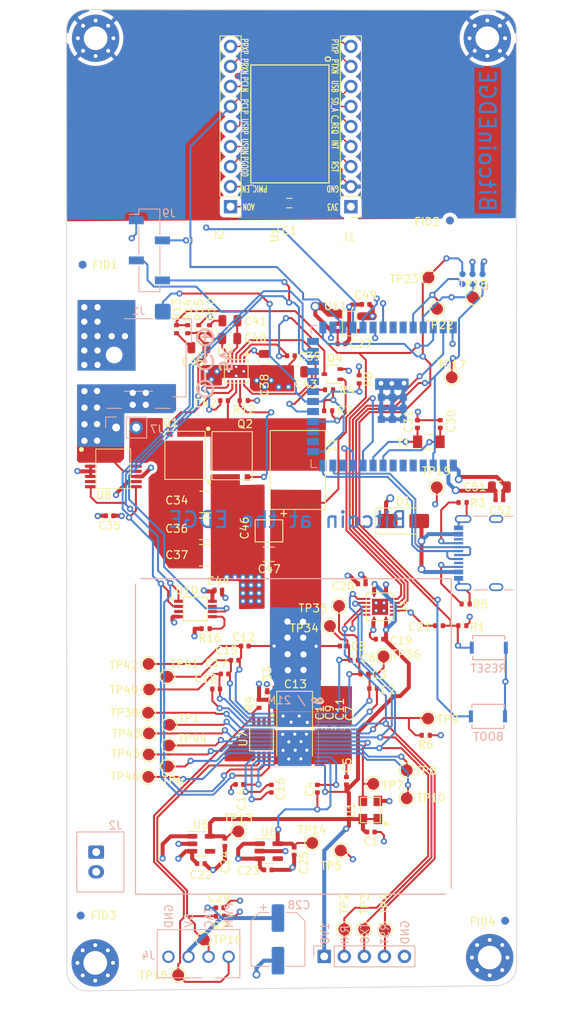
<source format=kicad_pcb>
(kicad_pcb (version 20240108) (generator "pcbnew") (generator_version "8.0")
  (layers (0 "F.Cu" signal) (1 "In1.Cu" signal) (2 "In2.Cu" signal) (3 "In3.Cu" signal) (4 "In4.Cu" signal) (31 "B.Cu" signal) (34 "B.Paste" user) (35 "F.Paste" user) (36 "B.SilkS" user "B.Silkscreen") (37 "F.SilkS" user "F.Silkscreen") (38 "B.Mask" user) (39 "F.Mask" user) (44 "Edge.Cuts" user))
  (net 0 "")
  (net 1 "GND")
  (net 2 "/Power/VIN")
  (net 3 "/BM1366/1V8")
  (net 4 "/BM1366/INV_CLKO")
  (net 5 "/VDD")
  (net 6 "/ESP32/EN")
  (net 7 "/5V")
  (net 8 "/3V3")
  (net 9 "/TX")
  (net 10 "/RX")
  (net 11 "/BM1366/VDD3_0")
  (net 12 "/BM1366/VDD2_0")
  (net 13 "/RST")
  (net 14 "/BM1366/PIN_MODE")
  (net 15 "/Fan/FAN_TACH")
  (net 16 "/SCL")
  (net 17 "/Fan/FAN_PWM")
  (net 18 "/Power/OUT0")
  (net 19 "/Power/SW")
  (net 20 "/BM1366/0V8")
  (net 21 "/BM1366/VDD1_0")
  (net 22 "/BM1366/VDD1_1")
  (net 23 "/BM1366/VDD2_1")
  (net 24 "/BM1366/VDD3_1")
  (net 25 "Net-(Q4-D)")
  (net 26 "Net-(U9-COMP)")
  (net 27 "Net-(U9-BOOT)")
  (net 28 "Net-(C41-Pad2)")
  (net 29 "Net-(U9-BP)")
  (net 30 "/BM1366/CI")
  (net 31 "Net-(C45-Pad1)")
  (net 32 "/BM1366/RO")
  (net 33 "/BM1366/RST_N")
  (net 34 "Net-(Q1-G)")
  (net 35 "Net-(Q2-G)")
  (net 36 "/BM1366/RI")
  (net 37 "Net-(U10-FS0)")
  (net 38 "Net-(U12-GPIO19{slash}U1RTS{slash}ADC2_CH8{slash}CLK_OUT2{slash}USB_D-)")
  (net 39 "Net-(U12-GPIO20{slash}U1CTS{slash}ADC2_CH9{slash}CLK_OUT1{slash}USB_D+)")
  (net 42 "/BM1366/CLKI")
  (net 43 "/BM1366/NRSTO")
  (net 44 "/BM1366/BO")
  (net 45 "/BM1366/CLKO")
  (net 46 "/BM1366/CO")
  (net 47 "/ESP32/P_TX")
  (net 48 "/ESP32/P_RX")
  (net 49 "/ESP32/IO0")
  (net 50 "/ESP32/XIN32")
  (net 52 "/BM1366/ADDR0")
  (net 53 "/ESP32/XOUT32")
  (net 54 "/Power/PGOOD")
  (net 58 "/Power/OUT1")
  (net 60 "/ESP32/PWR_EN")
  (net 62 "/SDA")
  (net 72 "/BM1366/BI")
  (net 73 "/PLUG_SENSE")
  (net 74 "/BM1366/ADDR1")
  (net 75 "Net-(D1-Pad2)")
  (net 81 "Net-(J8-CC1)")
  (net 82 "Net-(J8-CC2)")
  (net 86 "Net-(U14-VDDIO_18_1)")
  (net 87 "Net-(U14-VDDIO_08_1)")
  (net 88 "+3V3")
  (net 89 "AON")
  (net 90 "PMIC_EN")
  (net 91 "Net-(U1-Pad52)")
  (net 92 "Net-(U1-Pad50)")
  (net 93 "Net-(U1-Pad49)")
  (net 94 "PGOOD4")
  (net 95 "USB2_D_P")
  (net 96 "USB2_D_N")
  (net 97 "PCIE_REFCLK_P")
  (net 98 "PCIE_REFCLK_N")
  (net 99 "PCIE_RX_N")
  (net 100 "PCIE_RX_P")
  (net 101 "PCIE_TX_P")
  (net 102 "PCIE_TX_N")
  (net 103 "Net-(U1-Pad85)")
  (net 104 "Net-(U1-Pad84)")
  (net 105 "USB_SEL")
  (net 106 "SD_ALARM")
  (net 107 "CLKREQ_L")
  (net 108 "INTR")
  (net 109 "RST_L")
  (footprint "Capacitor_SMD:C_0805_2012Metric" (layer "F.Cu") (at 105.864 69.487 180)
    (property "Reference" "C43")
    (property "Value" "10uF")
  )
  (footprint "Capacitor_SMD:C_0402_1005Metric" (layer "F.Cu") (at 116.356 103.365 180)
    (property "Reference" "C19")
    (property "Value" "0.1uF")
  )
  (footprint "Diode_SMD:D_SMA" (layer "F.Cu") (at 119.38 88.392)
    (property "Reference" "D1")
    (property "Value" "SS310")
  )
  (footprint "Package_SO:TSSOP-16_4.4x5mm_P0.65mm" (layer "F.Cu") (at 82.64 81.77)
    (property "Reference" "U8")
    (property "Value" "INA260")
  )
  (footprint "Capacitor_SMD:C_0402_1005Metric" (layer "F.Cu") (at 112.268 114.6556 -90)
    (property "Reference" "C7")
    (property "Value" "0.1uF")
  )
  (footprint "Fiducial:Fiducial_1mm_Mask2mm" (layer "F.Cu") (at 125.2728 50.292)
    (property "Reference" "FID2")
    (property "Value" "Fiducial")
  )
  (footprint "Fiducial:Fiducial_1mm_Mask2mm" (layer "F.Cu") (at 132.2578 139.065)
    (property "Reference" "FID4")
    (property "Value" "Fiducial")
  )
  (footprint "Resistor_SMD:R_0402_1005Metric" (layer "F.Cu") (at 90.6496 64.079 -90)
    (property "Reference" "R13")
    (property "Value" "1.33k")
  )
  (footprint "Fiducial:Fiducial_1mm_Mask2mm" (layer "F.Cu") (at 78.5 138.4)
    (property "Reference" "FID3")
    (property "Value" "Fiducial")
  )
  (footprint "Resistor_SMD:R_0402_1005Metric" (layer "F.Cu") (at 122.207 115.554 180)
    (property "Reference" "R6")
    (property "Value" "10k")
  )
  (footprint "Capacitor_SMD:C_0402_1005Metric" (layer "F.Cu") (at 115.25 127.81 180)
    (property "Reference" "C1")
    (property "Value" "0.1uF")
  )
  (footprint "TestPoint:TestPoint_Pad_D1.5mm" (layer "F.Cu") (at 87.0458 112.6998)
    (property "Reference" "TP38")
    (property "Value" "TestPoint")
  )
  (footprint "Package_TO_SOT_SMD:SOT-323_SC-70" (layer "F.Cu") (at 110.37 69.78 180)
    (property "Reference" "Q4")
    (property "Value" "2N7002K")
  )
  (footprint "Capacitor_SMD:C_0805_2012Metric" (layer "F.Cu") (at 97.4054 63.0058 180)
    (property "Reference" "C41")
    (property "Value" "1.5nF")
  )
  (footprint "TestPoint:TestPoint_Pad_D1.5mm" (layer "F.Cu") (at 123.61 84.12)
    (property "Reference" "TP19")
    (property "Value" "TestPoint")
  )
  (footprint "Resistor_SMD:R_0402_1005Metric" (layer "F.Cu") (at 113.77 70.44 -90)
    (property "Reference" "R8")
    (property "Value" "1M")
  )
  (footprint "Capacitor_SMD:C_0402_1005Metric" (layer "F.Cu") (at 114.44 107.79 180)
    (property "Reference" "C3")
    (property "Value" "1uF")
  )
  (footprint "MountingHole:MountingHole_3.5mm" (layer "F.Cu") (at 84.71 94.91)
    (property "Reference" "H6" (hide yes))
    (property "Value" "MountingHole")
  )
  (footprint "Resistor_SMD:R_0402_1005Metric" (layer "F.Cu") (at 127.254 98.91 180)
    (property "Reference" "R5")
    (property "Value" "5.1k")
  )
  (footprint "Capacitor_SMD:C_0805_2012Metric" (layer "F.Cu") (at 101.783 68.1616 -90)
    (property "Reference" "C38")
    (property "Value" "1uF")
  )
  (footprint "TestPoint:TestPoint_Pad_D1.5mm" (layer "F.Cu") (at 111.225 99.15)
    (property "Reference" "TP35")
    (property "Value" "TestPoint")
  )
  (footprint "TestPoint:TestPoint_Pad_D1.5mm" (layer "F.Cu") (at 111.44 130.16)
    (property "Reference" "TP5")
    (property "Value" "TestPoint")
  )
  (footprint "Capacitor_SMD:C_0402_1005Metric" (layer "F.Cu") (at 105.54 130.24 -90)
    (property "Reference" "C25")
    (property "Value" "1uF")
  )
  (footprint "Capacitor_SMD:C_0805_2012Metric" (layer "F.Cu") (at 93.472 66.42)
    (property "Reference" "C45")
    (property "Value" "470pF")
  )
  (footprint "bitaxe:SC32S-7PF20PPM" (layer "F.Cu") (at 122.595 78.349 180)
    (property "Reference" "Y1")
    (property "Value" "32.768kHz")
  )
  (footprint "TestPoint:TestPoint_Pad_D1.5mm" (layer "F.Cu") (at 94.107 141.4526)
    (property "Reference" "TP16")
    (property "Value" "TestPoint")
  )
  (footprint "TestPoint:TestPoint_Pad_D1.5mm" (layer "F.Cu") (at 90.8558 145.9484)
    (property "Reference" "TP15")
    (property "Value" "TestPoint")
  )
  (footprint "Package_TO_SOT_SMD:SOT-23-5" (layer "F.Cu") (at 93.753 129.308)
    (property "Reference" "U5")
    (property "Value" "MCP1824T-1802E")
  )
  (footprint "Capacitor_SMD:C_0805_2012Metric" (layer "F.Cu") (at 131.53 84.09)
    (property "Reference" "C51")
    (property "Value" "10uF")
  )
  (footprint "TestPoint:TestPoint_Pad_D1.5mm" (layer "F.Cu") (at 119.8 119.99)
    (property "Reference" "TP8")
    (property "Value" "TestPoint")
  )
  (footprint "TestPoint:TestPoint_Pad_D1.5mm" (layer "F.Cu") (at 122.556 57.528)
    (property "Reference" "TP23")
    (property "Value" "TestPoint")
  )
  (footprint "Package_TO_SOT_SMD:SOT-23-5" (layer "F.Cu") (at 102.32 130.24)
    (property "Reference" "U6")
    (property "Value" "MCP1824T-0802E")
  )
  (footprint "MountingHole:MountingHole_3.5mm" (layer "F.Cu") (at 126.06 136.36)
    (property "Reference" "H5" (hide yes))
    (property "Value" "MountingHole")
  )
  (footprint "TestPoint:TestPoint_Pad_D1.5mm" (layer "F.Cu") (at 89.7636 114.2238)
    (property "Reference" "TP1")
    (property "Value" "TestPoint")
  )
  (footprint "Capacitor_SMD:C_0402_1005Metric" (layer "F.Cu") (at 108.485 122.318 90)
    (property "Reference" "C4")
    (property "Value" "1uF")
  )
  (footprint "TestPoint:TestPoint_Pad_D1.5mm" (layer "F.Cu") (at 87.1474 115.316)
    (property "Reference" "TP43")
    (property "Value" "TestPoint")
  )
  (footprint "Package_SO:TSSOP-8_3x3mm_P0.65mm" (layer "F.Cu") (at 101.3968 116.0272 -90)
    (property "Reference" "U7")
    (property "Value" "EMC2101")
  )
  (footprint "Capacitor_SMD:C_0402_1005Metric" (layer "F.Cu") (at 99.3 104.24 180)
    (property "Reference" "C12")
    (property "Value" "1uF")
  )
  (footprint "Capacitor_SMD:C_0402_1005Metric" (layer "F.Cu") (at 131.53 85.7)
    (property "Reference" "C52")
    (property "Value" "0.1uF")
  )
  (footprint "Resistor_SMD:R_0402_1005Metric" (layer "F.Cu") (at 126.837 101.658 180)
    (property "Reference" "R1")
    (property "Value" "10k")
  )
  (footprint "MountingHole:MountingHole_3mm_Pad_Via" (layer "F.Cu") (at 130 27.2)
    (property "Reference" "H7")
    (property "Value" "MountingHole_Pad")
  )
  (footprint "Capacitor_SMD:C_0402_1005Metric" (layer "F.Cu") (at 124.043 76.096 90)
    (property "Reference" "C30")
    (property "Value" "6.8pF")
  )
  (footprint "Fiducial:Fiducial_1mm_Mask2mm" (layer "F.Cu") (at 78.74 55.9054)
    (property "Reference" "FID1")
    (property "Value" "Fiducial")
  )
  (footprint "bitaxe:TXB0104" (layer "F.Cu") (at 116.422 99.265 -90)
    (property "Reference" "U2")
    (property "Value" "TXB0104RGYR")
  )
  (footprint "Resistor_SMD:R_0402_1005Metric" (layer "F.Cu") (at 94.8288 64.0836 -90)
    (property "Reference" "R10")
    (property "Value" "3.83k")
  )
  (footprint "TestPoint:TestPoint_Pad_D1.5mm" (layer "F.Cu") (at 87.1 106.51)
    (property "Reference" "TP42")
    (property "Value" "TestPoint")
  )
  (footprint "TestPoint:TestPoint_Pad_D1.5mm" (layer "F.Cu") (at 125.5 70.19)
    (property "Reference" "TP17")
    (property "Value" "TestPoint")
  )
  (footprint "bitaxe:FP1005R1-R15-R" (layer "F.Cu") (at 106.0006 81.9214 -90)
    (property "Reference" "L1")
    (property "Value" "150nH")
  )
  (footprint "Resistor_SMD:R_0402_1005Metric" (layer "F.Cu") (at 93.465 64.079 90)
    (property "Reference" "R15")
    (property "Value" "3.32k")
  )
  (footprint "Capacitor_SMD:C_0402_1005Metric" (layer "F.Cu") (at 98.01 106.04 180)
    (property "Reference" "C15")
    (property "Value" "1uF")
  )
  (footprint "Resistor_SMD:R_0402_1005Metric" (layer "F.Cu") (at 94.33 102.04 180)
    (property "Reference" "R16")
    (property "Value" "80.6k")
  )
  (footprint "MountingHole:MountingHole_3mm_Pad_Via" (layer "F.Cu") (at 130.302 143.728)
    (property "Reference" "H9")
    (property "Value" "MountingHole_Pad")
  )
  (footprint "Capacitor_SMD:C_0402_1005Metric" (layer "F.Cu") (at 102.646 122.318 90)
    (property "Reference" "C16")
    (property "Value" "1uF")
  )
  (footprint "Capacitor_SMD:C_0402_1005Metric" (layer "F.Cu") (at 114.6 60.93 180)
    (property "Reference" "C49")
    (property "Value" "1uF")
  )
  (footprint "Capacitor_SMD:C_0402_1005Metric" (layer "F.Cu") (at 95.659 109.681 180)
    (property "Reference" "C18")
    (property "Value" "1uF")
  )
  (footprint "TestPoint:TestPoint_Pad_D1.5mm" (layer "F.Cu") (at 128.2 60.06)
    (property "Reference" "TP18")
    (property "Value" "TestPoint")
  )
  (footprint "Capacitor_SMD:C_0805_2012Metric" (layer "F.Cu") (at 97.383 65.268 180)
    (property "Reference" "C40")
    (property "Value" "180pF")
  )
  (footprint "Package_SO:TSSOP-8_3x3mm_P0.65mm" (layer "F.Cu") (at 93.04 99.54)
    (property "Reference" "U10")
    (property "Value" "DS4432U+")
  )
  (footprint "TestPoint:TestPoint_Pad_D1.5mm" (layer "F.Cu") (at 116.87 105.55)
    (property "Reference" "TP36")
    (property "Value" "TestPoint")
  )
  (footprint "Capacitor_SMD:C_0402_1005Metric" (layer "F.Cu") (at 105.13 67.45)
    (property "Reference" "C39")
    (property "Value" "3.3nF")
  )
  (footprint "TestPoint:TestPoint_Pad_D1.5mm" (layer "F.Cu") (at 89.6874 116.84)
    (property "Reference" "TP44")
    (property "Value" "TestPoint")
  )
  (footprint "MountingHole:MountingHole_3mm_Pad_Via" (layer "F.Cu") (at 80.35 144.4)
    (property "Reference" "H10")
    (property "Value" "MountingHole_Pad")
  )
  (footprint "Capacitor_SMD:C_0402_1005Metric" (layer "F.Cu") (at 121.159 76.105 90)
    (property "Reference" "C31")
    (property "Value" "6.8pF")
  )
  (footprint "Capacitor_SMD:C_0402_1005Metric" (layer "F.Cu") (at 82.17 87.72 180)
    (property "Reference" "C35")
    (property "Value" "1uF")
  )
  (footprint "Capacitor_SMD:C_0402_1005Metric" (layer "F.Cu") (at 108.712 114.681 -90)
    (property "Reference" "C10")
    (property "Value" "1uF")
  )
  (footprint "Capacitors_SMD:C_0603" (layer "F.Cu") (at 104.9262 48.092795 180)
    (property "Reference" "C1")
    (property "Value" "100nF")
  )
  (footprint "Capacitor_SMD:C_0402_1005Metric" (layer "F.Cu") (at 111.1504 114.7064 -90)
    (property "Reference" "C11")
    (property "Value" "1uF")
  )
  (footprint "Resistor_SMD:R_0402_1005Metric" (layer "F.Cu") (at 92.0573 64.079 -90)
    (property "Reference" "R14")
    (property "Value" "4.99k")
  )
  (footprint "Capacitor_SMD:C_0402_1005Metric" (layer "F.Cu") (at 98.612 121.788 180)
    (property "Reference" "C14")
    (property "Value" "1uF")
  )
  (footprint "Capacitor_Tantalum_SMD:CP_EIA-7343-31_Kemet-D_Pad2.25x2.55mm_HandSolder" (layer "F.Cu") (at 105.6 114.56 -90)
    (property "Reference" "C13")
    (property "Value" "330uF")
  )
  (footprint "bitaxe:CSD17311Q5" (layer "F.Cu") (at 97.6816 80.1102 -90)
    (property "Reference" "Q2")
    (property "Value" "CSD17311Q5")
  )
  (footprint "Capacitor_SMD:C_0402_1005Metric" (layer "F.Cu") (at 102.1334 110.5662 90)
    (property "Reference" "C33")
    (property "Value" "0.1uF")
  )
  (footprint "Resistor_SMD:R_0402_1005Metric" (layer "F.Cu") (at 96.15 138.48)
    (property "Reference" "R2")
    (property "Value" "5.6k")
  )
  (footprint "TestPoint:TestPoint_Pad_D1.5mm" (layer "F.Cu") (at 114.41 140.15)
    (property "Reference" "TP3")
    (property "Value" "TestPoint")
  )
  (footprint "TestPoint:TestPoint_Pad_D1.5mm" (layer "F.Cu") (at 89.5 108.13)
    (property "Reference" "TP41")
    (property "Value" "TestPoint")
  )
  (footprint "Capacitor_SMD:C_0402_1005Metric" (layer "F.Cu") (at 95.93 97.14)
    (property "Reference" "C44")
    (property "Value" "1uF")
  )
  (footprint "bitaxe:TPS40305" (layer "F.Cu") (at 98.201691 69.4222 -90)
    (property "Reference" "U9")
    (property "Value" "TPS40305")
  )
  (footprint "TestPoint:TestPoint_Pad_D1.5mm" (layer "F.Cu") (at 110.075 101.7)
    (property "Reference" "TP34")
    (property "Value" "TestPoint")
  )
  (footprint "TestPoint:TestPoint_Pad_D1.5mm" (layer "F.Cu") (at 87.0712 120.8278)
    (property "Reference" "TP46")
    (property "Value" "TestPoint")
  )
  (footprint "MountingHole:MountingHole_3mm_Pad_Via" (layer "F.Cu") (at 80.4 27.2)
    (property "Reference" "H8" (hide yes))
    (property "Value" "MountingHole_Pad")
  )
  (footprint "Capacitor_SMD:C_0402_1005Metric" (layer "F.Cu") (at 93.733 131.818)
    (property "Reference" "C22")
    (property "Value" "1uF")
  )
  (footprint "TestPoint:TestPoint_Pad_D1.5mm" (layer "F.Cu") (at 119.8 123.54)
    (property "Reference" "TP10")
    (property "Value" "TestPoint")
  )
  (footprint "Capacitor_SMD:C_0402_1005Metric" (layer "F.Cu") (at 123.89 101.66 180)
    (property "Reference" "C21")
    (property "Value" "1uF")
  )
  (footprint "Capacitor_SMD:C_0402_1005Metric" (layer "F.Cu") (at 113.14 106.03 180)
    (property "Reference" "C6")
    (property "Value" "1uF")
  )
  (footprint "bitaxe:CAP_2R5TPE220MAFB" (layer "F.Cu") (at 102.3516 89.6402 180)
    (property "Reference" "C46")
    (property "Value" "220uF")
  )
  (footprint "bitaxe:CSD17311Q5" (layer "F.Cu") (at 91.719887 80.066364 90)
    (property "Reference" "Q1")
    (property "Value" "CSD17311Q5")
  )
  (footprint "Capacitor_SMD:C_0402_1005Metric" (layer "F.Cu") (at 96.6698 73.128)
    (property "Reference" "C42")
    (property "Value" "0.1uF")
  )
  (footprint "TestPoint:TestPoint_Pad_D1.5mm" (layer "F.Cu") (at 115.56 121.71)
    (property "Reference" "TP7")
    (property "Value" "TestPoint")
  )
  (footprint "Capacitor_SMD:C_1210_3225Metric" (layer "F.Cu") (at 94.2816 85.9702)
    (property "Reference" "C34")
    (property "Value" "47uF")
  )
  (footprint "TestPoint:TestPoint_Pad_D1.5mm" (layer "F.Cu") (at 87.18 109.74)
    (property "Reference" "TP40")
    (property "Value" "TestPoint")
  )
  (footprint "TestPoint:TestPoint_Pad_D1.5mm" (layer "F.Cu") (at 117.04 140.19 90)
    (property "Reference" "TP4")
    (property "Value" "TestPoint")
  )
  (footprint "bitaxe:O 25,0-JO32-B-1V3-1-T1-LF" (layer "F.Cu") (at 115.19 125.02 90)
    (property "Reference" "U1")
    (property "Value" "25MHz")
  )
  (footprint "TestPoint:TestPoint_Pad_D1.5mm" (layer "F.Cu") (at 98.473 127.736)
    (property "Reference" "TP13")
    (property "Value" "TestPoint")
  )
  (footprint "Resistor_SMD:R_0402_1005Metric" (layer "F.Cu") (at 99.1602 73.1234)
    (property "Reference" "R12")
    (property "Value" "4.12k")
  )
  (footprint "Resistor_SMD:R_0402_1005Metric" (layer "F.Cu") (at 109.955 71.76 180)
    (property "Reference" "R4")
    (property "Value" "10k")
  )
  (footprint "Capacitor_SMD:C_0402_1005Metric" (layer "F.Cu") (at 115.54 109.624 180)
    (property "Reference" "C2")
    (property "Value" "1uF")
  )
  (footprint "Resistor_SMD:R_0402_1005Metric" (layer "F.Cu") (at 109.85 74.41)
    (property "Reference" "R7")
    (property "Value" "10k")
  )
  (footprint "Capacitor_SMD:C_0402_1005Metric" (layer "F.Cu") (at 102.21 132.61)
    (property "Reference" "C23")
    (property "Value" "1uF")
  )
  (footprint "TestPoint:TestPoint_Pad_D1.5mm" (layer "F.Cu") (at 89.5604 119.507)
    (property "Reference" "TP6")
    (property "Value" "TestPoint")
  )
  (footprint "Capacitor_SMD:C_0402_1005Metric" (layer "F.Cu") (at 112.16 121.32 90)
    (property "Reference" "C5")
    (property "Value" "1uF")
  )
  (footprint "TestPoint:TestPoint_Pad_D1.5mm" (layer "F.Cu") (at 122.5 113.43)
    (property "Reference" "TP9")
    (property "Value" "TestPoint")
  )
  (footprint "nbhightech:LGA120" (layer "F.Cu") (at 104.85 38.085195 -90)
    (property "Reference" "U1")
    (property "Value" "Coral_1")
  )
  (footprint "Resistor_SMD:R_0402_1005Metric" (layer "F.Cu") (at 101.092 111.5568 90)
    (property "Reference" "R9")
    (property "Value" "10k")
  )
  (footprint "Capacitor_SMD:C_0402_1005Metric" (layer "F.Cu") (at 96.73 107.78 180)
    (property "Reference" "C17")
    (property "Value" "1uF")
  )
  (footprint "Pin_Headers:Pin_Header_Straight_1x09_Pitch2.54mm" (layer "F.Cu") (at 112.724 48.549995 180)
    (property "Reference" "J1")
    (property "Value" "Conn_01x09_Male")
  )
  (footprint "Capacitor_SMD:C_0402_1005Metric" (layer "F.Cu") (at 111.81 104.24 180)
    (property "Reference" "C8")
    (property "Value" "1uF")
  )
  (footprint "Capacitor_SMD:C_0402_1005Metric" (layer "F.Cu") (at 96.12 137.41)
    (property "Reference" "C29")
    (property "Value" "0.1uF")
  )
  (footprint "TestPoint:TestPoint_Pad_D1.5mm" (layer "F.Cu") (at 107.83 129.2)
    (property "Reference" "TP14")
    (property "Value" "TestPoint")
  )
  (footprint "TestPoint:TestPoint_Pad_D1.5mm" (layer "F.Cu") (at 87.122 117.983)
    (property "Reference" "TP45")
    (property "Value" "TestPoint")
  )
  (footprint "Resistor_SMD:R_0402_1005Metric" (layer "F.Cu") (at 126.872 86.047 180)
    (property "Reference" "R3")
    (property "Value" "5.1k")
  )
  (footprint "Capacitor_SMD:C_0402_1005Metric" (layer "F.Cu") (at 111.531 65.931)
    (property "Reference" "C27")
    (property "Value" "1uF")
  )
  (footprint "TestPoint:TestPoint_Pad_D1.5mm" (layer "F.Cu") (at 123.64 61.51)
    (property "Reference" "TP22")
    (property "Value" "TestPoint")
  )
  (footprint "TestPoint:TestPoint_Pad_D1.5mm" (layer "F.Cu") (at 111.89 140.15)
    (property "Reference" "TP2")
    (property "Value" "TestPoint")
  )
  (footprint "Capacitor_SMD:C_0402_1005Metric" (layer "F.Cu") (at 114.102 96.355 180)
    (property "Reference" "C20")
    (property "Value" "0.1uF")
  )
  (footprint "Capacitor_SMD:C_1206_3216Metric" (layer "F.Cu") (at 102.3116 92.6102 180)
    (property "Reference" "C47")
    (property "Value" "100uF")
  )
  (footprint "Capacitor_SMD:C_0402_1005Metric" (layer "F.Cu") (at 96.763 129.118 -90)
    (property "Reference" "C24")
    (property "Value" "1uF")
  )
  (footprint "Capacitor_SMD:C_1210_3225Metric" (layer "F.Cu") (at 94.2416 89.3802)
    (property "Reference" "C36")
    (property "Value" "47uF")
  )
  (footprint "Capacitor_SMD:C_0402_1005Metric" (layer "F.Cu") (at 109.982 114.71 -90)
    (property "Reference" "C9")
    (property "Value" "0.1uF")
  )
  (footprint "Pin_Headers:Pin_Header_Straight_1x09_Pitch2.54mm" (layer "F.Cu") (at 97.484 48.549995 180)
    (property "Reference" "J2")
    (property "Value" "Conn_01x09_Male")
  )
  (footprint "bitaxe:RT9080-33GJ5" (layer "F.Cu") (at 112.563 63.38)
    (property "Reference" "U11")
    (property "Value" "RT9080-33GJ5")
  )
  (footprint "Capacitor_SMD:C_1210_3225Metric" (layer "F.Cu") (at 94.2416 92.7402)
    (property "Reference" "C37")
    (property "Value" "47uF")
  )
  (footprint "bitaxe:470531000" (layer "B.Cu") (at 89.621 143.622)
    (property "Reference" "J4")
    (property "Value" "Conn_01x04")
  )
  (footprint "Connector_PinSocket_2.54mm:PinSocket_1x04_P2.54mm_Vertical_SMD_Pin1Right" (layer "B.Cu") (at 87.205 54.09 180)
    (property "Reference" "J9")
    (property "Value" "Conn_01x04")
  )
  (footprint "Fiducial:Fiducial_1mm_Mask2mm" (layer "B.Cu") (at 132.26 139.06 180)
    (property "Reference" "FID7" (hide yes))
    (property "Value" "Fiducial")
  )
  (footprint "Connector_PinHeader_2.54mm:PinHeader_1x02_P2.54mm_Vertical" (layer "B.Cu") (at 83 76.54 -90)
    (property "Reference" "J7")
    (property "Value" "Conn_01x02")
  )
  (footprint "Connector_PinHeader_2.54mm:PinHeader_1x05_P2.54mm_Vertical" (layer "B.Cu") (at 109.35 143.58 -90)
    (property "Reference" "J3" (hide yes))
    (property "Value" "Conn_01x05")
  )
  (footprint "Connector_USB:USB_C_Receptacle_GCT_USB4105-xx-A_16P_TopMnt_Horizontal" (layer "B.Cu") (at 130.048 92.456 -90)
    (property "Reference" "J8" (hide yes))
    (property "Value" "USB_C_Receptacle_USB2.0")
  )
  (footprint "bitaxe:ESP32-S3-WROOM-1" (layer "B.Cu") (at 117.43 72.61 90)
    (property "Reference" "U12" (hide yes))
    (property "Value" "ESP32-S3-WROOM-1")
  )
  (footprint "bitaxe:Tag-Connect_TC2030-IDC-NL_2x03_P1.27mm_Vertical" (layer "B.Cu") (at 128.13 57.73 180)
    (property "Reference" "J5" (hide yes))
    (property "Value" "TC2030-IDC")
  )
  (footprint "Fiducial:Fiducial_1mm_Mask2mm" (layer "B.Cu") (at 78.5084 138.405 180)
    (property "Reference" "FID8" (hide yes))
    (property "Value" "Fiducial")
  )
  (footprint "bitaxe:BM1366" (layer "B.Cu") (at 105.612 116.068 180)
    (property "Reference" "U14" (hide yes))
    (property "Value" "BM1366_mode1")
  )
  (footprint "Capacitor_SMD:CP_Elec_6.3x7.7" (layer "B.Cu") (at 103.49 141.42 -90)
    (property "Reference" "C28")
    (property "Value" "220uF")
  )
  (footprint "bitaxe:BarrelJack_Wuerth_694106106102_2.0x5.5mm" (layer "B.Cu") (at 85.825 67.35 90)
    (property "Reference" "J1")
    (property "Value" "54-00164")
  )
  (footprint "bitaxe:SW_CS1213AGF260_CRS" (layer "B.Cu") (at 130.186 104.448 180)
    (property "Reference" "SW1" (hide yes))
    (property "Value" "GT-TC029B-H025-L1N")
  )
  (footprint "bitaxe:polarity" (layer "B.Cu") (at 94.265 68.155 90)
    (property "Reference" "U3" (hide yes))
    (property "Value" "~")
  )
  (footprint "Fiducial:Fiducial_1mm_Mask2mm" (layer "B.Cu") (at 125.27 50.31 180)
    (property "Reference" "FID5" (hide yes))
    (property "Value" "Fiducial")
  )
  (footprint "bitaxe:JST_XH_B2B-XH-A_1x02_P2.50mm_Vertical" (layer "B.Cu") (at 80.47 130.36 -90)
    (property "Reference" "J2")
    (property "Value" "Conn_01x02")
  )
  (footprint "bitaxe:SW_CS1213AGF260_CRS" (layer "B.Cu") (at 130.082 113.155 180)
    (property "Reference" "SW2" (hide yes))
    (property "Value" "GT-TC029B-H025-L1N")
  )
  (footprint "Fiducial:Fiducial_1mm_Mask2mm" (layer "B.Cu") (at 78.75 55.9 180)
    (property "Reference" "FID6" (hide yes))
    (property "Value" "Fiducial")
  )
  (gr_rect (start 85.45 95.7) (end 125.43 135.69) (stroke (width 0.15)) (fill none) (layer "B.SilkS"))
  (gr_line (start 79.252025 23.567025) (end 131.147974 23.632974) (stroke (width 0.1)) (layer "Edge.Cuts"))
  (gr_arc (start 133.732 144.744) (mid 132.988051 146.540051) (end 131.192 147.284) (stroke (width 0.1)) (layer "Edge.Cuts"))
  (gr_arc (start 131.147974 23.632974) (mid 132.944025 24.376923) (end 133.687974 26.172974) (stroke (width 0.1)) (layer "Edge.Cuts"))
  (gr_arc (start 76.712025 26.107025) (mid 77.455973 24.310973) (end 79.252025 23.567025) (stroke (width 0.1)) (layer "Edge.Cuts"))
  (gr_line (start 131.192 147.284) (end 79.296051 147.943949) (stroke (width 0.1)) (layer "Edge.Cuts"))
  (gr_line (start 133.687974 26.172974) (end 133.732 144.744) (stroke (width 0.1)) (layer "Edge.Cuts"))
  (gr_arc (start 79.296051 147.943949) (mid 77.500014 147.199986) (end 76.756051 145.403949) (stroke (width 0.1)) (layer "Edge.Cuts"))
  (gr_line (start 76.756051 145.403949) (end 76.712025 26.107025) (stroke (width 0.1)) (layer "Edge.Cuts"))
  (gr_text "BitcoinEDGE" (at 128.8 49.4 -90) (layer "B.Cu") (effects (font (size 2 2) (thickness 0.3)) (justify left bottom mirror)))
  (gr_text "Bitcoin at the EDGE" (at 120 89.4 0) (layer "B.Cu") (effects (font (size 2 2) (thickness 0.3)) (justify left bottom mirror)))
  (gr_text "RST" (at 117.0475 140.699666 90) (layer "B.SilkS") (effects (font (size 1 1)) (justify mirror)))
  (gr_text "5V" (at 92.209 139.018 90) (layer "B.SilkS") (effects (font (size 1 1)) (justify mirror)))
  (gr_text "1V8" (at 109.45 140.675857 90) (layer "B.SilkS") (effects (font (size 1 1)) (justify mirror)))
  (gr_text "/ 21M" (at 104.55 111.11 0) (layer "B.SilkS") (effects (font (size 1 1)) (justify mirror)))
  (gr_text "∞" (at 108.47 110.96 0) (layer "B.SilkS") (effects (font (size 2 2) (thickness 0.25)) (justify mirror)))
  (gr_text "5V" (at 95.925 69.675 -90) (layer "B.SilkS") (effects (font (size 1.5 1.5) (thickness 0.3) (bold yes)) (justify left bottom mirror)))
  (gr_text "RXI" (at 111.9825 140.842524 90) (layer "B.SilkS") (effects (font (size 1 1)) (justify mirror)))
  (gr_text "PWM" (at 97.265 138.363 90) (layer "B.SilkS") (effects (font (size 1 1)) (justify mirror)))
  (gr_text "GND" (at 119.58 140.533 90) (layer "B.SilkS") (effects (font (size 1 1)) (justify mirror)))
  (gr_text "TXO" (at 114.515 140.675857 90) (layer "B.SilkS") (effects (font (size 1 1)) (justify mirror)))
  (gr_text "TAC" (at 94.7325 138.696333 90) (layer "B.SilkS") (effects (font (size 1 1)) (justify mirror)))
  (gr_text "GND" (at 89.6675 138.482048 90) (layer "B.SilkS") (effects (font (size 1 1)) (justify mirror)))
  (gr_text "PGOOD" (at 99.262 43.469995 -90) (layer "F.SilkS") (effects (font (size 0.8128 0.508) (thickness 0.127))))
  (gr_text "GND" (at 110.438 46.263995 180) (layer "F.SilkS") (effects (font (size 0.8128 0.508) (thickness 0.127))))
  (gr_text "3V3" (at 110.438 48.549995 180) (layer "F.SilkS") (effects (font (size 0.8128 0.508) (thickness 0.127))))
  (gr_text "PMIC_EN" (at 100.532 46.263995 180) (layer "F.SilkS") (effects (font (size 0.8128 0.508) (thickness 0.127))))
  (gr_text "INT" (at 110.692 40.675995 -90) (layer "F.SilkS") (effects (font (size 0.8128 0.508) (thickness 0.127))))
  (gr_text "PCLN" (at 99.262 33.055995 -90) (layer "F.SilkS") (effects (font (size 0.8128 0.508) (thickness 0.127))))
  (gr_text "PCLP" (at 99.262 35.849995 -90) (layer "F.SilkS") (effects (font (size 0.8128 0.508) (thickness 0.127))))
  (gr_text "PTXN" (at 110.692 30.769995 -90) (layer "F.SilkS") (effects (font (size 0.8128 0.508) (thickness 0.127))))
  (gr_text "USBN" (at 99.262 40.929995 -90) (layer "F.SilkS") (effects (font (size 0.8128 0.508) (thickness 0.127))))
  (gr_text "PRXN" (at 99.262 30.769995 -90) (layer "F.SilkS") (effects (font (size 0.8128 0.508) (thickness 0.127))))
  (gr_text "AON" (at 99.77 48.549995 180) (layer "F.SilkS") (effects (font (size 0.8128 0.508) (thickness 0.127))))
  (gr_text "USB" (at 110.692 33.309995 -90) (layer "F.SilkS") (effects (font (size 0.8128 0.508) (thickness 0.127))))
  (gr_text "SD_A" (at 110.692 35.595995 -90) (layer "F.SilkS") (effects (font (size 0.8128 0.508) (thickness 0.127))))
  (gr_text "USBP" (at 99.262 38.389995 -90) (layer "F.SilkS") (effects (font (size 0.8128 0.508) (thickness 0.127))))
  (gr_text "PTXP" (at 110.692 28.229995 -90) (layer "F.SilkS") (effects (font (size 0.8128 0.508) (thickness 0.127))))
  (gr_text "C_REQ" (at 110.692 38.135995 -90) (layer "F.SilkS") (effects (font (size 0.8128 0.508) (thickness 0.127))))
  (gr_text "RST" (at 110.692 43.469995 -90) (layer "F.SilkS") (effects (font (size 0.8128 0.508) (thickness 0.127))))
  (gr_text "PRXP" (at 99.262 28.229995 -90) (layer "F.SilkS") (effects (font (size 0.8128 0.508) (thickness 0.127))))
  (segment (start 90.897 129.309) (end 90.898 129.308) (width 0.508) (layer "F.Cu") (net 1))
  (segment (start 112.513 63.759) (end 112.513 65.429) (width 0.508) (layer "F.Cu") (net 1))
  (segment (start 96.763 129.768) (end 96.763 131.278) (width 0.508) (layer "F.Cu") (net 1))
  (segment (start 112.513 65.429) (end 112.011 65.931) (width 0.508) (layer "F.Cu") (net 1))
  (segment (start 116.91 128.21) (end 116.91 128.99) (width 0.254) (layer "F.Cu") (net 1))
  (segment (start 100.5 31.185195) (end 100.5 31.935195) (width 0.1778) (layer "F.Cu") (net 1))
  (segment (start 111.18905 63.376) (end 111.18505 63.38) (width 0.508) (layer "F.Cu") (net 1))
  (segment (start 108.5 31.185195) (end 108.5 31.962995) (width 0.1778) (layer "F.Cu") (net 1))
  (segment (start 118.107 99.765) (end 120.075 99.765) (width 0.254) (layer "F.Cu") (net 1))
  (segment (start 103.5 44.985195) (end 103.5 43.807395) (width 0.1778) (layer "F.Cu") (net 1))
  (segment (start 107.4 42.085195) (end 109.35 42.085195) (width 0.1778) (layer "F.Cu") (net 1))
  (segment (start 121.159 74.598) (end 121.21 74.547) (width 0.254) (layer "F.Cu") (net 1))
  (segment (start 109.5 31.185195) (end 108.5 31.185195) (width 0.1778) (layer "F.Cu") (net 1))
  (segment (start 102.6 42.085195) (end 107.4 42.085195) (width 0.1778) (layer "F.Cu") (net 1))
  (segment (start 90.89 100.515) (end 90.215 100.515) (width 0.508) (layer "F.Cu") (net 1))
  (segment (start 112.9225 101.108938) (end 114.266438 99.765) (width 0.254) (layer "F.Cu") (net 1))
  (segment (start 102.6 35.685195) (end 104.2 35.685195) (width 0.1778) (layer "F.Cu") (net 1))
  (segment (start 117.602 123.903) (end 117.569 123.87) (width 0.508) (layer "F.Cu") (net 1))
  (segment (start 102.5 32.385195) (end 102.5 31.185195) (width 0.1778) (layer "F.Cu") (net 1))
  (segment (start 111.88 130.16) (end 112.98 131.26) (width 0.254) (layer "F.Cu") (net 1))
  (segment (start 102.6 39.623995) (end 102.6 43.685195) (width 0.1778) (layer "F.Cu") (net 1))
  (segment (start 102.6 40.485195) (end 107.4 40.485195) (width 0.1778) (layer "F.Cu") (net 1))
  (segment (start 107.4 34.085195) (end 107.4 35.685195) (width 0.1778) (layer "F.Cu") (net 1))
  (segment (start 115.13 103.06) (end 115.13 102.6317) (width 0.254) (layer "F.Cu") (net 1))
  (segment (start 90.13 101.01989) (end 90.360055 101.249945) (width 0.508) (layer "F.Cu") (net 1))
  (segment (start 107 32.085195) (end 107.4 32.485195) (width 0.1778) (layer "F.Cu") (net 1))
  (segment (start 115.5737 102.188) (end 115.5737 101.0483) (width 0.508) (layer "F.Cu") (net 1))
  (segment (start 122.717 115.554) (end 124.094 115.554) (width 0.254) (layer "F.Cu") (net 1))
  (segment (start 102.86 132.61) (end 105.04 132.61) (width 0.508) (layer "F.Cu") (net 1))
  (segment (start 109.35 38.585195) (end 109.35 41.873995) (width 0.1778) (layer "F.Cu") (net 1))
  (segment (start 115.13 102.6317) (end 115.5737 102.188) (width 0.254) (layer "F.Cu") (net 1))
  (segment (start 107.9778 32.485195) (end 107.4 32.485195) (width 0.1778) (layer "F.Cu") (net 1))
  (segment (start 95.179 111.194) (end 96.109 112.124) (width 0.254) (layer "F.Cu") (net 1))
  (segment (start 102.5 31.185195) (end 100.5 31.185195) (width 0.1778) (layer "F.Cu") (net 1))
  (segment (start 97.494 136.516) (end 96.6 137.41) (width 0.254) (layer "F.Cu") (net 1))
  (segment (start 108.5 31.962995) (end 107.9778 32.485195) (width 0.1778) (layer "F.Cu") (net 1))
  (segment (start 112.16 118.803) (end 112.158 118.801) (width 0.254) (layer "F.Cu") (net 1))
  (segment (start 100.8426 73.1234) (end 100.8506 73.1314) (width 0.254) (layer "F.Cu") (net 1))
  (segment (start 104.914 68.586) (end 104.914 69.487) (width 0.254) (layer "F.Cu") (net 1))
  (segment (start 90.13 100.6) (end 90.13 101.01989) (width 0.508) (layer "F.Cu") (net 1))
  (segment (start 120.075 99.765) (end 120.31 100) (width 0.254) (layer "F.Cu") (net 1))
  (segment (start 105.5 43.985195) (end 105.8 43.685195) (width 0.1778) (layer "F.Cu") (net 1))
  (segment (start 121.168 75.616) (end 121.159 75.625) (width 0.254) (layer "F.Cu") (net 1))
  (segment (start 104.2 38.885195) (end 105.8 38.885195) (width 0.1778) (layer "F.Cu") (net 1))
  (segment (start 102.6 41.507395) (end 102.6 42.085195) (width 0.1778) (layer "F.Cu") (net 1))
  (segment (start 110.856 121.838) (end 110.862 121.832) (width 0.254) (layer "F.Cu") (net 1))
  (segment (start 112.512 61.25) (end 112.812 60.95) (width 0.508) (layer "F.Cu") (net 1))
  (segment (start 100.65 40.085195) (end 102.1388 40.085195) (width 0.1778) (layer "F.Cu") (net 1))
  (segment (start 116.02 109.624) (end 116.02 111.630284) (width 0.254) (layer "F.Cu") (net 1))
  (segment (start 114.1 60.95) (end 114.12 60.93) (width 0.508) (layer "F.Cu") (net 1))
  (segment (start 102.6 34.085195) (end 102.6 35.685195) (width 0.1778) (layer "F.Cu") (net 1))
  (segment (start 107 31.185195) (end 107 32.085195) (width 0.1778) (layer "F.Cu") (net 1))
  (segment (start 107.5 35.585195) (end 107.4 35.685195) (width 0.1778) (layer "F.Cu") (net 1))
  (segment (start 127.382 87.697) (end 126.943 88.136) (width 0.254) (layer "F.Cu") (net 1))
  (segment (start 96.4 97.7) (end 96.84 98.14) (width 0.508) (layer "F.Cu") (net 1))
  (segment (start 101.242 122.727) (end 99.393 122.727) (width 0.254) (layer "F.Cu") (net 1))
  (segment (start 127.764 97.597) (end 126.943 96.776) (width 0.254) (layer "F.Cu") (net 1))
  (segment (start 96.4 97.31) (end 96.4 97.7) (width 0.508) (layer "F.Cu") (net 1))
  (segment (start 78.125 82.095) (end 78.09 82.06) (width 0.508) (layer "F.Cu") (net 1))
  (segment (start 95.461 132.62) (end 95.015 132.62) (width 0.508) (layer "F.Cu") (net 1))
  (segment (start 94.89 62.47) (end 94.564 62.47) (width 0.254) (layer "F.Cu") (net 1))
  (segment (start 115.9 127.81) (end 116.51 127.81) (width 0.254) (layer "F.Cu") (net 1))
  (segment (start 105.8 38.885195) (end 107.4 38.885195) (width 0.1778) (layer "F.Cu") (net 1))
  (segment (start 105.61 67.45) (end 105.61 67.89) (width 0.254) (layer "F.Cu") (net 1))
  (segment (start 80.66 87.76) (end 80.7 87.72) (width 0.508) (layer "F.Cu") (net 1))
  (segment (start 127.764 98.91) (end 127.764 97.597) (width 0.254) (layer "F.Cu") (net 1))
  (segment (start 126.38 83.11) (end 126.68 82.81) (width 0.508) (layer "F.Cu") (net 1))
  (segment (start 109.35 42.085195) (end 109.35 41.585195) (width 0.1778) (layer "F.Cu") (net 1))
  (segment (start 104.2 37.285195) (end 105.8 37.285195) (width 0.1778) (layer "F.Cu") (net 1))
  (segment (start 100.5 44.235195) (end 100.65 44.085195) (width 0.1778) (layer "F.Cu") (net 1))
  (segment (start 104.1762 47.539995) (end 105.5 46.216195) (width 0.1778) (layer "F.Cu") (net 1))
  (segment (start 102.6 38.885195) (end 104.2 38.885195) (width 0.1778) (layer "F.Cu") (net 1))
  (segment (start 105.54 132.11) (end 105.54 130.89) (width 0.508) (layer "F.Cu") (net 1))
  (segment (start 117.569 123.87) (end 116.14 123.87) (width 0.508) (layer "F.Cu") (net 1))
  (segment (start 124.094 115.554) (end 124.109 115.539) (width 0.254) (layer "F.Cu") (net 1))
  (segment (start 109.35 36.585195) (end 109.35 35.585195) (width 0.1778) (layer "F.Cu") (net 1))
  (segment (start 104.2 43.685195) (end 104.2 42.085195) (width 0.1778) (layer "F.Cu") (net 1))
  (segment (start 96.783 131.298) (end 95.461 132.62) (width 0.508) (layer "F.Cu") (net 1))
  (segment (start 112.513 63.759) (end 112.513 61.251) (width 0.508) (layer "F.Cu") (net 1))
  (segment (start 92.94 102.96) (end 92.91 102.99) (width 0.508) (layer "F.Cu") (net 1))
  (segment (start 121.159 75.625) (end 121.159 74.598) (width 0.254) (layer "F.Cu") (net 1))
  (segment (start 104 32.285195) (end 104.2 32.485195) (width 0.1778) (layer "F.Cu") (net 1))
  (segment (start 102.131 121.838) (end 101.242 122.727) (width 0.254) (layer "F.Cu") (net 1))
  (segment (start 104.2 35.685195) (end 105.8 35.685195) (width 0.1778) (layer "F.Cu") (net 1))
  (segment (start 105.8 32.485195) (end 105.8 34.085195) (width 0.1778) (layer "F.Cu") (net 1))
  (segment (start 131.2 82.81) (end 132.48 84.09) (width 0.508) (layer "F.Cu") (net 1))
  (segment (start 102.6 37.285195) (end 104.2 37.285195) (width 0.1778) (layer "F.Cu") (net 1))
  (segment (start 107.4 34.085195) (end 107.4 32.485195) (width 0.1778) (layer "F.Cu") (net 1))
  (segment (start 105.8 35.685195) (end 107.4 35.685195) (width 0.1778) (layer "F.Cu") (net 1))
  (segment (start 112.9225 102.037) (end 112.9225 101.108938) (width 0.254) (layer "F.Cu") (net 1))
  (segment (start 101.1825 130.24) (end 104.43 130.24) (width 0.508) (layer "F.Cu") (net 1))
  (segment (start 105.04 132.61) (end 105.54 132.11) (width 0.508) (layer "F.Cu") (net 1))
  (segment (start 115.876 103.365) (end 115.435 103.365) (width 0.254) (layer "F.Cu") (net 1))
  (segment (start 80.7 87.72) (end 81.69 87.72) (width 0.508) (layer "F.Cu") (net 1))
  (segment (start 112.13 63.376) (end 111.18905 63.376) (width 0.508) (layer "F.Cu") (net 1))
  (segment (start 127.382 86.047) (end 127.382 87.697) (width 0.254) (layer "F.Cu") (net 1))
  (segment (start 112.24 69.13) (end 111.37 69.13) (width 0.254) (layer "F.Cu") (net 1))
  (segment (start 109.8278 42.085195) (end 111.585099 43.842494) (width 0.1778) (layer "F.Cu") (net 1))
  (segment (start 92.94 102.04) (end 92.94 102.96) (width 0.508) (layer "F.Cu") (net 1))
  (segment (start 105.5 31.185195) (end 105.5 32.185195) (width 0.1778) (layer "F.Cu") (net 1))
  (segment (start 103.6222 43.685195) (end 104.2 43.685195) (width 0.1778) (layer "F.Cu") (net 1))
  (segment (start 115.435 103.365) (end 115.13 103.06) (width 0.254) (layer "F.Cu") (net 1))
  (segment (start 107.4 43.685195) (end 107.4 35.685195) (width 0.1778) (layer "F.Cu") (net 1))
  (segment (start 95.179 109.681) (end 95.179 111.194) (width 0.254) (layer "F.Cu") (net 1))
  (segment (start 102.6 34.085195) (end 102.6 32.485195) (width 0.1778) (layer "F.Cu") (net 1))
  (segment (start 109.35 32.085195) (end 109.35 31.335195) (width 0.1778) (layer "F.Cu") (net 1))
  (segment (start 105.8 43.685195) (end 105.8 42.085195) (width 0.1778) (layer "F.Cu") (net 1))
  (segment (start 105.5 32.185195) (end 105.8 32.485195) (width 0.1778) (layer "F.Cu") (net 1))
  (segment (start 116.02 111.630284) (end 115.099642 112.550642) (width 0.254) (layer "F.Cu") (net 1))
  (segment (start 97.551 122.045) (end 97.551 122.747) (width 0.254) (layer "F.Cu") (net 1))
  (segment (start 105.8 37.285195) (end 107.4 37.285195) (width 0.1778) (layer "F.Cu") (net 1))
  (segment (start 112.592 95.325) (end 113.622 96.355) (width 0.508) (layer "F.Cu") (net 1))
  (segment (start 115.5737 101.0483) (end 115.672 100.95) (width 0.508) (layer "F.Cu") (net 1))
  (segment (start 104.1762 48.092795) (end 104.1762 47.539995) (width 0.1778) (layer "F.Cu") (net 1))
  (segment (start 112.724 46.009995) (end 111.585099 44.871094) (width 0.1778) (layer "F.Cu") (net 1))
  (segment (start 90.898 129.308) (end 92.6155 129.308) (width 0.508) (layer "F.Cu") (net 1))
  (segment (start 103.5 43.807395) (end 103.6222 43.685195) (width 0.1778) (layer "F.Cu") (net 1))
  (segment (start 105.61 67.89) (end 104.914 68.586) (width 0.254) (layer "F.Cu") (net 1))
  (segment (start 102 44.985195) (end 100.5 44.985195) (width 0.1778) (layer "F.Cu") (net 1))
  (segment (start 102.6 32.485195) (end 104.2 32.485195) (width 0.1778) (layer "F.Cu") (net 1))
  (segment (start 105.5 46.216195) (end 105.5 44.985195) (width 0.1778) (layer "F.Cu") (net 1))
  (segment (start 95.015 132.62) (end 94.213 131.818) (width 0.508) (layer "F.Cu") (net 1))
  (segment (start 108.485 121.838) (end 110.856 121.838) (width 0.254) (layer "F.Cu") (net 1))
  (segment (start 123.41 101.66) (end 121.97 101.66) (width 0.254) (layer "F.Cu") (net 1))
  (segment (start 104.2 32.485195) (end 105.8 32.485195) (width 0.1778) (layer "F.Cu") (net 1))
  (segment (start 132.01 84.56) (end 132.01 85.7) (width 0.508) (layer "F.Cu") (net 1))
  (segment (start 102.0826 109.0676) (end 102.1334 109.1184) (width 0.508) (layer "F.Cu") (net 1))
  (segment (start 105.8 34.085195) (end 104.2 34.085195) (width 0.1778) (layer "F.Cu") (net 1))
  (segment (start 111.44 130.16) (end 111.88 130.16) (width 0.254) (layer "F.Cu") (net 1))
  (segment (start 102.6 32.485195) (end 102.5 32.385195) (width 0.1778) (layer "F.Cu") (net 1))
  (segment (start 105.5 44.985195) (end 105.5 43.985195) (width 0.1778) (layer "F.Cu") (net 1))
  (segment (start 90.215 100.515) (end 90.13 100.6) (width 0.508) (layer "F.Cu") (net 1))
  (segment (start 109.35 42.085195) (end 109.8278 42.085195) (width 0.1778) (layer "F.Cu") (net 1))
  (segment (start 97.808 121.788) (end 97.551 122.045) (width 0.254) (layer "F.Cu") (net 1))
  (segment (start 126.68 82.81) (end 131.2 82.81) (width 0.508) (layer "F.Cu") (net 1))
  (segment (start 102.1778 41.085195) (end 102.6 41.507395) (width 0.1778) (layer "F.Cu") (net 1))
  (segment (start 104.2 34.085195) (end 104.2 42.085195) (width 0.1778) (layer "F.Cu") (net 1))
  (segment (start 94.564 62.47) (end 93.465 63.569) (width 0.254) (layer "F.Cu") (net 1))
  (segment (start 112.812 60.95) (end 114.1 60.95) (width 0.508) (layer "F.Cu") (net 1))
  (segment (start 112.318 95.325) (end 112.592 95.325) (width 0.508) (layer "F.Cu") (net 1))
  (segment (start 102.1388 40.085195) (end 102.6 39.623995) (width 0.1778) (layer "F.Cu") (net 1))
  (segment (start 112.16 120.84) (end 112.16 118.803) (width 0.254) (layer "F.Cu") (net 1))
  (segment (start 79.7775 82.095) (end 78.125 82.095) (width 0.508) (layer "F.Cu") (net 1))
  (segment (start 100.65 32.085195) (end 100.65 40.085195) (width 0.1778) (layer "F.Cu") (net 1))
  (segment (start 116.51 127.81) (end 116.91 128.21) (width 0.254) (layer "F.Cu") (net 1))
  (segment (start 86.306158 82.745) (end 85.5025 82.745) (width 0.508) (layer "F.Cu") (net 1))
  (segment (start 112.513 61.251) (end 112.512 61.25) (width 0.508) (layer "F.Cu") (net 1))
  (segment (start 102.6 35.685195) (end 102.6 39.623995) (width 0.1778) (layer "F.Cu") (net 1))
  (segment (start 102.6 43.685195) (end 107.4 43.685195) (width 0.1778) (layer "F.Cu") (net 1))
  (segment (start 92.94 102.04) (end 93.82 102.04) (width 0.508) (layer "F.Cu") (net 1))
  (segment (start 99.6702 73.1234) (end 100.8426 73.1234) (width 0.254) (layer "F.Cu") (net 1))
  (segment (start 79.7775 81.445) (end 79.7775 82.095) (width 0.4) (layer "F.Cu") (net 1))
  (segment (start 109.35 33.085195) (end 109.35 32.085195) (width 0.1778) (layer "F.Cu") (net 1))
  (segment (start 87.414791 81.636367) (end 86.306158 82.745) (width 0.508) (layer "F.Cu") (net 1))
  (segment (start 105.8 32.485195) (end 107.4 32.485195) (width 0.1778) (layer "F.Cu") (net 1))
  (segment (start 96.763 131.278) (end 96.783 131.298) (width 0.508) (layer "F.Cu") (net 1))
  (segment (start 114.266438 99.765) (end 114.737 99.765) (width 0.254) (layer "F.Cu") (net 1))
  (segment (start 102.1334 109.1184) (end 102.1334 110.0862) (width 0.508) (layer "F.Cu") (net 1))
  (segment (start 100.5 31.935195) (end 100.65 32.085195) (width 0.1778) (layer "F.Cu") (net 1))
  (segment (start 105.8 34.085195) (end 107.4 34.085195) (width 0.1778) (layer "F.Cu") (net 1))
  (segment (start 98.682 136.516) (end 97.494 136.516) (width 0.254) (layer "F.Cu") (net 1))
  (segment (start 98.132 121.788) (end 97.808 121.788) (width 0.254) (layer "F.Cu") (net 1))
  (segment (start 104.2 42.085195) (end 105.8 42.085195) (width 0.1778) (layer "F.Cu") (net 1))
  (segment (start 100.5 44.985195) (end 100.5 44.235195) (width 0.1778) (layer "F.Cu") (net 1))
  (segment (start 102.6 34.085195) (end 104.2 34.085195) (width 0.1778) (layer "F.Cu") (net 1))
  (segment (start 112.46 69.35) (end 112.24 69.13) (width 0.254) (layer "F.Cu") (net 1))
  (segment (start 105.8 42.085195) (end 105.8 34.085195) (width 0.1778) (layer "F.Cu") (net 1))
  (segment (start 111.585099 43.842494) (end 111.585099 44.871094) (width 0.1778) (layer "F.Cu") (net 1))
  (segment (start 109.35 35.585195) (end 107.5 35.585195) (width 0.1778) (layer "F.Cu") (net 1))
  (segment (start 112.513 63.759) (end 112.13 63.376) (width 0.508) (layer "F.Cu") (net 1))
  (segment (start 104.2 32.485195) (end 104.2 34.085195) (width 0.1778) (layer "F.Cu") (net 1))
  (segment (start 79.7775 82.745) (end 79.7775 82.095) (width 0.4) (layer "F.Cu") (net 1))
  (segment (start 102.646 121.838) (end 102.131 121.838) (width 0.254) (layer "F.Cu") (net 1))
  (segment (start 121.97 101.66) (end 120.31 100) (width 0.254) (layer "F.Cu") (net 1))
  (segment (start 132.48 84.09) (end 132.01 84.56) (width 0.508) (layer "F.Cu") (net 1))
  (segment (start 104 31.185195) (end 104 32.285195) (width 0.1778) (layer "F.Cu") (net 1))
  (segment (start 100.65 44.085195) (end 100.65 41.085195) (width 0.1778) (layer "F.Cu") (net 1))
  (segment (start 109.35 31.335195) (end 109.5 31.185195) (width 0.1778) (layer "F.Cu") (net 1))
  (segment (start 124.043 75.616) (end 121.168 75.616) (width 0.254) (layer "F.Cu") (net 1))
  (segment (start 100.65 41.085195) (end 102.1778 41.085195) (width 0.1778) (layer "F.Cu") (net 1))
  (via (at 95.067 70.471) (size 0.8) (drill 0.4) (layers "F.Cu" "B.Cu") (net 1))
  (via (at 80.64 68.6075) (size 1.2) (drill 0.8) (layers "F.Cu" "B.Cu") (net 1))
  (via (at 80.64 63.125) (size 1.2) (drill 0.8) (layers "F.Cu" "B.Cu") (net 1))
  (via (at 78.09 82.06) (size 0.8) (drill 0.4) (layers "F.Cu" "B.Cu") (net 1))
  (via (at 100.8506 73.1314) (size 0.8) (drill 0.4) (layers "F.Cu" "B.Cu") (net 1))
  (via (at 80.64 64.9525) (size 1.2) (drill 0.8) (layers "F.Cu" "B.Cu") (net 1))
  (via (at 116.91 128.99) (size 0.8) (drill 0.4) (layers "F.Cu" "B.Cu") (net 1))
  (via (at 116.54 70.92) (size 1) (drill 0.6) (layers "F.Cu" "B.Cu") (net 1))
  (via (at 80.64 66.78) (size 1.2) (drill 0.8) (layers "F.Cu" "B.Cu") (net 1))
  (via (at 99.06 95.504) (size 0.8) (drill 0.4) (layers "F.Cu" "B.Cu") (net 1))
  (via (at 78.96 61.3) (size 1.2) (drill 0.8) (layers "F.Cu" "B.Cu") (net 1))
  (via (at 82.43 64.97) (size 1.2) (drill 0.8) (layers "F.Cu" "B.Cu") (net 1))
  (via (at 125.6 65.94) (size 0.8) (drill 0.4) (layers "F.Cu" "B.Cu") (net 1))
  (via (at 112.98 131.26) (size 0.8) (drill 0.4) (layers "F.Cu" "B.Cu") (net 1))
  (via (at 96.109 112.124) (size 0.8) (drill 0.4) (layers "F.Cu" "B.Cu") (net 1))
  (via (at 84.11 64.9675) (size 1.2) (drill 0.8) (layers "F.Cu" "B.Cu") (net 1))
  (via (at 99.06 97.536) (size 0.8) (drill 0.4) (layers "F.Cu" "B.Cu") (net 1))
  (via (at 112.46 69.35) (size 0.8) (drill 0.4) (layers "F.Cu" "B.Cu") (net 1))
  (via (at 100.076 97.536) (size 0.8) (drill 0.4) (layers "F.Cu" "B.Cu") (net 1))
  (via (at 106.396 118.533) (size 0.8) (drill 0.4) (layers "F.Cu" "B.Cu") (net 1))
  (via (at 97.028 95.504) (size 0.8) (drill 0.4) (layers "F.Cu" "B.Cu") (net 1))
  (via (at 110.862 121.832) (size 0.8) (drill 0.4) (layers "F.Cu" "B.Cu") (net 1))
  (via (at 98.044 95.504) (size 0.8) (drill 0.4) (layers "F.Cu" "B.Cu") (net 1))
  (via (at 78.96 64.955) (size 1.2) (drill 0.8) (layers "F.Cu" "B.Cu") (net 1))
  (via (at 104.082 115.436) (size 0.8) (drill 0.4) (layers "F.Cu" "B.Cu") (net 1))
  (via (at 98.682 136.516) (size 0.8) (drill 0.4) (layers "F.Cu" "B.Cu") (net 1))
  (via (at 101.092 95.504) (size 0.8) (drill 0.4) (layers "F.Cu" "B.Cu") (net 1))
  (via (at 99.393 122.727) (size 0.8) (drill 0.4) (layers "F.Cu" "B.Cu") (net 1))
  (via (at 106.408 116.351) (size 0.8) (drill 0.4) (layers "F.Cu" "B.Cu") (net 1))
  (via (at 128.12 55.55) (size 0.8) (drill 0.4) (layers "F.Cu" "B.Cu") (net 1))
  (via (at 78.96 66.7825) (size 1.2) (drill 0.8) (layers "F.Cu" "B.Cu") (net 1))
  (via (at 95.758 69.4314) (size 0.8) (drill 0.4) (layers "F.Cu" "B.Cu") (net 1))
  (via (at 100.765 145.89) (size 1) (drill 0.6) (layers "F.Cu" "B.Cu") (net 1))
  (via (at 94.89 62.47) (size 0.8) (drill 0.4) (layers "F.Cu" "B.Cu") (net 1))
  (via (at 94.411 69.401) (size 0.8) (drill 0.4) (layers "F.Cu" "B.Cu") (net 1))
  (via (at 101.092 98.552) (size 0.8) (drill 0.4) (layers "F.Cu" "B.Cu") (net 1))
  (via (at 105.673 117.442) (size 0.8) (drill 0.4) (layers "F.Cu" "B.Cu") (net 1))
  (via (at 80.66 87.76) (size 0.8) (drill 0.4) (layers "F.Cu" "B.Cu") (net 1))
  (via (at 101.092 96.52) (size 0.8) (drill 0.4) (layers "F.Cu" "B.Cu") (net 1))
  (via (at 84.96 52.55) (size 0.8) (drill 0.4) (layers "F.Cu" "B.Cu") (net 1))
  (via (at 97.551 122.747) (size 0.8) (drill 0.4) (layers "F.Cu" "B.Cu") (net 1))
  (via (at 124.109 115.539) (size 0.8) (drill 0.4) (layers "F.Cu" "B.Cu") (net 1))
  (via (at 117.91 70.95) (size 1) (drill 0.6) (layers "F.Cu" "B.Cu") (net 1))
  (via (at 90.360055 101.249945) (size 0.8) (drill 0.4) (layers "F.Cu" "B.Cu") (net 1))
  (via (at 100.076 96.52) (size 0.8) (drill 0.4) (layers "F.Cu" "B.Cu") (net 1))
  (via (at 117.602 123.903) (size 0.8) (drill 0.4) (layers "F.Cu" "B.Cu") (net 1))
  (via (at 101.779 71.402) (size 0.8) (drill 0.4) (layers "F.Cu" "B.Cu") (net 1))
  (via (at 104.855 118.563) (size 0.8) (drill 0.4) (layers "F.Cu" "B.Cu") (net 1))
  (via (at 104.132 117.472) (size 0.8) (drill 0.4) (layers "F.Cu" "B.Cu") (net 1))
  (via (at 121.21 74.547) (size 0.8) (drill 0.4) (layers "F.Cu" "B.Cu") (net 1))
  (via (at 100.076 98.552) (size 0.8) (drill 0.4) (layers "F.Cu" "B.Cu") (net 1))
  (via (at 102.625 70.567) (size 0.8) (drill 0.4) (layers "F.Cu" "B.Cu") (net 1))
  (via (at 100.076 95.504) (size 0.8) (drill 0.4) (layers "F.Cu" "B.Cu") (net 1))
  (via (at 112.9225 102.037) (size 0.8) (drill 0.4) (layers "F.Cu" "B.Cu") (net 1))
  (via (at 107.144 117.442) (size 0.8) (drill 0.4) (layers "F.Cu" "B.Cu") (net 1))
  (via (at 90.897 129.309) (size 0.8) (drill 0.4) (layers "F.Cu" "B.Cu") (net 1))
  (via (at 112.318 95.325) (size 0.8) (drill 0.4) (layers "F.Cu" "B.Cu") (net 1))
  (via (at 112.512 61.25) (size 0.8) (drill 0.4) (layers "F.Cu" "B.Cu") (net 1))
  (via (at 105.623 115.406) (size 0.8) (drill 0.4) (layers "F.Cu" "B.Cu") (net 1))
  (via (at 101.092 97.536) (size 0.8) (drill 0.4) (layers "F.Cu" "B.Cu") (net 1))
  (via (at 104.867 116.381) (size 0.8) (drill 0.4) (layers "F.Cu" "B.Cu") (net 1))
  (via (at 100.801 70.578) (size 0.8) (drill 0.4) (layers "F.Cu" "B.Cu") (net 1))
  (via (at 87.414791 81.636367) (size 0.8) (drill 0.4) (layers "F.Cu" "B.Cu") (net 1))
  (via (at 104.83 71.398) (size 0.8) (drill 0.4) (layers "F.Cu" "B.Cu") (net 1))
  (via (at 119.454234 70.914234) (size 1) (drill 0.6) (layers "F.Cu" "B.Cu") (net 1))
  (via (at 105.33 132.32) (size 0.8) (drill 0.4) (layers "F.Cu" "B.Cu") (net 1))
  (via (at 104.43 130.24) (size 0.8) (drill 0.4) (layers "F.Cu" "B.Cu") (net 1))
  (via (at 126.38 83.11) (size 1) (drill 0.6) (layers "F.Cu" "B.Cu") (net 1))
  (via (at 99.06 96.52) (size 0.8) (drill 0.4) (layers "F.Cu" "B.Cu") (net 1))
  (via (at 80.64 61.2975) (size 1.2) (drill 0.8) (layers "F.Cu" "B.Cu") (net 1))
  (via (at 115.5737 102.188) (size 0.8) (drill 0.4) (layers "F.Cu" "B.Cu") (net 1))
  (via (at 120.31 100) (size 0.8) (drill 0.4) (layers "F.Cu" "B.Cu") (net 1))
  (via (at 78.96 68.61) (size 1.2) (drill 0.8) (layers "F.Cu" "B.Cu") (net 1))
  (via (at 78.96 63.1275) (size 1.2) (drill 0.8) (layers "F.Cu" "B.Cu") (net 1))
  (via (at 103.584 71.41) (size 0.8) (drill 0.4) (layers "F.Cu" "B.Cu") (net 1))
  (via (at 102.0826 109.0676) (size 0.8) (drill 0.4) (layers "F.Cu" "B.Cu") (net 1))
  (via (at 96.84 98.14) (size 0.8) (drill 0.4) (layers "F.Cu" "B.Cu") (net 1))
  (via (at 132.297 108.743) (size 0.8) (drill 0.4) (layers "F.Cu" "B.Cu") (net 1))
  (via (at 92.91 102.99) (size 0.8) (drill 0.4) (layers "F.Cu" "B.Cu") (net 1))
  (via (at 95.26 132.63) (size 0.8) (drill 0.4) (layers "F.Cu" "B.Cu") (net 1))
  (via (at 107.094 115.406) (size 0.8) (drill 0.4) (layers "F.Cu" "B.Cu") (net 1))
  (via (at 115.099642 112.550642) (size 0.8) (drill 0.4) (layers "F.Cu" "B.Cu") (net 1))
  (via (at 99.06 98.552) (size 0.8) (drill 0.4) (layers "F.Cu" "B.Cu") (net 1))
  (segment (start 102.696 114.311) (end 99.4012 114.311) (width 0.254) (layer "B.Cu") (net 1))
  (segment (start 100.765 145.045) (end 100.765 145.89) (width 0.508) (layer "B.Cu") (net 1))
  (segment (start 108.528 114.311) (end 113.339284 114.311) (width 0.254) (layer "B.Cu") (net 1))
  (segment (start 132.345 104.448) (end 132.345 108.695) (width 0.254) (layer "B.Cu") (net 1))
  (segment (start 85.55 51.96) (end 84.96 52.55) (width 0.254) (layer "B.Cu") (net 1))
  (segment (start 128.13 57.095) (end 128.13 55.56) (width 0.508) (layer "B.Cu") (net 1))
  (segment (start 126.368 89.256) (end 126.368 88.711) (width 0.254) (layer "B.Cu") (net 1))
  (segment (start 110.156 118.327) (end 108.528 118.327) (width 0.254) (layer "B.Cu") (net 1))
  (segment (start 99.4012 114.311) (end 97.2142 112.124) (width 0.254) (layer "B.Cu") (net 1))
  (segment (start 132.241 108.799) (end 132.297 108.743) (width 0.254) (layer "B.Cu") (net 1))
  (segment (start 125.6 65.94) (end 125.6 63.95) (width 0.254) (layer "B.Cu") (net 1))
  (segment (start 117.91 70.95) (end 117.97 71.01) (width 0.254) (layer "B.Cu") (net 1))
  (segment (start 126.38 83.11) (end 126.38 82.05) (width 0.508) (layer "B.Cu") (net 1))
  (segment (start 132.345 108.695) (end 132.297 108.743) (width 0.254) (layer "B.Cu") (net 1))
  (segment (start 85.55 50.28) (end 85.55 51.96) (width 0.254) (layer "B.Cu") (net 1))
  (segment (start 99.393 119.299) (end 100.374 118.318) (width 0.254) (layer "B.Cu") (net 1))
  (segment (start 110.862 119.033) (end 110.156 118.327) (width 0.254) (layer "B.Cu") (net 1))
  (segment (start 101.69 144.12) (end 100.765 145.045) (width 0.508) (layer "B.Cu") (net 1))
  (segment (start 126.38 82.05) (end 125.69 81.36) (width 0.508) (layer "B.Cu") (net 1))
  (segment (start 128.13 55.56) (end 128.12 55.55) (width 0.508) (layer "B.Cu") (net 1))
  (segment (start 99.393 122.727) (end 99.393 119.299) (width 0.254) (layer "B.Cu") (net 1))
  (segment (start 125.6 63.95) (end 125.69 63.86) (width 0.254) (layer "B.Cu") (net 1))
  (segment (start 132.241 113.155) (end 132.241 108.799) (width 0.254) (layer "B.Cu") (net 1))
  (segment (start 100.374 118.318) (end 102.696 118.318) (width 0.254) (layer "B.Cu") (net 1))
  (segment (start 113.339284 114.311) (end 115.099642 112.550642) (width 0.254) (layer "B.Cu") (net 1))
  (segment (start 103.49 144.12) (end 101.69 144.12) (width 0.508) (layer "B.Cu") (net 1))
  (segment (start 97.2142 112.124) (end 96.109 112.124) (width 0.254) (layer "B.Cu") (net 1))
  (segment (start 119.454234 70.914234) (end 119.37 70.998468) (width 0.254) (layer "B.Cu") (net 1))
  (segment (start 110.862 121.832) (end 110.862 119.033) (width 0.254) (layer "B.Cu") (net 1))
  (segment (start 126.368 88.711) (end 126.943 88.136) (width 0.254) (layer "B.Cu") (net 1))
  (segment (start 126.368 95.656) (end 126.368 96.201) (width 0.254) (layer "B.Cu") (net 1))
  (segment (start 126.368 96.201) (end 126.943 96.776) (width 0.254) (layer "B.Cu") (net 1))
  (segment (start 83.935 82.095) (end 82.635 80.795) (width 0.254) (layer "F.Cu") (net 2))
  (segment (start 82.635 80.795) (end 79.7775 80.795) (width 0.254) (layer "F.Cu") (net 2))
  (segment (start 85.5025 82.095) (end 83.935 82.095) (width 0.254) (layer "F.Cu") (net 2))
  (via (at 80.58 71.91) (size 1.2) (drill 0.8) (layers "F.Cu" "B.Cu") (net 2))
  (via (at 78.98 76.13) (size 1.2) (drill 0.8) (layers "F.Cu" "B.Cu") (net 2))
  (via (at 78.98 78.23) (size 1.2) (drill 0.8) (layers "F.Cu" "B.Cu") (net 2))
  (via (at 80.58 78.21) (size 1.2) (drill 0.8) (layers "F.Cu" "B.Cu") (net 2))
  (via (at 80.58 76.11) (size 1.2) (drill 0.8) (layers "F.Cu" "B.Cu") (net 2))
  (via (at 85.1 72.15) (size 1.2) (drill 0.8) (layers "F.Cu" "B.Cu") (net 2))
  (via (at 86.75 73.66) (size 1.2) (drill 0.8) (layers "F.Cu" "B.Cu") (net 2))
  (via (at 80.58 74.01) (size 1.2) (drill 0.8) (layers "F.Cu" "B.Cu") (net 2))
  (via (at 85.1 73.66) (size 1.2) (drill 0.8) (layers "F.Cu" "B.Cu") (net 2))
  (via (at 78.98 71.93) (size 1.2) (drill 0.8) (layers "F.Cu" "B.Cu") (net 2))
  (via (at 86.75 72.15) (size 1.2) (drill 0.8) (layers "F.Cu" "B.Cu") (net 2))
  (via (at 78.98 74.03) (size 1.2) (drill 0.8) (layers "F.Cu" "B.Cu") (net 2))
  (segment (start 94.8905 128.358) (end 96.653 128.358) (width 0.508) (layer "F.Cu") (net 3))
  (segment (start 117.172 102.173) (end 117.172 100.95) (width 0.508) (layer "F.Cu") (net 3))
  (segment (start 120.06 109.49) (end 120.06 106.46) (width 0.508) (layer "F.Cu") (net 3))
  (segment (start 117.183 103.583) (end 117.183 103.222) (width 0.508) (layer "F.Cu") (net 3))
  (segment (start 112.48 126.17) (end 112.48 122.88) (width 0.508) (layer "F.Cu") (net 3))
  (segment (start 117.183 103.222) (end 117.172 103.211) (width 0.508) (layer "F.Cu") (net 3))
  (segment (start 111.997 122.723) (end 112.16 122.56) (width 0.254) (layer "F.Cu") (net 3))
  (segment (start 95.415 126.17) (end 112.48 126.17) (width 0.508) (layer "F.Cu") (net 3))
  (segment (start 115.737362 96.829638) (end 115.672 96.895) (width 0.508) (layer "F.Cu") (net 3))
  (segment (start 116.14 126.17) (end 114.24 126.17) (width 0.254) (layer "F.Cu") (net 3))
  (segment (start 118.96 110.59) (end 120.06 109.49) (width 0.508) (layer "F.Cu") (net 3))
  (segment (start 96.653 128.358) (end 96.763 128.468) (width 0.508) (layer "F.Cu") (net 3))
  (segment (start 113.63 121.09) (end 113.63 115.16) (width 0.508) (layer "F.Cu") (net 3))
  (segment (start 112.48 127.04) (end 112.13 127.39) (width 0.508) (layer "F.Cu") (net 3))
  (segment (start 95.406 126.161) (end 95.415 126.17) (width 0.508) (layer "F.Cu") (net 3))
  (segment (start 118.2 110.59) (end 118.96 110.59) (width 0.508) (layer "F.Cu") (net 3))
  (segment (start 112.16 122.56) (end 113.63 121.09) (width 0.508) (layer "F.Cu") (net 3))
  (segment (start 112.48 126.17) (end 112.48 127.04) (width 0.508) (layer "F.Cu") (net 3))
  (segment (start 120.06 106.46) (end 117.183 103.583) (width 0.508) (layer "F.Cu") (net 3))
  (segment (start 114.6 127.81) (end 114.25 127.46) (width 0.508) (layer "F.Cu") (net 3))
  (segment (start 94.8905 128.358) (end 94.8905 126.6765) (width 0.508) (layer "F.Cu") (net 3))
  (segment (start 114.25 126.18) (end 114.24 126.17) (width 0.508) (layer "F.Cu") (net 3))
  (segment (start 115.737362 96.385646) (end 115.737362 96.829638) (width 0.508) (layer "F.Cu") (net 3))
  (segment (start 115.672 96.895) (end 115.672 97.58) (width 0.508) (layer "F.Cu") (net 3))
  (segment (start 113.63 115.16) (end 118.2 110.59) (width 0.508) (layer "F.Cu") (net 3))
  (segment (start 112.48 122.88) (end 112.16 122.56) (width 0.508) (layer "F.Cu") (net 3))
  (segment (start 94.8905 126.6765) (end 95.406 126.161) (width 0.508) (layer "F.Cu") (net 3))
  (segment (start 117.172 103.211) (end 117.172 100.95) (width 0.508) (layer "F.Cu") (net 3))
  (segment (start 114.25 127.46) (end 114.25 126.18) (width 0.508) (layer "F.Cu") (net 3))
  (segment (start 97.67 127.85) (end 97.02 128.5) (width 0.254) (layer "F.Cu") (net 3))
  (segment (start 109.458 122.723) (end 111.997 122.723) (width 0.254) (layer "F.Cu") (net 3))
  (segment (start 112.16 121.97) (end 112.16 122.56) (width 0.508) (layer "F.Cu") (net 3))
  (segment (start 112.48 126.17) (end 114.24 126.17) (width 0.508) (layer "F.Cu") (net 3))
  (via (at 115.737362 96.385646) (size 0.8) (drill 0.4) (layers "F.Cu" "B.Cu") (net 3))
  (via (at 117.172 102.173) (size 0.8) (drill 0.4) (layers "F.Cu" "B.Cu") (net 3))
  (via (at 112.13 127.39) (size 0.8) (drill 0.4) (layers "F.Cu" "B.Cu") (net 3))
  (via (at 109.458 122.723) (size 0.8) (drill 0.4) (layers "F.Cu" "B.Cu") (net 3))
  (segment (start 109.35 143.58) (end 109.35 130.17) (width 0.508) (layer "B.Cu") (net 3))
  (segment (start 109.35 130.17) (end 112.13 127.39) (width 0.508) (layer "B.Cu") (net 3))
  (segment (start 118.302 98.950284) (end 118.302 101.043) (width 0.508) (layer "B.Cu") (net 3))
  (segment (start 109.45 122.715) (end 109.45 119.488) (width 0.254) (layer "B.Cu") (net 3))
  (segment (start 109.45 119.488) (end 109.293 119.331) (width 0.254) (layer "B.Cu") (net 3))
  (segment (start 118.302 101.043) (end 117.172 102.173) (width 0.508) (layer "B.Cu") (net 3))
  (segment (start 115.737362 96.385646) (end 118.302 98.950284) (width 0.508) (layer "B.Cu") (net 3))
  (segment (start 109.293 119.331) (end 108.528 119.331) (width 0.254) (layer "B.Cu") (net 3))
  (segment (start 109.458 122.723) (end 109.45 122.715) (width 0.254) (layer "B.Cu") (net 3))
  (segment (start 92.4306 118.7958) (end 91.7194 119.507) (width 0.254) (layer "F.Cu") (net 4))
  (segment (start 91.7194 119.507) (end 89.5604 119.507) (width 0.254) (layer "F.Cu") (net 4))
  (via (at 92.4306 118.7958) (size 0.8) (drill 0.4) (layers "F.Cu" "B.Cu") (net 4))
  (segment (start 102.696 117.318) (end 97.175536 117.318) (width 0.254) (layer "B.Cu") (net 4))
  (segment (start 97.175536 117.318) (end 95.697736 118.7958) (width 0.254) (layer "B.Cu") (net 4))
  (segment (start 95.697736 118.7958) (end 92.4306 118.7958) (width 0.254) (layer "B.Cu") (net 4))
  (segment (start 90.6496 63.569) (end 92.0573 63.569) (width 0.254) (layer "F.Cu") (net 5))
  (segment (start 105.69 61.79) (end 104.111983 61.79) (width 0.254) (layer "F.Cu") (net 5))
  (segment (start 111.14 84.37) (end 109.4286 86.0814) (width 0.254) (layer "F.Cu") (net 5))
  (segment (start 112.12 75.247) (end 112.12 77.12) (width 0.254) (layer "F.Cu") (net 5))
  (segment (start 113.74 67.09) (end 114.62 67.97) (width 0.254) (layer "F.Cu") (net 5))
  (segment (start 112.12 77.12) (end 111.14 78.1) (width 0.254) (layer "F.Cu") (net 5))
  (segment (start 114.62 67.97) (end 114.62 72.747) (width 0.254) (layer "F.Cu") (net 5))
  (segment (start 111.14 78.1) (end 111.14 84.37) (width 0.254) (layer "F.Cu") (net 5))
  (segment (start 108.36 104.24) (end 111.16 104.24) (width 0.254) (layer "F.Cu") (net 5))
  (segment (start 104.111383 61.7906) (end 91.9394 61.7906) (width 0.254) (layer "F.Cu") (net 5))
  (segment (start 120.2299 67.09) (end 112.51 67.09) (width 0.254) (layer "F.Cu") (net 5))
  (segment (start 103 104.24) (end 99.95 104.24) (width 0.254) (layer "F.Cu") (net 5))
  (segment (start 110.99 67.09) (end 105.69 61.79) (width 0.254) (layer "F.Cu") (net 5))
  (segment (start 121.1499 66.17) (end 120.2299 67.09) (width 0.254) (layer "F.Cu") (net 5))
  (segment (start 114.62 72.747) (end 112.12 75.247) (width 0.254) (layer "F.Cu") (net 5))
  (segment (start 112.51 67.09) (end 110.99 67.09) (width 0.254) (layer "F.Cu") (net 5))
  (segment (start 91.9394 61.7906) (end 90.6496 63.0804) (width 0.254) (layer "F.Cu") (net 5))
  (segment (start 90.6496 63.0804) (end 90.6496 63.569) (width 0.254) (layer "F.Cu") (net 5))
  (segment (start 109.4286 86.0814) (end 106.0006 86.0814) (width 0.254) (layer "F.Cu") (net 5))
  (segment (start 104.111983 61.79) (end 104.111383 61.7906) (width 0.254) (layer "F.Cu") (net 5))
  (segment (start 108.33 104.27) (end 108.36 104.24) (width 0.254) (layer "F.Cu") (net 5))
  (segment (start 112.51 67.09) (end 113.74 67.09) (width 0.254) (layer "F.Cu") (net 5))
  (via (at 121.1499 66.17) (size 0.8) (drill 0.4) (layers "F.Cu" "B.Cu") (net 5))
  (via (at 103 104.24) (size 0.8) (drill 0.4) (layers "F.Cu" "B.Cu") (net 5))
  (via (at 105.152 113.89) (size 0.8) (drill 0.4) (layers "F.Cu" "B.Cu") (net 5))
  (via (at 106.685 103.175) (size 1.2) (drill 0.8) (layers "F.Cu" "B.Cu") (net 5))
  (via (at 106.725 105.305) (size 1.2) (drill 0.8) (layers "F.Cu" "B.Cu") (net 5))
  (via (at 104.126 113.11) (size 0.8) (drill 0.4) (layers "F.Cu" "B.Cu") (net 5))
  (via (at 108.33 104.27) (size 0.8) (drill 0.4) (layers "F.Cu" "B.Cu") (net 5))
  (via (at 107.204 113.92) (size 0.8) (drill 0.4) (layers "F.Cu" "B.Cu") (net 5))
  (via (at 106.725 107.275) (size 1.2) (drill 0.8) (layers "F.Cu" "B.Cu") (net 5))
  (via (at 106.178 113.11) (size 0.8) (drill 0.4) (layers "F.Cu" "B.Cu") (net 5))
  (via (at 104.695 103.175) (size 1.2) (drill 0.8) (layers "F.Cu" "B.Cu") (net 5))
  (via (at 104.695 101.135) (size 1.2) (drill 0.8) (layers "F.Cu" "B.Cu") (net 5))
  (via (at 106.665 101.155) (size 1.2) (drill 0.8) (layers "F.Cu" "B.Cu") (net 5))
  (via (at 104.745 107.305) (size 1.2) (drill 0.8) (layers "F.Cu" "B.Cu") (net 5))
  (via (at 104.715 105.285) (size 1.2) (drill 0.8) (layers "F.Cu" "B.Cu") (net 5))
  (segment (start 123.15 65.45) (end 123.15 63.86) (width 0.254) (layer "B.Cu") (net 5))
  (segment (start 121.1499 66.17) (end 122.43 66.17) (width 0.254) (layer "B.Cu") (net 5))
  (segment (start 122.43 66.17) (end 123.15 65.45) (width 0.254) (layer "B.Cu") (net 5))
  (segment (start 124.37 101.66) (end 125.36 101.66) (width 0.254) (layer "F.Cu") (net 6))
  (segment (start 126.325 101.66) (end 126.327 101.658) (width 0.254) (layer "F.Cu") (net 6))
  (segment (start 125.36 101.66) (end 125.36 100.967) (width 0.254) (layer "F.Cu") (net 6))
  (segment (start 125.36 101.66) (end 126.325 101.66) (width 0.254) (layer "F.Cu") (net 6))
  (segment (start 125.65 67.76) (end 125.5 67.91) (width 0.254) (layer "F.Cu") (net 6))
  (segment (start 121.315 70.905) (end 122.1013 70.905) (width 0.254) (layer "F.Cu") (net 6))
  (segment (start 125.5 67.91) (end 125.5 70.19) (width 0.254) (layer "F.Cu") (net 6))
  (segment (start 114.907608 74.1836) (end 118.0364 74.1836) (width 0.254) (layer "F.Cu") (net 6))
  (segment (start 126.2606 104.1456) (end 126.2606 101.7244) (width 0.254) (layer "F.Cu") (net 6))
  (segment (start 126.293 104.178) (end 126.2606 104.1456) (width 0.254) (layer "F.Cu") (net 6))
  (segment (start 113.3837 75.707508) (end 114.907608 74.1836) (width 0.254) (layer "F.Cu") (net 6))
  (segment (start 118.0364 74.1836) (end 121.315 70.905) (width 0.254) (layer "F.Cu") (net 6))
  (segment (start 126.2606 101.7244) (end 126.327 101.658) (width 0.254) (layer "F.Cu") (net 6))
  (segment (start 125.36 100.967) (end 113.3837 88.9907) (width 0.254) (layer "F.Cu") (net 6))
  (segment (start 113.3837 88.9907) (end 113.3837 75.707508) (width 0.254) (layer "F.Cu") (net 6))
  (via (at 126.293 104.178) (size 0.8) (drill 0.4) (layers "F.Cu" "B.Cu") (net 6))
  (via (at 125.65 67.76) (size 0.8) (drill 0.4) (layers "F.Cu" "B.Cu") (net 6))
  (via (at 122.1013 70.905) (size 0.8) (drill 0.4) (layers "F.Cu" "B.Cu") (net 6))
  (segment (start 122.505 70.905) (end 122.1013 70.905) (width 0.254) (layer "B.Cu") (net 6))
  (segment (start 125.65 67.76) (end 122.505 70.905) (width 0.254) (layer "B.Cu") (net 6))
  (segment (start 126.4194 62.7406) (end 129.4 59.76) (width 0.254) (layer "B.Cu") (net 6))
  (segment (start 125.65 67.76) (end 123.3494 70.0606) (width 0.254) (layer "B.Cu") (net 6))
  (segment (start 125.65 67.76) (end 126.14 67.76) (width 0.254) (layer "B.Cu") (net 6))
  (segment (start 129.4 59.76) (end 129.4 58.365) (width 0.254) (layer "B.Cu") (net 6))
  (segment (start 126.4194 67.4806) (end 126.4194 62.7406) (width 0.254) (layer "B.Cu") (net 6))
  (segment (start 123.16 79.83) (end 123.16 81.1336) (width 0.254) (layer "B.Cu") (net 6))
  (segment (start 128.027 104.448) (end 126.563 104.448) (width 0.254) (layer "B.Cu") (net 6))
  (segment (start 123.3494 70.0606) (end 123.3494 79.6406) (width 0.254) (layer "B.Cu") (net 6))
  (segment (start 126.563 104.448) (end 126.293 104.178) (width 0.254) (layer "B.Cu") (net 6))
  (segment (start 123.3494 79.6406) (end 123.16 79.83) (width 0.254) (layer "B.Cu") (net 6))
  (segment (start 126.14 67.76) (end 126.4194 67.4806) (width 0.254) (layer "B.Cu") (net 6))
  (segment (start 109.971 62.002) (end 111.205 62.002) (width 1) (layer "F.Cu") (net 7))
  (segment (start 111.051 64.45385) (end 111.18505 64.3198) (width 0.254) (layer "F.Cu") (net 7))
  (segment (start 99.11 129.3) (end 98.45 129.96) (width 0.508) (layer "F.Cu") (net 7))
  (segment (start 89.893 128.358) (end 88.883 129.368) (width 0.508) (layer "F.Cu") (net 7))
  (segment (start 117.18 86.02) (end 117.18 88.392) (width 0.508) (layer "F.Cu") (net 7))
  (segment (start 101.1825 129.29) (end 100.683811 129.29) (width 0.508) (layer "F.Cu") (net 7))
  (segment (start 108.214845 61.185155) (end 108.214845 62.251845) (width 0.508) (layer "F.Cu") (net 7))
  (segment (start 100.683811 129.29) (end 100.673811 129.3) (width 0.508) (layer "F.Cu") (net 7))
  (segment (start 93.253 131.818) (end 92.6155 131.1805) (width 0.508) (layer "F.Cu") (net 7))
  (segment (start 117.71 85.49) (end 117.18 86.02) (width 0.508) (layer "F.Cu") (net 7))
  (segment (start 98.46 131.19) (end 98.45 131.2) (width 0.508) (layer "F.Cu") (net 7))
  (segment (start 108.214845 61.185155) (end 109.154155 61.185155) (width 1) (layer "F.Cu") (net 7))
  (segment (start 100.0776 66.77) (end 99.201691 67.645909) (width 0.254) (layer "F.Cu") (net 7))
  (segment (start 94.58 137.39) (end 94.6 137.41) (width 0.254) (layer "F.Cu") (net 7))
  (segment (start 88.883 129.368) (end 88.883 131.168) (width 0.508) (layer "F.Cu") (net 7))
  (segment (start 109.154155 61.185155) (end 109.971 62.002) (width 1) (layer "F.Cu") (net 7))
  (segment (start 90.881 131.182) (end 91.805 130.258) (width 0.508) (layer "F.Cu") (net 7))
  (segment (start 99.201691 67.645909) (end 99.201691 68.0222) (width 0.254) (layer "F.Cu") (net 7))
  (segment (start 98.45 129.96) (end 98.45 131.2) (width 0.508) (layer "F.Cu") (net 7))
  (segment (start 92.6155 131.1805) (end 92.6155 130.258) (width 0.508) (layer "F.Cu") (net 7))
  (segment (start 100.9116 67.2116) (end 101.783 67.2116) (width 0.254) (layer "F.Cu") (net 7))
  (segment (start 100.673811 129.3) (end 99.11 129.3) (width 0.508) (layer "F.Cu") (net 7))
  (segment (start 101.1825 131.19) (end 98.46 131.19) (width 0.508) (layer "F.Cu") (net 7))
  (segment (start 111.051 65.931) (end 111.051 64.45385) (width 0.254) (layer "F.Cu") (net 7))
  (segment (start 91.805 130.258) (end 92.6155 130.258) (width 0.508) (layer "F.Cu") (net 7))
  (segment (start 92.6155 128.358) (end 89.893 128.358) (width 0.508) (layer "F.Cu") (net 7))
  (segment (start 108.214845 62.251845) (end 110.2828 64.3198) (width 0.508) (layer "F.Cu") (net 7))
  (segment (start 101.1825 131.19) (end 101.1825 132.2325) (width 0.508) (layer "F.Cu") (net 7))
  (segment (start 94.6 137.41) (end 95.64 137.41) (width 0.254) (layer "F.Cu") (net 7))
  (segment (start 110.2828 64.3198) (end 111.18505 64.3198) (width 0.508) (layer "F.Cu") (net 7))
  (segment (start 100.47 66.77) (end 100.9116 67.2116) (width 0.254) (layer "F.Cu") (net 7))
  (segment (start 101.1825 132.2325) (end 101.56 132.61) (width 0.508) (layer "F.Cu") (net 7))
  (via (at 117.71 85.49) (size 1) (drill 0.6) (layers "F.Cu" "B.Cu") (net 7))
  (via (at 88.883 131.168) (size 0.8) (drill 0.4) (layers "F.Cu" "B.Cu") (net 7))
  (via (at 100.47 66.77) (size 0.8) (drill 0.4) (layers "F.Cu" "B.Cu") (net 7))
  (via (at 94.58 137.39) (size 0.8) (drill 0.4) (layers "F.Cu" "B.Cu") (net 7))
  (via (at 90.881 131.182) (size 0.8) (drill 0.4) (layers "F.Cu" "B.Cu") (net 7))
  (via (at 108.214845 61.185155) (size 1.2) (drill 0.8) (layers "F.Cu" "B.Cu") (net 7))
  (via (at 98.45 131.2) (size 0.8) (drill 0.4) (layers "F.Cu" "B.Cu") (net 7))
  (segment (start 92.161 142.859) (end 92.161 143.622) (width 0.508) (layer "B.Cu") (net 7))
  (segment (start 95.092 137.39) (end 96.29 138.588) (width 0.254) (layer "B.Cu") (net 7))
  (segment (start 95.56 139.45) (end 95.56 139.46) (width 0.508) (layer "B.Cu") (net 7))
  (segment (start 96.29 138.72) (end 95.56 139.45) (width 0.508) (layer "B.Cu") (net 7))
  (segment (start 94.58 137.39) (end 95.092 137.39) (width 0.254) (layer "B.Cu") (net 7))
  (segment (start 103.49 138.72) (end 96.29 138.72) (width 0.508) (layer "B.Cu") (net 7))
  (segment (start 96.29 138.588) (end 96.29 138.72) (width 0.254) (layer "B.Cu") (net 7))
  (segment (start 95.56 139.46) (end 92.161 142.859) (width 0.508) (layer "B.Cu") (net 7))
  (segment (start 126 84.5) (end 126.06 84.56) (width 0.508) (layer "F.Cu") (net 8))
  (segment (start 83.7 87.75) (end 83.67 87.72) (width 0.508) (layer "F.Cu") (net 8))
  (segment (start 95.44 97.31) (end 94.22 97.31) (width 0.508) (layer "F.Cu") (net 8))
  (segment (start 130.11 84.56) (end 130.58 84.09) (width 0.508) (layer "F.Cu") (net 8))
  (segment (start 101.092 109.0168) (end 101.092 111.0468) (width 0.508) (layer "F.Cu") (net 8))
  (segment (start 98.0761 138.5) (end 96.6 138.5) (width 0.254) (layer "F.Cu") (net 8))
  (segment (start 115.493 61.343) (end 115.08 60.93) (width 0.508) (layer "F.Cu") (net 8))
  (segment (start 113.77 69.93) (end 113.77 68.83) (width 0.254) (layer "F.Cu") (net 8))
  (segment (start 102.3718 113.8772) (end 102.3718 111.2846) (width 0.254) (layer "F.Cu") (net 8))
  (segment (start 127.766 100.521) (end 127.766 101.239) (width 0.254) (layer "F.Cu") (net 8))
  (segment (start 95.19 98.565) (end 95.19 97.56) (width 0.508) (layer "F.Cu") (net 8))
  (segment (start 110.465 73.015) (end 110.5 73.05) (width 0.254) (layer "F.Cu") (net 8))
  (segment (start 114.01 95.176) (end 114.582 95.748) (width 0.508) (layer "F.Cu") (net 8))
  (segment (start 109.34 73.29) (end 109.58 73.05) (width 0.254) (layer "F.Cu") (net 8))
  (segment (start 123.61 84.12) (end 123.61 86.044) (width 0.254) (layer "F.Cu") (net 8))
  (segment (start 82.99 85.09) (end 82.99 84.925) (width 0.508) (layer "F.Cu") (net 8))
  (segment (start 83.67 87.72) (end 82.65 87.72) (width 0.508) (layer "F.Cu") (net 8))
  (segment (start 109.58 73.05) (end 110.5 73.05) (width 0.254) (layer "F.Cu") (net 8))
  (segment (start 110.465 71.76) (end 110.465 73.015) (width 0.254) (layer "F.Cu") (net 8))
  (segment (start 115.493 62.44) (end 115.493 61.343) (width 0.508) (layer "F.Cu") (net 8))
  (segment (start 127.766 101.239) (end 127.347 101.658) (width 0.254) (layer "F.Cu") (net 8))
  (segment (start 113.94095 62.4402) (end 115.4928 62.4402) (width 1) (layer "F.Cu") (net 8))
  (segment (start 94.22 97.31) (end 94.1 97.19) (width 0.508) (layer "F.Cu") (net 8))
  (segment (start 115.4928 62.4402) (end 115.493 62.44) (width 1) (layer "F.Cu") (net 8))
  (segment (start 126.06 84.56) (end 130.11 84.56) (width 0.508) (layer "F.Cu") (net 8))
  (segment (start 102.1328 111.0468) (end 102.1334 111.0462) (width 0.508) (layer "F.Cu") (net 8))
  (segment (start 109.34 74.41) (end 109.34 73.29) (width 0.254) (layer "F.Cu") (net 8))
  (segment (start 101.092 111.0468) (end 102.1328 111.0468) (width 0.508) (layer "F.Cu") (net 8))
  (segment (start 117.172 96.434) (end 117.172 97.58) (width 0.508) (layer "F.Cu") (net 8))
  (segment (start 82.99 84.925) (end 84.52 83.395) (width 0.508) (layer "F.Cu") (net 8))
  (segment (start 98.662 137.9141) (end 98.0761 138.5) (width 0.254) (layer "F.Cu") (net 8))
  (segment (start 102.3718 111.2846) (end 102.1334 111.0462) (width 0.254) (layer "F.Cu") (net 8))
  (segment (start 95.19 97.56) (end 95.44 97.31) (width 0.508) (layer "F.Cu") (net 8))
  (segment (start 123.61 86.044) (end 123.394 86.26) (width 0.254) (layer "F.Cu") (net 8))
  (segment (start 84.52 83.395) (end 85.5025 83.395) (width 0.4) (layer "F.Cu") (net 8))
  (segment (start 131.05 84.56) (end 130.58 84.09) (width 0.508) (layer "F.Cu") (net 8))
  (segment (start 113.77 68.83) (end 113.75 68.81) (width 0.254) (layer "F.Cu") (net 8))
  (segment (start 131.05 85.7) (end 131.05 84.56) (width 0.508) (layer "F.Cu") (net 8))
  (segment (start 114.582 95.748) (end 114.582 96.355) (width 0.508) (layer "F.Cu") (net 8))
  (via (at 110.5 73.05) (size 0.8) (drill 0.4) (layers "F.Cu" "B.Cu") (net 8))
  (via (at 115.457 62.413) (size 0.8) (drill 0.4) (layers "F.Cu" "B.Cu") (net 8))
  (via (at 114.01 95.176) (size 0.8) (drill 0.4) (layers "F.Cu" "B.Cu") (net 8))
  (via (at 127.766 100.521) (size 0.8) (drill 0.4) (layers "F.Cu" "B.Cu") (net 8))
  (via (at 129.61 55.49) (size 0.8) (drill 0.4) (layers "F.Cu" "B.Cu") (net 8))
  (via (at 126 84.5) (size 1) (drill 0.6) (layers "F.Cu" "B.Cu") (net 8))
  (via (at 123.394 86.26) (size 0.8) (drill 0.4) (layers "F.Cu" "B.Cu") (net 8))
  (via (at 91.85 52.82) (size 0.8) (drill 0.4) (layers "F.Cu" "B.Cu") (net 8))
  (via (at 98.662 137.9141) (size 0.8) (drill 0.4) (layers "F.Cu" "B.Cu") (net 8))
  (via (at 117.172 96.434) (size 0.8) (drill 0.4) (layers "F.Cu" "B.Cu") (net 8))
  (via (at 83.7 87.75) (size 0.8) (drill 0.4) (layers "F.Cu" "B.Cu") (net 8))
  (via (at 113.75 68.81) (size 0.8) (drill 0.4) (layers "F.Cu" "B.Cu") (net 8))
  (via (at 101.092 109.0168) (size 0.8) (drill 0.4) (layers "F.Cu" "B.Cu") (net 8))
  (via (at 94.1 97.19) (size 0.8) (drill 0.4) (layers "F.Cu" "B.Cu") (net 8))
  (via (at 82.99 85.09) (size 0.8) (drill 0.4) (layers "F.Cu" "B.Cu") (net 8))
  (segment (start 109.275 79.595) (end 107.93 79.595) (width 0.254) (layer "B.Cu") (net 8))
  (segment (start 111.7994 77.0706) (end 109.275 79.595) (width 0.254) (layer "B.Cu") (net 8))
  (segment (start 111.7994 74.3494) (end 111.7994 77.0706) (width 0.254) (layer "B.Cu") (net 8))
  (segment (start 88.86 52.82) (end 91.85 52.82) (width 0.254) (layer "B.Cu") (net 8))
  (segment (start 124.42 81.864736) (end 124.42 81.36) (width 0.508) (layer "B.Cu") (net 8))
  (segment (start 125.071664 82.5164) (end 124.42 81.864736) (width 0.508) (layer "B.Cu") (net 8))
  (segment (start 110.5 73.05) (end 111.7994 74.3494) (width 0.254) (layer "B.Cu") (net 8))
  (segment (start 129.4 55.7) (end 129.61 55.49) (width 0.508) (layer "B.Cu") (net 8))
  (segment (start 125.071664 83.571664) (end 125.071664 82.5164) (width 0.508) (layer "B.Cu") (net 8))
  (segment (start 129.4 57.095) (end 129.4 55.7) (width 0.508) (layer "B.Cu") (net 8))
  (segment (start 126 84.5) (end 125.071664 83.571664) (width 0.508) (layer "B.Cu") (net 8))
  (segment (start 115.206736 72.735) (end 112.5709 75.370836) (width 0.254) (layer "F.Cu") (net 9))
  (segment (start 112.5709 89.411164) (end 119.4942 96.334464) (width 0.254) (layer "F.Cu") (net 9))
  (segment (start 118.872 98.765) (end 118.107 98.765) (width 0.254) (layer "F.Cu") (net 9))
  (segment (start 112.5709 75.370836) (end 112.5709 89.411164) (width 0.254) (layer "F.Cu") (net 9))
  (segment (start 115.373021 72.735) (end 115.206736 72.735) (width 0.254) (layer "F.Cu") (net 9))
  (segment (start 119.4942 96.334464) (end 119.4942 98.1428) (width 0.254) (layer "F.Cu") (net 9))
  (segment (start 115.482566 72.844545) (end 115.373021 72.735) (width 0.254) (layer "F.Cu") (net 9))
  (segment (start 119.4942 98.1428) (end 118.872 98.765) (width 0.254) (layer "F.Cu") (net 9))
  (via (at 115.482566 72.844545) (size 0.8) (drill 0.4) (layers "F.Cu" "B.Cu") (net 9))
  (segment (start 115.4994 72.861379) (end 115.4994 78.3006) (width 0.254) (layer "B.Cu") (net 9))
  (segment (start 115.482566 72.844545) (end 115.4994 72.861379) (width 0.254) (layer "B.Cu") (net 9))
  (segment (start 114.26 79.54) (end 114.26 81.36) (width 0.254) (layer "B.Cu") (net 9))
  (segment (start 115.4994 78.3006) (end 114.26 79.54) (width 0.254) (layer "B.Cu") (net 9))
  (segment (start 119.0878 97.8092) (end 118.632 98.265) (width 0.254) (layer "F.Cu") (net 10))
  (segment (start 111.892 79.19) (end 112.1645 79.4625) (width 0.254) (layer "F.Cu") (net 10))
  (segment (start 112.1645 89.5795) (end 119.0878 96.5028) (width 0.254) (layer "F.Cu") (net 10))
  (segment (start 118.632 98.265) (end 118.107 98.265) (width 0.254) (layer "F.Cu") (net 10))
  (segment (start 112.1645 79.4625) (end 112.1645 89.5795) (width 0.254) (layer "F.Cu") (net 10))
  (segment (start 119.0878 96.5028) (end 119.0878 97.8092) (width 0.254) (layer "F.Cu") (net 10))
  (via (at 111.892 79.19) (size 0.8) (drill 0.4) (layers "F.Cu" "B.Cu") (net 10))
  (segment (start 112.47 79.19) (end 112.99 79.71) (width 0.254) (layer "B.Cu") (net 10))
  (segment (start 111.892 79.19) (end 112.47 79.19) (width 0.254) (layer "B.Cu") (net 10))
  (segment (start 112.99 79.71) (end 112.99 81.36) (width 0.254) (layer "B.Cu") (net 10))
  (segment (start 115.06 111.15) (end 115.07 111.16) (width 0.254) (layer "F.Cu") (net 11))
  (segment (start 115.09 109.65) (end 115.09 107.79) (width 0.254) (layer "F.Cu") (net 11))
  (segment (start 116.07 107.79) (end 116.88 106.98) (width 0.254) (layer "F.Cu") (net 11))
  (segment (start 116.88 106.98) (end 116.87 106.97) (width 0.254) (layer "F.Cu") (net 11))
  (segment (start 114.92 107.79) (end 116.07 107.79) (width 0.254) (layer "F.Cu") (net 11))
  (segment (start 115.06 109.624) (end 115.06 111.15) (width 0.254) (layer "F.Cu") (net 11))
  (segment (start 116.87 106.97) (end 116.87 105.55) (width 0.254) (layer "F.Cu") (net 11))
  (via (at 115.07 111.16) (size 0.8) (drill 0.4) (layers "F.Cu" "B.Cu") (net 11))
  (segment (start 108.528 113.809) (end 112.421 113.809) (width 0.254) (layer "B.Cu") (net 11))
  (segment (start 112.421 113.809) (end 115.07 111.16) (width 0.254) (layer "B.Cu") (net 11))
  (segment (start 111.73 102.86) (end 113.18 102.86) (width 0.254) (layer "F.Cu") (net 12))
  (segment (start 112.53 107.8) (end 113.78 107.8) (width 0.254) (layer "F.Cu") (net 12))
  (segment (start 113.6 103.28) (end 113.6 106.01) (width 0.254) (layer "F.Cu") (net 12))
  (segment (start 113.18 102.86) (end 113.6 103.28) (width 0.254) (layer "F.Cu") (net 12))
  (segment (start 111.225 102.355) (end 111.73 102.86) (width 0.254) (layer "F.Cu") (net 12))
  (segment (start 113.79 107.79) (end 113.79 106.03) (width 0.254) (layer "F.Cu") (net 12))
  (segment (start 113.6 106.01) (end 113.62 106.03) (width 0.254) (layer "F.Cu") (net 12))
  (segment (start 113.78 107.8) (end 113.79 107.79) (width 0.254) (layer "F.Cu") (net 12))
  (segment (start 111.225 99.15) (end 111.225 102.355) (width 0.254) (layer "F.Cu") (net 12))
  (via (at 112.53 107.8) (size 0.8) (drill 0.4) (layers "F.Cu" "B.Cu") (net 12))
  (segment (start 108.528 113.307) (end 111.629 113.307) (width 0.254) (layer "B.Cu") (net 12))
  (segment (start 111.629 113.307) (end 112.53 112.406) (width 0.254) (layer "B.Cu") (net 12))
  (segment (start 112.53 112.406) (end 112.53 107.8) (width 0.254) (layer "B.Cu") (net 12))
  (segment (start 112.9773 75.539172) (end 112.9773 89.242828) (width 0.254) (layer "F.Cu") (net 13))
  (segment (start 117.6928 73.7772) (end 114.739272 73.7772) (width 0.254) (layer "F.Cu") (net 13))
  (segment (start 114.739272 73.7772) (end 112.9773 75.539172) (width 0.254) (layer "F.Cu") (net 13))
  (segment (start 119.9006 96.1536) (end 119.9006 98.4764) (width 0.254) (layer "F.Cu") (net 13))
  (segment (start 117.713272 93.9788) (end 117.7258 93.9788) (width 0.254) (layer "F.Cu") (net 13))
  (segment (start 112.9773 89.242828) (end 117.713272 93.9788) (width 0.254) (layer "F.Cu") (net 13))
  (segment (start 117.7258 93.9788) (end 119.9006 96.1536) (width 0.254) (layer "F.Cu") (net 13))
  (segment (start 121.4224 70.0476) (end 117.6928 73.7772) (width 0.254) (layer "F.Cu") (net 13))
  (segment (start 119.9006 98.4764) (end 119.112 99.265) (width 0.254) (layer "F.Cu") (net 13))
  (segment (start 119.112 99.265) (end 118.107 99.265) (width 0.254) (layer "F.Cu") (net 13))
  (via (at 121.437 70.0379) (size 0.8) (drill 0.4) (layers "F.Cu" "B.Cu") (net 13))
  (segment (start 121.437 70.0379) (end 121.608917 70.0379) (width 0.254) (layer "B.Cu") (net 13))
  (segment (start 124.42 67.226817) (end 124.42 63.86) (width 0.254) (layer "B.Cu") (net 13))
  (segment (start 121.608917 70.0379) (end 124.42 67.226817) (width 0.254) (layer "B.Cu") (net 13))
  (segment (start 91.480645 121.097045) (end 91.2114 120.8278) (width 0.254) (layer "F.Cu") (net 14))
  (segment (start 91.2114 120.8278) (end 87.0712 120.8278) (width 0.254) (layer "F.Cu") (net 14))
  (via (at 91.480645 121.097045) (size 0.8) (drill 0.4) (layers "F.Cu" "B.Cu") (net 14))
  (segment (start 93.971227 121.097045) (end 91.480645 121.097045) (width 0.254) (layer "B.Cu") (net 14))
  (segment (start 97.250272 117.818) (end 93.971227 121.097045) (width 0.254) (layer "B.Cu") (net 14))
  (segment (start 102.696 117.818) (end 97.250272 117.818) (width 0.254) (layer "B.Cu") (net 14))
  (segment (start 100.8 119.375) (end 101.0718 119.1032) (width 0.254) (layer "F.Cu") (net 15))
  (segment (start 95.64 138.48) (end 92.02 138.48) (width 0.254) (layer "F.Cu") (net 15))
  (segment (start 88.2036 125.9692) (end 94.7978 119.375) (width 0.254) (layer "F.Cu") (net 15))
  (segment (start 101.0718 119.1032) (end 101.0718 118.1772) (width 0.254) (layer "F.Cu") (net 15))
  (segment (start 94.7978 119.375) (end 100.8 119.375) (width 0.254) (layer "F.Cu") (net 15))
  (segment (start 92.02 138.48) (end 92.001 138.499) (width 0.254) (layer "F.Cu") (net 15))
  (segment (start 94.701 143.622) (end 94.701 142.131) (width 0.254) (layer "F.Cu") (net 15))
  (segment (start 92.971 139.469) (end 92.971 140.401) (width 0.254) (layer "F.Cu") (net 15))
  (segment (start 91.98 135.225817) (end 88.2036 131.449417) (width 0.254) (layer "F.Cu") (net 15))
  (segment (start 92.971 140.401) (end 94.701 142.131) (width 0.254) (layer "F.Cu") (net 15))
  (segment (start 91.98 138.478) (end 91.98 135.225817) (width 0.254) (layer "F.Cu") (net 15))
  (segment (start 92.001 138.499) (end 91.98 138.478) (width 0.254) (layer "F.Cu") (net 15))
  (segment (start 88.2036 131.449417) (end 88.2036 125.9692) (width 0.254) (layer "F.Cu") (net 15))
  (segment (start 92.971 139.469) (end 92.001 138.499) (width 0.254) (layer "F.Cu") (net 15))
  (segment (start 90.2312 99.215) (end 90.89 99.215) (width 0.254) (layer "F.Cu") (net 16))
  (segment (start 101.36 120.659) (end 102.3718 119.6472) (width 0.254) (layer "F.Cu") (net 16))
  (segment (start 89.58 98.5638) (end 90.2312 99.215) (width 0.254) (layer "F.Cu") (net 16))
  (segment (start 88.67 96.34) (end 89.58 97.25) (width 0.254) (layer "F.Cu") (net 16))
  (segment (start 85.5025 87.077088) (end 85.5025 84.045) (width 0.254) (layer "F.Cu") (net 16))
  (segment (start 102.3718 119.6472) (end 102.3718 118.1772) (width 0.254) (layer "F.Cu") (net 16))
  (segment (start 84.630946 87.948642) (end 85.5025 87.077088) (width 0.254) (layer "F.Cu") (net 16))
  (segment (start 97.7138 120.6754) (end 97.7302 120.659) (width 0.254) (layer "F.Cu") (net 16))
  (segment (start 97.7302 120.659) (end 101.36 120.659) (width 0.254) (layer "F.Cu") (net 16))
  (segment (start 89.58 97.25) (end 89.58 98.5638) (width 0.254) (layer "F.Cu") (net 16))
  (via (at 84.630946 87.948642) (size 0.8) (drill 0.4) (layers "F.Cu" "B.Cu") (net 16))
  (via (at 88.67 96.34) (size 0.8) (drill 0.4) (layers "F.Cu" "B.Cu") (net 16))
  (via (at 97.7138 120.6754) (size 0.8) (drill 0.4) (layers "F.Cu" "B.Cu") (net 16))
  (segment (start 88.664 96.346) (end 88.664 120.89) (width 0.254) (layer "B.Cu") (net 16))
  (segment (start 106.61 60.823264) (end 106.61 66.62) (width 0.254) (layer "B.Cu") (net 16))
  (segment (start 106.61 66.62) (end 106.885 66.895) (width 0.254) (layer "B.Cu") (net 16))
  (segment (start 86.97 57.860132) (end 87.789268 58.6794) (width 0.254) (layer "B.Cu") (net 16))
  (segment (start 86.97 55.92) (end 86.97 57.860132) (width 0.254) (layer "B.Cu") (net 16))
  (segment (start 87.65 90.99) (end 84.630946 87.970946) (width 0.254) (layer "B.Cu") (net 16))
  (segment (start 106.885 66.895) (end 107.93 66.895) (width 0.254) (layer "B.Cu") (net 16))
  (segment (start 88.63 96.34) (end 87.65 95.36) (width 0.254) (layer "B.Cu") (net 16))
  (segment (start 101.671 59.26) (end 105.046736 59.26) (width 0.254) (layer "B.Cu") (net 16))
  (segment (start 88.664 120.89) (end 90.854 123.08) (width 0.254) (layer "B.Cu") (net 16))
  (segment (start 88.67 96.34) (end 88.63 96.34) (width 0.254) (layer "B.Cu") (net 16))
  (segment (start 92.3132 73.8028) (end 92.3132 68.6178) (width 0.254) (layer "B.Cu") (net 16))
  (segment (start 105.046736 59.26) (end 106.61 60.823264) (width 0.254) (layer "B.Cu") (net 16))
  (segment (start 86.27 55.22) (end 86.97 55.92) (width 0.254) (layer "B.Cu") (net 16))
  (segment (start 99.068 61.863) (end 101.671 59.26) (width 0.254) (layer "B.Cu") (net 16))
  (segment (start 95.3092 123.08) (end 97.7138 120.6754) (width 0.254) (layer "B.Cu") (net 16))
  (segment (start 87.789268 58.6794) (end 93.1294 58.6794) (width 0.254) (layer "B.Cu") (net 16))
  (segment (start 96.313 61.863) (end 99.068 61.863) (width 0.254) (layer "B.Cu") (net 16))
  (segment (start 84.630946 87.948642) (end 84.630946 87.678946) (width 0.254) (layer "B.Cu") (net 16))
  (segment (start 90.854 123.08) (end 95.3092 123.08) (width 0.254) (layer "B.Cu") (net 16))
  (segment (start 88.67 96.34) (end 88.664 96.346) (width 0.254) (layer "B.Cu") (net 16))
  (segment (start 84.630946 87.970946) (end 84.630946 87.948642) (width 0.254) (layer "B.Cu") (net 16))
  (segment (start 93.1294 58.6794) (end 96.313 61.863) (width 0.254) (layer "B.Cu") (net 16))
  (segment (start 83.82 82.296) (end 92.3132 73.8028) (width 0.254) (layer "B.Cu") (net 16))
  (segment (start 84.630946 87.678946) (end 83.82 86.868) (width 0.254) (layer "B.Cu") (net 16))
  (segment (start 83.82 86.868) (end 83.82 82.296) (width 0.254) (layer "B.Cu") (net 16))
  (segment (start 92.3132 68.6178) (end 99.068 61.863) (width 0.254) (layer "B.Cu") (net 16))
  (segment (start 87.65 95.36) (end 87.65 90.99) (width 0.254) (layer "B.Cu") (net 16))
  (segment (start 87.7972 125.7406) (end 100.272 113.2658) (width 0.254) (layer "F.Cu") (net 17))
  (segment (start 91.714101 146.806701) (end 96.231299 146.806701) (width 0.254) (layer "F.Cu") (net 17))
  (segment (start 100.4218 112.8968) (end 100.4218 113.8772) (width 0.254) (layer "F.Cu") (net 17))
  (segment (start 97.241 145.797) (end 97.241 143.622) (width 0.254) (layer "F.Cu") (net 17))
  (segment (start 100.9522 112.0668) (end 100.272 112.747) (width 0.254) (layer "F.Cu") (net 17))
  (segment (start 101.092 112.0668) (end 100.9522 112.0668) (width 0.254) (layer "F.Cu") (net 17))
  (segment (start 90.8558 145.9484) (end 90.8558 144.6042) (width 0.254) (layer "F.Cu") (net 17))
  (segment (start 91.5736 135.394153) (end 87.7972 131.617753) (width 0.254) (layer "F.Cu") (net 17))
  (segment (start 91.0942 139.125736) (end 91.5736 138.646336) (width 0.254) (layer "F.Cu") (net 17))
  (segment (start 90.8558 145.9484) (end 91.714101 146.806701) (width 0.254) (layer "F.Cu") (net 17))
  (segment (start 96.231299 146.806701) (end 97.241 145.797) (width 0.254) (layer "F.Cu") (net 17))
  (segment (start 100.272 113.2658) (end 100.272 112.747) (width 0.254) (layer "F.Cu") (net 17))
  (segment (start 91.5736 138.646336) (end 91.5736 135.394153) (width 0.254) (layer "F.Cu") (net 17))
  (segment (start 91.0942 144.3658) (end 91.0942 139.125736) (width 0.254) (layer "F.Cu") (net 17))
  (segment (start 87.7972 131.617753) (end 87.7972 125.7406) (width 0.254) (layer "F.Cu") (net 17))
  (segment (start 90.8558 144.6042) (end 91.0942 144.3658) (width 0.254) (layer "F.Cu") (net 17))
  (segment (start 100.272 112.747) (end 100.4218 112.8968) (width 0.254) (layer "F.Cu") (net 17))
  (segment (start 92.1428 64.5556) (end 93.4624 64.5556) (width 0.254) (layer "F.Cu") (net 18))
  (segment (start 94.8288 64.7836) (end 95.3288 65.2836) (width 0.254) (layer "F.Cu") (net 18))
  (segment (start 94.8242 64.589) (end 94.8288 64.5936) (width 0.254) (layer "F.Cu") (net 18))
  (segment (start 94.8288 64.5936) (end 94.8288 64.7836) (width 0.254) (layer "F.Cu") (net 18))
  (segment (start 94.422 66.122) (end 94.422 66.42) (width 0.254) (layer "F.Cu") (net 18))
  (segment (start 97.201691 68.0222) (end 97.201691 67.199891) (width 0.254) (layer "F.Cu") (net 18))
  (segment (start 93.465 64.589) (end 94.8242 64.589) (width 0.254) (layer "F.Cu") (net 18))
  (segment (start 96.97 99.46) (end 96.97 99.67) (width 0.254) (layer "F.Cu") (net 18))
  (segment (start 97.201691 67.199891) (end 96.433 66.4312) (width 0.254) (layer "F.Cu") (net 18))
  (segment (start 93.399 72.582) (end 93.399 68.431) (width 0.254) (layer "F.Cu") (net 18))
  (segment (start 94.422 67.408) (end 94.422 66.42) (width 0.254) (layer "F.Cu") (net 18))
  (segment (start 96.433 66.4312) (end 96.433 65.268) (width 0.254) (layer "F.Cu") (net 18))
  (segment (start 93.49 64.5832) (end 93.49 65.19) (width 0.254) (layer "F.Cu") (net 18))
  (segment (start 93.4624 64.5556) (end 93.49 64.5832) (width 0.254) (layer "F.Cu") (net 18))
  (segment (start 93.49 65.19) (end 94.422 66.122) (width 0.254) (layer "F.Cu") (net 18))
  (segment (start 96.775 99.865) (end 95.19 99.865) (width 0.254) (layer "F.Cu") (net 18))
  (segment (start 96.4174 65.2836) (end 96.433 65.268) (width 0.254) (layer "F.Cu") (net 18))
  (segment (start 95.3288 65.2836) (end 96.4174 65.2836) (width 0.254) (layer "F.Cu") (net 18))
  (segment (start 93.399 68.431) (end 94.422 67.408) (width 0.254) (layer "F.Cu") (net 18))
  (segment (start 96.97 99.67) (end 96.775 99.865) (width 0.254) (layer "F.Cu") (net 18))
  (via (at 96.97 99.46) (size 0.8) (drill 0.4) (layers "F.Cu" "B.Cu") (net 18))
  (via (at 93.399 72.582) (size 0.8) (drill 0.4) (layers "F.Cu" "B.Cu") (net 18))
  (segment (start 89.08 94.22) (end 89.08 90.096) (width 0.254) (layer "B.Cu") (net 18))
  (segment (start 96.97 99.46) (end 94.32 99.46) (width 0.254) (layer "B.Cu") (net 18))
  (segment (start 93.399 73.866472) (end 93.399 72.582) (width 0.254) (layer "B.Cu") (net 18))
  (segment (start 89.08 90.096) (end 84.6328 85.6488) (width 0.254) (layer "B.Cu") (net 18))
  (segment (start 84.6328 82.632672) (end 93.399 73.866472) (width 0.254) (layer "B.Cu") (net 18))
  (segment (start 84.6328 85.6488) (end 84.6328 82.632672) (width 0.254) (layer "B.Cu") (net 18))
  (segment (start 94.32 99.46) (end 89.08 94.22) (width 0.254) (layer "B.Cu") (net 18))
  (segment (start 97.1498 75.7698) (end 97.17 75.79) (width 0.254) (layer "F.Cu") (net 19))
  (segment (start 97.1498 73.128) (end 97.1498 75.7698) (width 0.254) (layer "F.Cu") (net 19))
  (segment (start 98.201691 70.8222) (end 98.201691 72.076109) (width 0.254) (layer "F.Cu") (net 19))
  (segment (start 98.201691 72.076109) (end 97.1498 73.128) (width 0.254) (layer "F.Cu") (net 19))
  (segment (start 105.93 129.2) (end 105.54 129.59) (width 0.254) (layer "F.Cu") (net 20))
  (segment (start 107.83 129.2) (end 105.93 129.2) (width 0.254) (layer "F.Cu") (net 20))
  (segment (start 103.4575 129.29) (end 103.4575 127.5625) (width 0.508) (layer "F.Cu") (net 20))
  (segment (start 105.24 129.29) (end 105.54 129.59) (width 0.508) (layer "F.Cu") (net 20))
  (segment (start 103.4575 129.29) (end 105.24 129.29) (width 0.508) (layer "F.Cu") (net 20))
  (segment (start 108.485 122.798) (end 108.485 124.922) (width 0.254) (layer "F.Cu") (net 20))
  (segment (start 103.4575 127.5625) (end 103.53 127.49) (width 0.508) (layer "F.Cu") (net 20))
  (segment (start 108.485 124.922) (end 108.468 124.939) (width 0.254) (layer "F.Cu") (net 20))
  (via (at 108.468 124.939) (size 0.8) (drill 0.4) (layers "F.Cu" "B.Cu") (net 20))
  (via (at 103.53 127.49) (size 0.8) (drill 0.4) (layers "F.Cu" "B.Cu") (net 20))
  (segment (start 108.528 118.829) (end 109.711 118.829) (width 0.254) (layer "B.Cu") (net 20))
  (segment (start 108.468 124.939) (end 104.431 124.939) (width 0.254) (layer "B.Cu") (net 20))
  (segment (start 110.1374 119.2554) (end 110.1374 124.5166) (width 0.254) (layer "B.Cu") (net 20))
  (segment (start 103.53 125.8) (end 103.53 127.49) (width 0.254) (layer "B.Cu") (net 20))
  (segment (start 109.715 124.939) (end 108.468 124.939) (width 0.254) (layer "B.Cu") (net 20))
  (segment (start 110.1374 124.5166) (end 109.715 124.939) (width 0.254) (layer "B.Cu") (net 20))
  (segment (start 104.391 124.939) (end 103.53 125.8) (width 0.254) (layer "B.Cu") (net 20))
  (segment (start 104.431 124.939) (end 104.391 124.939) (width 0.254) (layer "B.Cu") (net 20))
  (segment (start 109.711 118.829) (end 110.1374 119.2554) (width 0.254) (layer "B.Cu") (net 20))
  (segment (start 111.47 103.4) (end 110.075 102.005) (width 0.254) (layer "F.Cu") (net 21))
  (segment (start 112.47 106.01) (end 112.49 106.03) (width 0.254) (layer "F.Cu") (net 21))
  (segment (start 112.1 103.4) (end 111.47 103.4) (width 0.254) (layer "F.Cu") (net 21))
  (segment (start 112.49 104.27) (end 112.46 104.24) (width 0.254) (layer "F.Cu") (net 21))
  (segment (start 111.25 106.01) (end 112.47 106.01) (width 0.254) (layer "F.Cu") (net 21))
  (segment (start 112.29 104.24) (end 112.29 103.59) (width 0.254) (layer "F.Cu") (net 21))
  (segment (start 112.29 103.59) (end 112.1 103.4) (width 0.254) (layer "F.Cu") (net 21))
  (segment (start 112.49 106.03) (end 112.49 104.27) (width 0.254) (layer "F.Cu") (net 21))
  (segment (start 110.075 102.005) (end 110.075 101.7) (width 0.254) (layer "F.Cu") (net 21))
  (via (at 111.25 106.01) (size 0.8) (drill 0.4) (layers "F.Cu" "B.Cu") (net 21))
  (segment (start 111.25 112.43) (end 110.873 112.807) (width 0.254) (layer "B.Cu") (net 21))
  (segment (start 110.871 112.805) (end 108.528 112.805) (width 0.254) (layer "B.Cu") (net 21))
  (segment (start 111.25 106.01) (end 111.25 112.43) (width 0.254) (layer "B.Cu") (net 21))
  (segment (start 110.873 112.807) (end 110.871 112.805) (width 0.254) (layer "B.Cu") (net 21))
  (segment (start 98.82 105.71) (end 98.49 106.04) (width 0.254) (layer "F.Cu") (net 22))
  (segment (start 98.82 104.24) (end 98.82 105.71) (width 0.254) (layer "F.Cu") (net 22))
  (segment (start 98.6028 107.2134) (end 98.66 107.1562) (width 0.254) (layer "F.Cu") (net 22))
  (segment (start 96.12 104.24) (end 93.83 106.53) (width 0.254) (layer "F.Cu") (net 22))
  (segment (start 93.83 106.53) (end 93.81 106.51) (width 0.254) (layer "F.Cu") (net 22))
  (segment (start 93.81 106.51) (end 87.1 106.51) (width 0.254) (layer "F.Cu") (net 22))
  (segment (start 98.66 107.1562) (end 98.66 106.04) (width 0.254) (layer "F.Cu") (net 22))
  (segment (start 98.82 104.24) (end 96.12 104.24) (width 0.254) (layer "F.Cu") (net 22))
  (via (at 98.6028 107.2134) (size 0.8) (drill 0.4) (layers "F.Cu" "B.Cu") (net 22))
  (segment (start 98.6028 107.2134) (end 98.1456 107.6706) (width 0.254) (layer "B.Cu") (net 22))
  (segment (start 98.1456 111.210664) (end 99.752936 112.818) (width 0.254) (layer "B.Cu") (net 22))
  (segment (start 99.752936 112.818) (end 102.696 112.818) (width 0.254) (layer "B.Cu") (net 22))
  (segment (start 98.1456 107.6706) (end 98.1456 111.210664) (width 0.254) (layer "B.Cu") (net 22))
  (segment (start 93.61 108.15) (end 93.59 108.13) (width 0.254) (layer "F.Cu") (net 23))
  (segment (start 97.53 106.04) (end 97.53 107.46) (width 0.254) (layer "F.Cu") (net 23))
  (segment (start 97.53 107.46) (end 97.21 107.78) (width 0.254) (layer "F.Cu") (net 23))
  (segment (start 97.409 108.966) (end 97.409 107.809) (width 0.254) (layer "F.Cu") (net 23))
  (segment (start 95.72 106.04) (end 93.61 108.15) (width 0.254) (layer "F.Cu") (net 23))
  (segment (start 93.59 108.13) (end 89.5 108.13) (width 0.254) (layer "F.Cu") (net 23))
  (segment (start 97.53 106.04) (end 95.72 106.04) (width 0.254) (layer "F.Cu") (net 23))
  (segment (start 97.409 107.809) (end 97.38 107.78) (width 0.254) (layer "F.Cu") (net 23))
  (via (at 97.409 108.966) (size 0.8) (drill 0.4) (layers "F.Cu" "B.Cu") (net 23))
  (segment (start 99.6672 113.307) (end 102.696 113.307) (width 0.254) (layer "B.Cu") (net 23))
  (segment (start 97.409 108.966) (end 97.409 111.0488) (width 0.254) (layer "B.Cu") (net 23))
  (segment (start 97.409 111.0488) (end 99.6672 113.307) (width 0.254) (layer "B.Cu") (net 23))
  (segment (start 96.13 110.92) (end 96.13 109.73) (width 0.254) (layer "F.Cu") (net 24))
  (segment (start 96.08 109.68) (end 96.08 107.78) (width 0.254) (layer "F.Cu") (net 24))
  (segment (start 96.13 109.73) (end 96.08 109.68) (width 0.254) (layer "F.Cu") (net 24))
  (segment (start 95.34 107.78) (end 93.38 109.74) (width 0.254) (layer "F.Cu") (net 24))
  (segment (start 96.25 107.78) (end 95.34 107.78) (width 0.254) (layer "F.Cu") (net 24))
  (segment (start 93.38 109.74) (end 87.18 109.74) (width 0.254) (layer "F.Cu") (net 24))
  (via (at 96.13 110.92) (size 0.8) (drill 0.4) (layers "F.Cu" "B.Cu") (net 24))
  (segment (start 102.696 113.818) (end 99.603464 113.818) (width 0.254) (layer "B.Cu") (net 24))
  (segment (start 99.603464 113.818) (end 96.705464 110.92) (width 0.254) (layer "B.Cu") (net 24))
  (segment (start 96.705464 110.92) (end 96.13 110.92) (width 0.254) (layer "B.Cu") (net 24))
  (segment (start 104.65 67.45) (end 104.65 67.34) (width 0.254) (layer "F.Cu") (net 25))
  (segment (start 104.6 67.5) (end 104.65 67.45) (width 0.254) (layer "F.Cu") (net 25))
  (segment (start 103.63 67.5) (end 104.6 67.5) (width 0.254) (layer "F.Cu") (net 25))
  (segment (start 104.65 67.34) (end 103.3326 66.0226) (width 0.254) (layer "F.Cu") (net 25))
  (segment (start 98.701691 67.439092) (end 98.701691 68.0222) (width 0.254) (layer "F.Cu") (net 25))
  (segment (start 103.3326 66.0226) (end 100.118183 66.0226) (width 0.254) (layer "F.Cu") (net 25))
  (segment (start 100.118183 66.0226) (end 98.701691 67.439092) (width 0.254) (layer "F.Cu") (net 25))
  (segment (start 104.5 62.68) (end 105.22 62.68) (width 0.254) (layer "F.Cu") (net 25))
  (segment (start 109.37 66.83) (end 109.37 69.78) (width 0.254) (layer "F.Cu") (net 25))
  (segment (start 105.22 62.68) (end 109.37 66.83) (width 0.254) (layer "F.Cu") (net 25))
  (via (at 104.5 62.68) (size 0.8) (drill 0.4) (layers "F.Cu" "B.Cu") (net 25))
  (via (at 103.63 67.5) (size 0.8) (drill 0.4) (layers "F.Cu" "B.Cu") (net 25))
  (segment (start 103.63 63.55) (end 103.63 67.5) (width 0.254) (layer "B.Cu") (net 25))
  (segment (start 104.5 62.68) (end 103.63 63.55) (width 0.254) (layer "B.Cu") (net 25))
  (segment (start 98.333 63.0282) (end 98.3554 63.0058) (width 0.254) (layer "F.Cu") (net 26))
  (segment (start 98.333 65.268) (end 98.333 63.0282) (width 0.254) (layer "F.Cu") (net 26))
  (segment (start 97.701691 68.0222) (end 97.701691 67.015309) (width 0.254) (layer "F.Cu") (net 26))
  (segment (start 98.333 66.384) (end 98.333 65.268) (width 0.254) (layer "F.Cu") (net 26))
  (segment (start 97.701691 67.015309) (end 98.333 66.384) (width 0.254) (layer "F.Cu") (net 26))
  (segment (start 94.155 71.626) (end 94.282 71.499) (width 0.254) (layer "F.Cu") (net 27))
  (segment (start 94.282 71.499) (end 96.926 71.499) (width 0.254) (layer "F.Cu") (net 27))
  (segment (start 95.5716 74.2708) (end 96.1898 73.6526) (width 0.254) (layer "F.Cu") (net 27))
  (segment (start 96.926 71.499) (end 97.201691 71.223309) (width 0.254) (layer "F.Cu") (net 27))
  (segment (start 94.772 74.2708) (end 95.5716 74.2708) (width 0.254) (layer "F.Cu") (net 27))
  (segment (start 97.201691 71.223309) (end 97.201691 70.8222) (width 0.254) (layer "F.Cu") (net 27))
  (segment (start 96.1898 73.6526) (end 96.1898 73.128) (width 0.254) (layer "F.Cu") (net 27))
  (via (at 94.155 71.626) (size 0.8) (drill 0.4) (layers "F.Cu" "B.Cu") (net 27))
  (via (at 94.772 74.2708) (size 0.8) (drill 0.4) (layers "F.Cu" "B.Cu") (net 27))
  (segment (start 94.155 71.626) (end 94.772 72.243) (width 0.254) (layer "B.Cu") (net 27))
  (segment (start 94.772 72.243) (end 94.772 74.2708) (width 0.254) (layer "B.Cu") (net 27))
  (segment (start 94.8288 63.5736) (end 95.3988 63.0036) (width 0.254) (layer "F.Cu") (net 28))
  (segment (start 96.4532 63.0036) (end 96.4554 63.0058) (width 0.254) (layer "F.Cu") (net 28))
  (segment (start 95.3988 63.0036) (end 96.4532 63.0036) (width 0.254) (layer "F.Cu") (net 28))
  (segment (start 107.76 69.487) (end 107.775 69.472) (width 0.254) (layer "F.Cu") (net 29))
  (segment (start 106.285 72.26) (end 107.775 70.77) (width 0.254) (layer "F.Cu") (net 29))
  (segment (start 99.201691 70.8222) (end 99.201691 71.216491) (width 0.254) (layer "F.Cu") (net 29))
  (segment (start 100.2452 72.26) (end 106.285 72.26) (width 0.254) (layer "F.Cu") (net 29))
  (segment (start 107.775 70.77) (end 107.775 69.472) (width 0.254) (layer "F.Cu") (net 29))
  (segment (start 106.814 69.487) (end 107.76 69.487) (width 0.254) (layer "F.Cu") (net 29))
  (segment (start 99.201691 71.216491) (end 100.2452 72.26) (width 0.254) (layer "F.Cu") (net 29))
  (segment (start 119.103564 117.1753) (end 116.334852 117.1753) (width 0.254) (layer "F.Cu") (net 30))
  (segment (start 113.376898 98.765) (end 114.737 98.765) (width 0.254) (layer "F.Cu") (net 30))
  (segment (start 113.24 137.41) (end 115.969322 137.41) (width 0.254) (layer "F.Cu") (net 30))
  (segment (start 113.272599 98.869299) (end 113.376898 98.765) (width 0.254) (layer "F.Cu") (net 30))
  (segment (start 111.89 143.58) (end 111.89 140.15) (width 0.254) (layer "F.Cu") (net 30))
  (segment (start 111.89 140.15) (end 111.89 138.76) (width 0.254) (layer "F.Cu") (net 30))
  (segment (start 115.969322 137.41) (end 122.5176 130.861722) (width 0.254) (layer "F.Cu") (net 30))
  (segment (start 111.89 138.76) (end 113.24 137.41) (width 0.254) (layer "F.Cu") (net 30))
  (segment (start 122.5176 120.589336) (end 119.103564 117.1753) (width 0.254) (layer "F.Cu") (net 30))
  (segment (start 122.5176 130.861722) (end 122.5176 120.589336) (width 0.254) (layer "F.Cu") (net 30))
  (via (at 116.334852 117.1753) (size 0.8) (drill 0.4) (layers "F.Cu" "B.Cu") (net 30))
  (via (at 113.272599 98.869299) (size 0.8) (drill 0.4) (layers "F.Cu" "B.Cu") (net 30))
  (segment (start 114.4453 117.1753) (end 114.091 116.821) (width 0.254) (layer "B.Cu") (net 30))
  (segment (start 114.082 99.340264) (end 114.082 105.867264) (width 0.254) (layer "B.Cu") (net 30))
  (segment (start 113.611035 98.869299) (end 114.082 99.340264) (width 0.254) (layer "B.Cu") (net 30))
  (segment (start 116.334852 117.1753) (end 114.4453 117.1753) (width 0.254) (layer "B.Cu") (net 30))
  (segment (start 114.082 105.867264) (end 118.31 110.095264) (width 0.254) (layer "B.Cu") (net 30))
  (segment (start 114.091 116.821) (end 108.528 116.821) (width 0.254) (layer "B.Cu") (net 30))
  (segment (start 118.31 110.095264) (end 118.31 115.200152) (width 0.254) (layer "B.Cu") (net 30))
  (segment (start 113.272599 98.869299) (end 113.611035 98.869299) (width 0.254) (layer "B.Cu") (net 30))
  (segment (start 118.31 115.200152) (end 116.334852 117.1753) (width 0.254) (layer "B.Cu") (net 30))
  (segment (start 92.4806 66.42) (end 92.522 66.42) (width 0.254) (layer "F.Cu") (net 31))
  (segment (start 90.6496 64.589) (end 92.4806 66.42) (width 0.254) (layer "F.Cu") (net 31))
  (segment (start 113.582 98.265) (end 114.737 98.265) (width 0.254) (layer "F.Cu") (net 32))
  (segment (start 122.924 120.421) (end 122.924 131.030058) (width 0.254) (layer "F.Cu") (net 32))
  (segment (start 114.41 143.56) (end 114.43 143.58) (width 0.254) (layer "F.Cu") (net 32))
  (segment (start 116.428 115.817) (end 118.32 115.817) (width 0.254) (layer "F.Cu") (net 32))
  (segment (start 122.924 131.030058) (end 114.41 139.544058) (width 0.254) (layer "F.Cu") (net 32))
  (segment (start 114.41 140.15) (end 114.41 143.56) (width 0.254) (layer "F.Cu") (net 32))
  (segment (start 114.41 139.544058) (end 114.41 140.15) (width 0.254) (layer "F.Cu") (net 32))
  (segment (start 118.32 115.817) (end 122.924 120.421) (width 0.254) (layer "F.Cu") (net 32))
  (segment (start 112.962 97.645) (end 113.582 98.265) (width 0.254) (layer "F.Cu") (net 32))
  (via (at 112.962 97.645) (size 0.8) (drill 0.4) (layers "F.Cu" "B.Cu") (net 32))
  (via (at 116.428 115.817) (size 0.8) (drill 0.4) (layers "F.Cu" "B.Cu") (net 32))
  (segment (start 117.9036 114.3414) (end 117.9036 110.2636) (width 0.254) (layer "B.Cu") (net 32))
  (segment (start 116.428 115.817) (end 117.9036 114.3414) (width 0.254) (layer "B.Cu") (net 32))
  (segment (start 112.593199 99.345199) (end 112.593199 98.013801) (width 0.254) (layer "B.Cu") (net 32))
  (segment (start 113.6756 100.4276) (end 112.593199 99.345199) (width 0.254) (layer "B.Cu") (net 32))
  (segment (start 108.528 115.817) (end 116.428 115.817) (width 0.254) (layer "B.Cu") (net 32))
  (segment (start 113.6756 106.0356) (end 113.6756 100.4276) (width 0.254) (layer "B.Cu") (net 32))
  (segment (start 112.593199 98.013801) (end 112.962 97.645) (width 0.254) (layer "B.Cu") (net 32))
  (segment (start 117.9036 110.2636) (end 113.6756 106.0356) (width 0.254) (layer "B.Cu") (net 32))
  (segment (start 117.04 137.488794) (end 117.04 140.19) (width 0.254) (layer "F.Cu") (net 33))
  (segment (start 111.948 102.053) (end 111.948 101.508702) (width 0.254) (layer "F.Cu") (net 33))
  (segment (start 114.191702 99.265) (end 114.737 99.265) (width 0.254) (layer "F.Cu") (net 33))
  (segment (start 123.3304 120.252664) (end 123.3304 131.198394) (width 0.254) (layer "F.Cu") (net 33))
  (segment (start 117.04 143.51) (end 116.97 143.58) (width 0.254) (layer "F.Cu") (net 33))
  (segment (start 123.3304 131.198394) (end 117.04 137.488794) (width 0.254) (layer "F.Cu") (net 33))
  (segment (start 117.148868 114.071132) (end 123.3304 120.252664) (width 0.254) (layer "F.Cu") (net 33))
  (segment (start 111.948 101.508702) (end 114.191702 99.265) (width 0.254) (layer "F.Cu") (net 33))
  (segment (start 117.04 140.19) (end 117.04 143.51) (width 0.254) (layer "F.Cu") (net 33))
  (via (at 117.148868 114.071132) (size 0.8) (drill 0.4) (layers "F.Cu" "B.Cu") (net 33))
  (via (at 111.948 102.053) (size 0.8) (drill 0.4) (layers "F.Cu" "B.Cu") (net 33))
  (segment (start 113.627 114.813) (end 108.528 114.813) (width 0.254) (layer "B.Cu") (net 33))
  (segment (start 114.368868 114.071132) (end 113.627 114.813) (width 0.254) (layer "B.Cu") (net 33))
  (segment (start 111.948 105.334) (end 111.948 102.053) (width 0.254) (layer "B.Cu") (net 33))
  (segment (start 117.148868 114.071132) (end 114.368868 114.071132) (width 0.254) (layer "B.Cu") (net 33))
  (segment (start 117.16 110.546) (end 111.948 105.334) (width 0.254) (layer "B.Cu") (net 33))
  (segment (start 117.16 114.06) (end 117.16 110.546) (width 0.254) (layer "B.Cu") (net 33))
  (segment (start 117.148868 114.071132) (end 117.16 114.06) (width 0.254) (layer "B.Cu") (net 33))
  (segment (start 97.7088 71.6636) (end 97.2084 72.164) (width 0.254) (layer "F.Cu") (net 34))
  (segment (start 89.789887 76.000113) (end 89.789887 77.313864) (width 0.254) (layer "F.Cu") (net 34))
  (segment (start 97.7088 70.829309) (end 97.7088 71.6636) (width 0.254) (layer "F.Cu") (net 34))
  (segment (start 97.2084 72.164) (end 95.253 72.164) (width 0.254) (layer "F.Cu") (net 34))
  (segment (start 95.253 72.164) (end 92.807 74.61) (width 0.254) (layer "F.Cu") (net 34))
  (segment (start 97.701691 70.8222) (end 97.7088 70.829309) (width 0.254) (layer "F.Cu") (net 34))
  (segment (start 92.807 74.61) (end 91.18 74.61) (width 0.254) (layer "F.Cu") (net 34))
  (segment (start 91.18 74.61) (end 89.789887 76.000113) (width 0.254) (layer "F.Cu") (net 34))
  (segment (start 98.6914 73.0822) (end 98.6914 70.832491) (width 0.254) (layer "F.Cu") (net 35))
  (segment (start 98.6502 73.721) (end 98.6502 73.1234) (width 0.254) (layer "F.Cu") (net 35))
  (segment (start 98.6914 70.832491) (end 98.701691 70.8222) (width 0.254) (layer "F.Cu") (net 35))
  (segment (start 99.5492 74.62) (end 98.6502 73.721) (width 0.254) (layer "F.Cu") (net 35))
  (segment (start 101.7106 82.8114) (end 99.6629 82.8114) (width 0.254) (layer "F.Cu") (net 35))
  (segment (start 98.6502 73.1234) (end 98.6914 73.0822) (width 0.254) (layer "F.Cu") (net 35))
  (segment (start 102.63 74.62) (end 99.5492 74.62) (width 0.254) (layer "F.Cu") (net 35))
  (segment (start 99.6629 82.8114) (end 99.6116 82.8627) (width 0.254) (layer "F.Cu") (net 35))
  (via (at 101.7106 82.8114) (size 0.8) (drill 0.4) (layers "F.Cu" "B.Cu") (net 35))
  (via (at 102.63 74.62) (size 0.8) (drill 0.4) (layers "F.Cu" "B.Cu") (net 35))
  (segment (start 102.08 75.17) (end 102.08 82.442) (width 0.254) (layer "B.Cu") (net 35))
  (segment (start 102.08 82.442) (end 101.7106 82.8114) (width 0.254) (layer "B.Cu") (net 35))
  (segment (start 102.63 74.62) (end 102.08 75.17) (width 0.254) (layer "B.Cu") (net 35))
  (segment (start 96.3676 115.316) (end 87.1474 115.316) (width 0.254) (layer "F.Cu") (net 36))
  (segment (start 96.774 114.9096) (end 96.3676 115.316) (width 0.254) (layer "F.Cu") (net 36))
  (via (at 96.774 114.9096) (size 0.8) (drill 0.4) (layers "F.Cu" "B.Cu") (net 36))
  (segment (start 102.696 115.817) (end 97.6814 115.817) (width 0.254) (layer "B.Cu") (net 36))
  (segment (start 97.6814 115.817) (end 96.774 114.9096) (width 0.254) (layer "B.Cu") (net 36))
  (segment (start 96.32 102.04) (end 96.71 101.65) (width 0.254) (layer "F.Cu") (net 37))
  (segment (start 96.405 100.515) (end 95.19 100.515) (width 0.254) (layer "F.Cu") (net 37))
  (segment (start 94.84 102.04) (end 96.32 102.04) (width 0.254) (layer "F.Cu") (net 37))
  (segment (start 96.71 100.82) (end 96.405 100.515) (width 0.254) (layer "F.Cu") (net 37))
  (segment (start 96.71 101.65) (end 96.71 100.82) (width 0.254) (layer "F.Cu") (net 37))
  (segment (start 127.692 91.706) (end 126.368 91.706) (width 0.254) (layer "B.Cu") (net 38))
  (segment (start 127.674 92.706) (end 127.84 92.54) (width 0.254) (layer "B.Cu") (net 38))
  (segment (start 110.6594 82.3894) (end 110.56 82.29) (width 0.254) (layer "B.Cu") (net 38))
  (segment (start 120.8866 91.254839) (end 120.8866 85.6366) (width 0.254) (layer "B.Cu") (net 38))
  (segment (start 110.56 82.29) (end 110.56 81.5064) (width 0.254) (layer "B.Cu") (net 38))
  (segment (start 126.3626 91.7114) (end 121.343161 91.7114) (width 0.254) (layer "B.Cu") (net 38))
  (segment (start 117.6394 82.3894) (end 110.6594 82.3894) (width 0.254) (layer "B.Cu") (net 38))
  (segment (start 126.368 91.706) (end 126.3626 91.7114) (width 0.254) (layer "B.Cu") (net 38))
  (segment (start 121.343161 91.7114) (end 120.8866 91.254839) (width 0.254) (layer "B.Cu") (net 38))
  (segment (start 127.84 92.54) (end 127.84 91.854) (width 0.254) (layer "B.Cu") (net 38))
  (segment (start 127.84 91.854) (end 127.692 91.706) (width 0.254) (layer "B.Cu") (net 38))
  (segment (start 126.368 92.706) (end 127.674 92.706) (width 0.254) (layer "B.Cu") (net 38))
  (segment (start 120.8866 85.6366) (end 117.6394 82.3894) (width 0.254) (layer "B.Cu") (net 38))
  (segment (start 120.4802 91.423175) (end 120.4802 85.9102) (width 0.254) (layer "B.Cu") (net 39))
  (segment (start 124.927 92.206) (end 126.368 92.206) (width 0.254) (layer "B.Cu") (net 39))
  (segment (start 125.234 93.206) (end 124.927 92.899) (width 0.254) (layer "B.Cu") (net 39))
  (segment (start 117.3658 82.7958) (end 109.5958 82.7958) (width 0.254) (layer "B.Cu") (net 39))
  (segment (start 124.927 92.899) (end 124.927 92.206) (width 0.254) (layer "B.Cu") (net 39))
  (segment (start 124.927 92.206) (end 121.263025 92.206) (width 0.254) (layer "B.Cu") (net 39))
  (segment (start 121.263025 92.206) (end 120.4802 91.423175) (width 0.254) (layer "B.Cu") (net 39))
  (segment (start 120.4802 85.9102) (end 117.3658 82.7958) (width 0.254) (layer "B.Cu") (net 39))
  (segment (start 126.368 93.206) (end 125.234 93.206) (width 0.254) (layer "B.Cu") (net 39))
  (segment (start 109.5958 82.7958) (end 109.18 82.38) (width 0.254) (layer "B.Cu") (net 39))
  (segment (start 109.18 82.38) (end 109.18 81.36) (width 0.254) (layer "B.Cu") (net 39))
  (segment (start 115.56 121.71) (end 114.26 121.71) (width 0.254) (layer "F.Cu") (net 42))
  (segment (start 114.26 121.71) (end 114.24 121.69) (width 0.254) (layer "F.Cu") (net 42))
  (segment (start 114.24 121.69) (end 114.24 123.87) (width 0.254) (layer "F.Cu") (net 42))
  (segment (start 114.24 117.0999) (end 114.24 121.69) (width 0.254) (layer "F.Cu") (net 42))
  (segment (start 114.844 116.4959) (end 114.24 117.0999) (width 0.254) (layer "F.Cu") (net 42))
  (via (at 114.844 116.4959) (size 0.8) (drill 0.4) (layers "F.Cu" "B.Cu") (net 42))
  (segment (start 114.6671 116.319) (end 108.528 116.319) (width 0.254) (layer "B.Cu") (net 42))
  (segment (start 114.844 116.4959) (end 114.6671 116.319) (width 0.254) (layer "B.Cu") (net 42))
  (segment (start 95.666555 112.836955) (end 95.5294 112.6998) (width 0.254) (layer "F.Cu") (net 43))
  (segment (start 96.967045 112.836955) (end 95.666555 112.836955) (width 0.254) (layer "F.Cu") (net 43))
  (segment (start 95.5294 112.6998) (end 87.0458 112.6998) (width 0.254) (layer "F.Cu") (net 43))
  (via (at 96.967045 112.836955) (size 0.8) (drill 0.4) (layers "F.Cu" "B.Cu") (net 43))
  (segment (start 96.967045 112.836955) (end 98.94309 114.813) (width 0.254) (layer "B.Cu") (net 43))
  (segment (start 98.94309 114.813) (end 102.696 114.813) (width 0.254) (layer "B.Cu") (net 43))
  (segment (start 96.995638 113.825659) (end 96.597497 114.2238) (width 0.254) (layer "F.Cu") (net 44))
  (segment (start 96.597497 114.2238) (end 89.7636 114.2238) (width 0.254) (layer "F.Cu") (net 44))
  (via (at 96.995638 113.825659) (size 0.8) (drill 0.4) (layers "F.Cu" "B.Cu") (net 44))
  (segment (start 98.484979 115.315) (end 96.995638 113.825659) (width 0.254) (layer "B.Cu") (net 44))
  (segment (start 102.696 115.315) (end 98.484979 115.315) (width 0.254) (layer "B.Cu") (net 44))
  (segment (start 95.5802 116.84) (end 89.6874 116.84) (width 0.254) (layer "F.Cu") (net 45))
  (segment (start 96.266 116.1542) (end 95.5802 116.84) (width 0.254) (layer "F.Cu") (net 45))
  (via (at 96.266 116.1542) (size 0.8) (drill 0.4) (layers "F.Cu" "B.Cu") (net 45))
  (segment (start 102.696 116.318) (end 96.4298 116.318) (width 0.254) (layer "B.Cu") (net 45))
  (segment (start 96.4298 116.318) (end 96.266 116.1542) (width 0.254) (layer "B.Cu") (net 45))
  (segment (start 94.996 117.5512) (end 94.5642 117.983) (width 0.254) (layer "F.Cu") (net 46))
  (segment (start 94.5642 117.983) (end 87.122 117.983) (width 0.254) (layer "F.Cu") (net 46))
  (via (at 94.996 117.5512) (size 0.8) (drill 0.4) (layers "F.Cu" "B.Cu") (net 46))
  (segment (start 102.696 116.821) (end 97.0978 116.821) (width 0.254) (layer "B.Cu") (net 46))
  (segment (start 97.0978 116.821) (end 96.3676 117.5512) (width 0.254) (layer "B.Cu") (net 46))
  (segment (start 96.3676 117.5512) (end 94.996 117.5512) (width 0.254) (layer "B.Cu") (net 46))
  (segment (start 125.466555 60.033445) (end 128.173445 60.033445) (width 0.254) (layer "F.Cu") (net 47))
  (segment (start 128.173445 60.033445) (end 128.2 60.06) (width 0.254) (layer "F.Cu") (net 47))
  (via (at 125.466555 60.033445) (size 0.8) (drill 0.4) (layers "F.Cu" "B.Cu") (net 47))
  (segment (start 128.23 59.06) (end 128.23 58.355) (width 0.254) (layer "B.Cu") (net 47))
  (segment (start 127.256555 60.033445) (end 128.23 59.06) (width 0.254) (layer "B.Cu") (net 47))
  (segment (start 125.466555 60.033445) (end 127.256555 60.033445) (width 0.254) (layer "B.Cu") (net 47))
  (segment (start 121.88 62.51) (end 121.88 63.86) (width 0.254) (layer "B.Cu") (net 47))
  (segment (start 125.466555 60.033445) (end 124.356555 60.033445) (width 0.254) (layer "B.Cu") (net 47))
  (segment (start 124.356555 60.033445) (end 121.88 62.51) (width 0.254) (layer "B.Cu") (net 47))
  (segment (start 123.64 60.33) (end 123.64 61.51) (width 0.254) (layer "F.Cu") (net 48))
  (segment (start 123.04 59.73) (end 123.64 60.33) (width 0.254) (layer "F.Cu") (net 48))
  (via (at 123.04 59.73) (size 0.8) (drill 0.4) (layers "F.Cu" "B.Cu") (net 48))
  (segment (start 123.04 59.73) (end 120.61 62.16) (width 0.254) (layer "B.Cu") (net 48))
  (segment (start 123.04 59.73) (end 125.05 57.72) (width 0.254) (layer "B.Cu") (net 48))
  (segment (start 126.325 57.72) (end 126.96 58.355) (width 0.254) (layer "B.Cu") (net 48))
  (segment (start 125.05 57.72) (end 126.325 57.72) (width 0.254) (layer "B.Cu") (net 48))
  (segment (start 120.61 62.16) (end 120.61 63.86) (width 0.254) (layer "B.Cu") (net 48))
  (segment (start 121.8288 67.53) (end 122.7807 68.4819) (width 0.254) (layer "F.Cu") (net 49))
  (segment (start 124.26 55.677) (end 124.26 55.67) (width 0.254) (layer "F.Cu") (net 49))
  (segment (start 113.801868 88.834132) (end 123.329736 98.362) (width 0.254) (layer "F.Cu") (net 49))
  (segment (start 122.7807 71.186417) (end 119.377117 74.59) (width 0.254) (layer "F.Cu") (net 49))
  (segment (start 115.075944 74.59) (end 113.801868 75.864076) (width 0.254) (layer "F.Cu") (net 49))
  (segment (start 124.26 55.67) (end 124.83 55.1) (width 0.254) (layer "F.Cu") (net 49))
  (segment (start 122.556 57.381) (end 124.26 55.677) (width 0.254) (layer "F.Cu") (net 49))
  (segment (start 121.8288 58.2552) (end 122.591 57.493) (width 0.254) (layer "F.Cu") (net 49))
  (segment (start 122.7807 68.4819) (end 122.7807 71.186417) (width 0.254) (layer "F.Cu") (net 49))
  (segment (start 113.801868 75.864076) (end 113.801868 88.834132) (width 0.254) (layer "F.Cu") (net 49))
  (segment (start 123.329736 98.362) (end 123.719 98.362) (width 0.254) (layer "F.Cu") (net 49))
  (segment (start 122.556 57.528) (end 122.556 57.381) (width 0.254) (layer "F.Cu") (net 49))
  (segment (start 121.8288 67.53) (end 121.8288 58.2552) (width 0.254) (layer "F.Cu") (net 49))
  (segment (start 119.377117 74.59) (end 115.075944 74.59) (width 0.254) (layer "F.Cu") (net 49))
  (via (at 124.83 55.1) (size 0.8) (drill 0.4) (layers "F.Cu" "B.Cu") (net 49))
  (via (at 121.8288 67.53) (size 0.8) (drill 0.4) (layers "F.Cu" "B.Cu") (net 49))
  (via (at 123.719 98.362) (size 0.8) (drill 0.4) (layers "F.Cu" "B.Cu") (net 49))
  (segment (start 126.83 56.955) (end 126.96 57.085) (width 0.254) (layer "B.Cu") (net 49))
  (segment (start 109.81 65.94) (end 109.18 65.31) (width 0.254) (layer "B.Cu") (net 49))
  (segment (start 123.682 98.399) (end 123.682 110.945) (width 0.254) (layer "B.Cu") (net 49))
  (segment (start 109.18 65.31) (end 109.18 63.86) (width 0.254) (layer "B.Cu") (net 49))
  (segment (start 126.31 55.1) (end 126.83 55.62) (width 0.254) (layer "B.Cu") (net 49))
  (segment (start 119.48 65.94) (end 109.81 65.94) (width 0.254) (layer "B.Cu") (net 49))
  (segment (start 121.07 67.53) (end 119.48 65.94) (width 0.254) (layer "B.Cu") (net 49))
  (segment (start 124.83 55.1) (end 126.31 55.1) (width 0.254) (layer "B.Cu") (net 49))
  (segment (start 126.83 55.62) (end 126.83 56.955) (width 0.254) (layer "B.Cu") (net 49))
  (segment (start 121.8288 67.53) (end 121.07 67.53) (width 0.254) (layer "B.Cu") (net 49))
  (segment (start 123.719 98.362) (end 123.682 98.399) (width 0.254) (layer "B.Cu") (net 49))
  (segment (start 125.892 113.155) (end 127.923 113.155) (width 0.254) (layer "B.Cu") (net 49))
  (segment (start 123.682 110.945) (end 125.892 113.155) (width 0.254) (layer "B.Cu") (net 49))
  (segment (start 124.043 76.576) (end 124.043 78.3234) (width 0.254) (layer "F.Cu") (net 50))
  (segment (start 122.721 78.349) (end 124.0174 78.349) (width 0.254) (layer "F.Cu") (net 50))
  (segment (start 124.043 78.3234) (end 124.0174 78.349) (width 0.254) (layer "F.Cu") (net 50))
  (segment (start 122.67 78.4) (end 122.721 78.349) (width 0.254) (layer "F.Cu") (net 50))
  (via (at 122.67 78.4) (size 0.8) (drill 0.4) (layers "F.Cu" "B.Cu") (net 50))
  (segment (start 117.6 79.42) (end 116.827368 80.192632) (width 0.254) (layer "B.Cu") (net 50))
  (segment (start 116.827368 80.192632) (end 116.827368 81.332632) (width 0.254) (layer "B.Cu") (net 50))
  (segment (start 121.65 79.42) (end 117.6 79.42) (width 0.254) (layer "B.Cu") (net 50))
  (segment (start 122.67 78.4) (end 121.65 79.42) (width 0.254) (layer "B.Cu") (net 50))
  (segment (start 119.8 118.95) (end 119.8 119.99) (width 0.254) (layer "F.Cu") (net 52))
  (segment (start 119.11 118.26) (end 119.8 118.95) (width 0.254) (layer "F.Cu") (net 52))
  (via (at 119.11 118.26) (size 0.8) (drill 0.4) (layers "F.Cu" "B.Cu") (net 52))
  (segment (start 114.018264 117.323) (end 114.955264 118.26) (width 0.254) (layer "B.Cu") (net 52))
  (segment (start 108.528 117.323) (end 114.018264 117.323) (width 0.254) (layer "B.Cu") (net 52))
  (segment (start 114.955264 118.26) (end 119.11 118.26) (width 0.254) (layer "B.Cu") (net 52))
  (segment (start 119.66 78.36) (end 119.671 78.349) (width 0.254) (layer "F.Cu") (net 53))
  (segment (start 121.159 76.585) (end 121.159 78.3354) (width 0.254) (layer "F.Cu") (net 53))
  (segment (start 121.159 78.3354) (end 121.1726 78.349) (width 0.254) (layer "F.Cu") (net 53))
  (segment (start 119.671 78.349) (end 121.1726 78.349) (width 0.254) (layer "F.Cu") (net 53))
  (via (at 119.66 78.36) (size 0.8) (drill 0.4) (layers "F.Cu" "B.Cu") (net 53))
  (segment (start 117.49 78.36) (end 115.557368 80.292632) (width 0.254) (layer "B.Cu") (net 53))
  (segment (start 119.66 78.36) (end 117.49 78.36) (width 0.254) (layer "B.Cu") (net 53))
  (segment (start 115.557368 80.292632) (end 115.557368 81.332632) (width 0.254) (layer "B.Cu") (net 53))
  (segment (start 106.453336 72.6664) (end 108.246 70.873736) (width 0.254) (layer "F.Cu") (net 54))
  (segment (start 106.453336 72.6664) (end 107.359736 71.76) (width 0.254) (layer "F.Cu") (net 54))
  (segment (start 108.246 67.106) (end 106.61 65.47) (width 0.254) (layer "F.Cu") (net 54))
  (segment (start 106.61 65.47) (end 99.959 65.47) (width 0.254) (layer "F.Cu") (net 54))
  (segment (start 104.94 73.54) (end 105.579736 73.54) (width 0.254) (layer "F.Cu") (net 54))
  (segment (start 99.959 65.47) (end 98.201691 67.227309) (width 0.254) (layer "F.Cu") (net 54))
  (segment (start 107.359736 71.76) (end 109.445 71.76) (width 0.254) (layer "F.Cu") (net 54))
  (segment (start 108.246 70.873736) (end 108.246 67.106) (width 0.254) (layer "F.Cu") (net 54))
  (segment (start 105.579736 73.54) (end 106.453336 72.6664) (width 0.254) (layer "F.Cu") (net 54))
  (segment (start 98.201691 67.227309) (end 98.201691 67.9922) (width 0.254) (layer "F.Cu") (net 54))
  (via (at 104.94 73.54) (size 0.8) (drill 0.4) (layers "F.Cu" "B.Cu") (net 54))
  (segment (start 105.865 74.515) (end 107.93 74.515) (width 0.254) (layer "B.Cu") (net 54))
  (segment (start 104.94 73.54) (end 104.94 73.59) (width 0.254) (layer "B.Cu") (net 54))
  (segment (start 104.94 73.59) (end 105.865 74.515) (width 0.254) (layer "B.Cu") (net 54))
  (segment (start 110.36 74.41) (end 110.36 75.03) (width 0.254) (layer "F.Cu") (net 60))
  (segment (start 112.06 74.732264) (end 112.06 70.7) (width 0.254) (layer "F.Cu") (net 60))
  (segment (start 110.99 75.66) (end 111.132264 75.66) (width 0.254) (layer "F.Cu") (net 60))
  (segment (start 112.06 70.7) (end 111.79 70.43) (width 0.254) (layer "F.Cu") (net 60))
  (segment (start 111.79 70.43) (end 111.37 70.43) (width 0.254) (layer "F.Cu") (net 60))
  (segment (start 110.36 75.03) (end 110.99 75.66) (width 0.254) (layer "F.Cu") (net 60))
  (segment (start 111.132264 75.66) (end 112.06 74.732264) (width 0.254) (layer "F.Cu") (net 60))
  (via (at 110.99 75.66) (size 0.8) (drill 0.4) (layers "F.Cu" "B.Cu") (net 60))
  (segment (start 110.865 75.785) (end 107.93 75.785) (width 0.254) (layer "B.Cu") (net 60))
  (segment (start 110.99 75.66) (end 110.865 75.785) (width 0.254) (layer "B.Cu") (net 60))
  (segment (start 89.85 96.26) (end 90.89 97.3) (width 0.254) (layer "F.Cu") (net 62))
  (segment (start 96.656 120.659) (end 97.427 119.888) (width 0.254) (layer "F.Cu") (net 62))
  (segment (start 80.54 86.09) (end 79.7775 85.3275) (width 0.254) (layer "F.Cu") (net 62))
  (segment (start 104.902 60.69) (end 104.902 58.702) (width 0.254) (layer "F.Cu") (net 62))
  (segment (start 84.00211 86.09) (end 80.54 86.09) (width 0.254) (layer "F.Cu") (net 62))
  (segment (start 101.186 119.888) (end 101.7218 119.3522) (width 0.254) (layer "F.Cu") (net 62))
  (segment (start 90.89 97.3) (end 90.89 98.565) (width 0.254) (layer "F.Cu") (net 62))
  (segment (start 84.765794 86.853684) (end 84.00211 86.09) (width 0.254) (layer "F.Cu") (net 62))
  (segment (start 104.902 58.702) (end 104.3 58.1) (width 0.254) (layer "F.Cu") (net 62))
  (segment (start 79.7775 85.3275) (end 79.7775 84.045) (width 0.254) (layer "F.Cu") (net 62))
  (segment (start 101.7218 119.3522) (end 101.7218 118.1772) (width 0.254) (layer "F.Cu") (net 62))
  (segment (start 97.427 119.888) (end 101.186 119.888) (width 0.254) (layer "F.Cu") (net 62))
  (via (at 96.656 120.659) (size 0.8) (drill 0.4) (layers "F.Cu" "B.Cu") (net 62))
  (via (at 84.765794 86.853684) (size 0.8) (drill 0.4) (layers "F.Cu" "B.Cu") (net 62))
  (via (at 89.85 96.26) (size 0.8) (drill 0.4) (layers "F.Cu" "B.Cu") (net 62))
  (via (at 104.3 58.1) (size 0.8) (drill 0.4) (layers "F.Cu" "B.Cu") (net 62))
  (via (at 104.902 60.69) (size 0.8) (drill 0.4) (layers "F.Cu" "B.Cu") (net 62))
  (segment (start 84.2264 86.31429) (end 84.2264 82.464336) (width 0.254) (layer "B.Cu") (net 62))
  (segment (start 84.765794 86.853684) (end 84.2264 86.31429) (width 0.254) (layer "B.Cu") (net 62))
  (segment (start 95.163464 122.651) (end 96.656 121.158464) (width 0.254) (layer "B.Cu") (net 62))
  (segment (start 91.183 122.651) (end 95.163464 122.651) (width 0.254) (layer "B.Cu") (net 62))
  (segment (start 89.85 96.26) (end 89.85 96.24) (width 0.254) (layer "B.Cu") (net 62))
  (segment (start 88.3 90.39) (end 84.765794 86.855794) (width 0.254) (layer "B.Cu") (net 62))
  (segment (start 96.656 121.158464) (end 96.656 120.659) (width 0.254) (layer "B.Cu") (net 62))
  (segment (start 92.7196 68.7924) (end 101.612 59.9) (width 0.254) (layer "B.Cu") (net 62))
  (segment (start 106.15 61.329183) (end 106.15 67.135) (width 0.254) (layer "B.Cu") (net 62))
  (segment (start 89.076 120.544) (end 91.183 122.651) (width 0.254) (layer "B.Cu") (net 62))
  (segment (start 101.612 59.9) (end 104.112 59.9) (width 0.254) (layer "B.Cu") (net 62))
  (segment (start 92.7196 73.971136) (end 92.7196 68.7924) (width 0.254) (layer "B.Cu") (net 62))
  (segment (start 105.510817 60.69) (end 106.15 61.329183) (width 0.254) (layer "B.Cu") (net 62))
  (segment (start 107.18 68.165) (end 107.93 68.165) (width 0.254) (layer "B.Cu") (net 62))
  (segment (start 104.902 60.69) (end 105.510817 60.69) (width 0.254) (layer "B.Cu") (net 62))
  (segment (start 89.076 98.714) (end 89.076 120.544) (width 0.254) (layer "B.Cu") (net 62))
  (segment (start 88.86 57.9) (end 104.1 57.9) (width 0.254) (layer "B.Cu") (net 62))
  (segment (start 89.85 96.24) (end 88.3 94.69) (width 0.254) (layer "B.Cu") (net 62))
  (segment (start 89.85 96.26) (end 89.85 97.94) (width 0.254) (layer "B.Cu") (net 62))
  (segment (start 84.2264 82.464336) (end 92.7196 73.971136) (width 0.254) (layer "B.Cu") (net 62))
  (segment (start 104.112 59.9) (end 104.902 60.69) (width 0.254) (layer "B.Cu") (net 62))
  (segment (start 106.15 67.135) (end 107.18 68.165) (width 0.254) (layer "B.Cu") (net 62))
  (segment (start 88.3 94.69) (end 88.3 90.39) (width 0.254) (layer "B.Cu") (net 62))
  (segment (start 104.1 57.9) (end 104.3 58.1) (width 0.254) (layer "B.Cu") (net 62))
  (segment (start 84.765794 86.855794) (end 84.765794 86.853684) (width 0.254) (layer "B.Cu") (net 62))
  (segment (start 89.85 97.94) (end 89.076 98.714) (width 0.254) (layer "B.Cu") (net 62))
  (segment (start 120.068 114.708) (end 120.068 113.36) (width 0.254) (layer "F.Cu") (net 72))
  (segment (start 115.54 114.78) (end 115.54 114.719183) (width 0.254) (layer "F.Cu") (net 72))
  (segment (start 122.43 113.36) (end 122.5 113.43) (width 0.254) (layer "F.Cu") (net 72))
  (segment (start 120.914 115.554) (end 120.068 114.708) (width 0.254) (layer "F.Cu") (net 72))
  (segment (start 116.899183 113.36) (end 120.068 113.36) (width 0.254) (layer "F.Cu") (net 72))
  (segment (start 115.54 114.719183) (end 116.899183 113.36) (width 0.254) (layer "F.Cu") (net 72))
  (segment (start 120.068 113.36) (end 122.43 113.36) (width 0.254) (layer "F.Cu") (net 72))
  (segment (start 121.697 115.554) (end 120.914 115.554) (width 0.254) (layer "F.Cu") (net 72))
  (via (at 115.54 114.78) (size 0.8) (drill 0.4) (layers "F.Cu" "B.Cu") (net 72))
  (segment (start 108.528 115.315) (end 115.005 115.315) (width 0.254) (layer "B.Cu") (net 72))
  (segment (start 115.005 115.315) (end 115.54 114.78) (width 0.254) (layer "B.Cu") (net 72))
  (segment (start 113.8 70.98) (end 113.77 70.95) (width 0.254) (layer "F.Cu") (net 73))
  (segment (start 113.8 71.99) (end 113.8 70.98) (width 0.254) (layer "F.Cu") (net 73))
  (segment (start 101.12 59.56) (end 91.02 59.56) (width 0.254) (layer "F.Cu") (net 73))
  (segment (start 102.44 60.88) (end 101.12 59.56) (width 0.254) (layer "F.Cu") (net 73))
  (via (at 113.8 71.99) (size 0.8) (drill 0.4) (layers "F.Cu" "B.Cu") (net 73))
  (via (at 91.02 59.56) (size 0.8) (drill 0.4) (layers "F.Cu" "B.Cu") (net 73))
  (via (at 102.44 60.88) (size 0.8) (drill 0.4) (layers "F.Cu" "B.Cu") (net 73))
  (segment (start 89.99 59.56) (end 91.02 59.56) (width 0.254) (layer "B.Cu") (net 73))
  (segment (start 102.44 60.88) (end 102.45 60.89) (width 0.254) (layer "B.Cu") (net 73))
  (segment (start 107.93 73.245) (end 109.035 73.245) (width 0.254) (layer "B.Cu") (net 73))
  (segment (start 106.926 73.245) (end 107.93 73.245) (width 0.254) (layer "B.Cu") (net 73))
  (segment (start 109.035 73.245) (end 110.29 71.99) (width 0.254) (layer "B.Cu") (net 73))
  (segment (start 88.9 61.85) (end 88.9 60.65) (width 0.254) (layer "B.Cu") (net 73))
  (segment (start 105.77 72.089) (end 106.926 73.245) (width 0.254) (layer "B.Cu") (net 73))
  (segment (start 105.77 70.78) (end 105.77 72.089) (width 0.254) (layer "B.Cu") (net 73))
  (segment (start 102.45 67.46) (end 105.77 70.78) (width 0.254) (layer "B.Cu") (net 73))
  (segment (start 102.45 60.89) (end 102.45 67.46) (width 0.254) (layer "B.Cu") (net 73))
  (segment (start 110.29 71.99) (end 113.8 71.99) (width 0.254) (layer "B.Cu") (net 73))
  (segment (start 88.9 60.65) (end 89.99 59.56) (width 0.254) (layer "B.Cu") (net 73))
  (segment (start 119.96 121.86) (end 119.96 123.38) (width 0.254) (layer "F.Cu") (net 74))
  (segment (start 119.96 123.38) (end 119.8 123.54) (width 0.254) (layer "F.Cu") (net 74))
  (via (at 119.96 121.86) (size 0.8) (drill 0.4) (layers "F.Cu" "B.Cu") (net 74))
  (segment (start 114.786928 118.6664) (end 118.2764 118.6664) (width 0.254) (layer "B.Cu") (net 74))
  (segment (start 113.945528 117.825) (end 114.786928 118.6664) (width 0.254) (layer "B.Cu") (net 74))
  (segment (start 119.96 120.35) (end 119.96 121.86) (width 0.254) (layer "B.Cu") (net 74))
  (segment (start 118.2764 118.6664) (end 119.96 120.35) (width 0.254) (layer "B.Cu") (net 74))
  (segment (start 108.528 117.825) (end 113.945528 117.825) (width 0.254) (layer "B.Cu") (net 74))
  (segment (start 121.666 88.478) (end 121.58 88.392) (width 0.508) (layer "F.Cu") (net 75))
  (segment (start 121.666 90.932) (end 121.666 94.488) (width 0.508) (layer "F.Cu") (net 75))
  (segment (start 121.666 90.932) (end 121.666 88.478) (width 0.508) (layer "F.Cu") (net 75))
  (via (at 121.666 90.932) (size 1) (drill 0.6) (layers "F.Cu" "B.Cu") (net 75))
  (via (at 121.666 94.488) (size 1) (drill 0.6) (layers "F.Cu" "B.Cu") (net 75))
  (segment (start 121.666 94.488) (end 122.034 94.856) (width 0.508) (layer "B.Cu") (net 75))
  (segment (start 122.542 90.056) (end 126.368 90.056) (width 0.508) (layer "B.Cu") (net 75))
  (segment (start 121.666 90.932) (end 122.542 90.056) (width 0.508) (layer "B.Cu") (net 75))
  (segment (start 122.034 94.856) (end 126.368 94.856) (width 0.508) (layer "B.Cu") (net 75))
  (segment (start 125.115 86.047) (end 126.362 86.047) (width 0.254) (layer "F.Cu") (net 81))
  (segment (start 124.159 87.003) (end 125.115 86.047) (width 0.254) (layer "F.Cu") (net 81))
  (segment (start 124.159 90.943) (end 124.159 87.003) (width 0.254) (layer "F.Cu") (net 81))
  (via (at 124.159 90.943) (size 0.8) (drill 0.4) (layers "F.Cu" "B.Cu") (net 81))
  (segment (start 124.422 91.206) (end 124.159 90.943) (width 0.254) (layer "B.Cu") (net 81))
  (segment (start 126.368 91.206) (end 124.422 91.206) (width 0.254) (layer "B.Cu") (net 81))
  (segment (start 124.154 93.963) (end 124.154 96.32) (width 0.254) (layer "F.Cu") (net 82))
  (segment (start 124.154 96.32) (end 126.744 98.91) (width 0.254) (layer "F.Cu") (net 82))
  (via (at 124.154 93.963) (size 0.8) (drill 0.4) (layers "F.Cu" "B.Cu") (net 82))
  (segment (start 124.397 94.206) (end 124.154 93.963) (width 0.254) (layer "B.Cu") (net 82))
  (segment (start 126.368 94.206) (end 124.397 94.206) (width 0.254) (layer "B.Cu") (net 82))
  (segment (start 99.19 121.8) (end 100.99 121.8) (width 0.254) (layer "F.Cu") (net 86))
  (segment (start 100.99 121.8) (end 101.015 121.775) (width 0.254) (layer "F.Cu") (net 86))
  (via (at 101.015 121.775) (size 0.8) (drill 0.4) (layers "F.Cu" "B.Cu") (net 86))
  (segment (start 101.554 119.318) (end 102.696 119.318) (width 0.254) (layer "B.Cu") (net 86))
  (segment (start 101.015 119.857) (end 101.554 119.318) (width 0.254) (layer "B.Cu") (net 86))
  (segment (start 101.015 121.775) (end 101.015 119.857) (width 0.254) (layer "B.Cu") (net 86))
  (segment (start 101.279 123.661) (end 102.142 122.798) (width 0.254) (layer "F.Cu") (net 87))
  (segment (start 100.155 123.661) (end 101.279 123.661) (width 0.254) (layer "F.Cu") (net 87))
  (segment (start 102.142 122.798) (end 102.646 122.798) (width 0.254) (layer "F.Cu") (net 87))
  (via (at 100.155 123.661) (size 0.8) (drill 0.4) (layers "F.Cu" "B.Cu") (net 87))
  (segment (start 100.81 118.818) (end 102.696 118.818) (width 0.254) (layer "B.Cu") (net 87))
  (segment (start 100.155 119.473) (end 100.81 118.818) (width 0.254) (layer "B.Cu") (net 87))
  (segment (start 100.155 123.661) (end 100.155 119.473) (width 0.254) (layer "B.Cu") (net 87))
  (segment (start 106 44.985195) (end 109.5 44.985195) (width 0.1778) (layer "F.Cu") (net 88))
  (segment (start 109.35 42.585195) (end 109.35 44.835195) (width 0.1778) (layer "F.Cu") (net 88))
  (segment (start 109.35 44.835195) (end 109.5 44.985195) (width 0.1778) (layer "F.Cu") (net 88))
  (segment (start 97.484 48.549995) (end 101.947304 48.549995) (width 0.1778) (layer "F.Cu") (net 89))
  (segment (start 101.947304 48.549995) (end 105 45.497299) (width 0.1778) (layer "F.Cu") (net 89))
  (segment (start 105 45.497299) (end 105 44.985195) (width 0.1778) (layer "F.Cu") (net 89))
  (segment (start 103.953 46.009995) (end 104.5 45.462995) (width 0.1778) (layer "F.Cu") (net 90))
  (segment (start 104.5 45.462995) (end 104.5 44.985195) (width 0.1778) (layer "F.Cu") (net 90))
  (segment (start 97.484 46.009995) (end 103.953 46.009995) (width 0.1778) (layer "F.Cu") (net 90))
  (via (at 115.8 65.2) (size 0.8) (drill 0.4) (layers "F.Cu" "B.Cu") (net 90))
  (segment (start 115.8 64.13) (end 115.53 63.86) (width 0.254) (layer "B.Cu") (net 90))
  (segment (start 115.8 65.125) (end 115.8 63.675) (width 0.254) (layer "B.Cu") (net 90))
  (segment (start 98.333999 42.619996) (end 98.333999 42.423396) (width 0.1778) (layer "F.Cu") (net 94))
  (segment (start 98.333999 42.423396) (end 100.1722 40.585195) (width 0.1778) (layer "F.Cu") (net 94))
  (segment (start 97.484 43.469995) (end 98.333999 42.619996) (width 0.1778) (layer "F.Cu") (net 94))
  (segment (start 100.1722 40.585195) (end 100.65 40.585195) (width 0.1778) (layer "F.Cu") (net 94))
  (segment (start 99.683289 38.273506) (end 99.5668 38.389995) (width 0.1778) (layer "F.Cu") (net 95))
  (segment (start 98.9668 37.560451) (end 98.900044 37.567973) (width 0.1778) (layer "F.Cu") (net 95))
  (segment (start 98.637091 38.220161) (end 98.60135 38.277042) (width 0.1778) (layer "F.Cu") (net 95))
  (segment (start 98.6668 37.860451) (end 98.6668 38.089995) (width 0.1778) (layer "F.Cu") (net 95))
  (segment (start 99.259279 37.793695) (end 99.237091 37.730286) (width 0.1778) (layer "F.Cu") (net 95))
  (segment (start 98.732251 37.673405) (end 98.69651 37.730286) (width 0.1778) (layer "F.Cu") (net 95))
  (segment (start 99.332251 38.277042) (end 99.29651 38.220161) (width 0.1778) (layer "F.Cu") (net 95))
  (segment (start 98.69651 37.730286) (end 98.674322 37.793695) (width 0.1778) (layer "F.Cu") (net 95))
  (segment (start 99.2668 37.860451) (end 99.259279 37.793695) (width 0.1778) (layer "F.Cu") (net 95))
  (segment (start 99.683289 30.49758) (end 99.683289 38.273506) (width 0.1778) (layer "F.Cu") (net 95))
  (segment (start 99.500044 38.382474) (end 99.436635 38.360286) (width 0.1778) (layer "F.Cu") (net 95))
  (segment (start 98.900044 37.567973) (end 98.836635 37.590161) (width 0.1778) (layer "F.Cu") (net 95))
  (segment (start 103.5 31.185195) (end 103.5 30.673091) (width 0.1778) (layer "F.Cu") (net 95))
  (segment (start 99.436635 38.360286) (end 99.379754 38.324545) (width 0.1778) (layer "F.Cu") (net 95))
  (segment (start 99.153847 37.625902) (end 99.096966 37.590161) (width 0.1778) (layer "F.Cu") (net 95))
  (segment (start 98.659279 38.156752) (end 98.637091 38.220161) (width 0.1778) (layer "F.Cu") (net 95))
  (segment (start 99.379754 38.324545) (end 99.332251 38.277042) (width 0.1778) (layer "F.Cu") (net 95))
  (segment (start 98.6668 38.089995) (end 98.659279 38.156752) (width 0.1778) (layer "F.Cu") (net 95))
  (segment (start 98.836635 37.590161) (end 98.779754 37.625902) (width 0.1778) (layer "F.Cu") (net 95))
  (segment (start 99.5668 38.389995) (end 99.500044 38.382474) (width 0.1778) (layer "F.Cu") (net 95))
  (segment (start 98.433557 38.382474) (end 98.3668 38.389995) (width 0.1778) (layer "F.Cu") (net 95))
  (segment (start 98.496966 38.360286) (end 98.433557 38.382474) (width 0.1778) (layer "F.Cu") (net 95))
  (segment (start 98.779754 37.625902) (end 98.732251 37.673405) (width 0.1778) (layer "F.Cu") (net 95))
  (segment (start 99.29651 38.220161) (end 99.274322 38.156752) (width 0.1778) (layer "F.Cu") (net 95))
  (segment (start 98.60135 38.277042) (end 98.553847 38.324545) (width 0.1778) (layer "F.Cu") (net 95))
  (segment (start 99.20135 37.673405) (end 99.153847 37.625902) (width 0.1778) (layer "F.Cu") (net 95))
  (segment (start 99.2668 38.089995) (end 99.2668 37.860451) (width 0.1778) (layer "F.Cu") (net 95))
  (segment (start 99.033557 37.567973) (end 98.9668 37.560451) (width 0.1778) (layer "F.Cu") (net 95))
  (segment (start 99.096966 37.590161) (end 99.033557 37.567973) (width 0.1778) (layer "F.Cu") (net 95))
  (segment (start 103.5 30.673091) (end 103.045393 30.218484) (width 0.1778) (layer "F.Cu") (net 95))
  (segment (start 98.553847 38.324545) (end 98.496966 38.360286) (width 0.1778) (layer "F.Cu") (net 95))
  (segment (start 99.237091 37.730286) (end 99.20135 37.673405) (width 0.1778) (layer "F.Cu") (net 95))
  (segment (start 103.045393 30.218484) (end 99.962384 30.218485) (width 0.1778) (layer "F.Cu") (net 95))
  (segment (start 99.274322 38.156752) (end 99.2668 38.089995) (width 0.1778) (layer "F.Cu") (net 95))
  (segment (start 99.962384 30.218485) (end 99.683289 30.49758) (width 0.1778) (layer "F.Cu") (net 95))
  (segment (start 98.674322 37.793695) (end 98.6668 37.860451) (width 0.1778) (layer "F.Cu") (net 95))
  (segment (start 98.3668 38.389995) (end 97.484 38.389995) (width 0.1778) (layer "F.Cu") (net 95))
  (segment (start 100.061099 40.003896) (end 99.135 40.929995) (width 0.1778) (layer "F.Cu") (net 96))
  (segment (start 103 30.707395) (end 102.888899 30.596294) (width 0.1778) (layer "F.Cu") (net 96))
  (segment (start 99.135 40.929995) (end 97.484 40.929995) (width 0.1778) (layer "F.Cu") (net 96))
  (segment (start 103 31.185195) (end 103 30.707395) (width 0.1778) (layer "F.Cu") (net 96))
  (segment (start 102.888899 30.596294) (end 100.118879 30.596294) (width 0.1778) (layer "F.Cu") (net 96))
  (segment (start 100.061099 30.654074) (end 100.061099 40.003896) (width 0.1778) (layer "F.Cu") (net 96))
  (segment (start 100.118879 30.596294) (end 100.061099 30.654074) (width 0.1778) (layer "F.Cu") (net 96))
  (segment (start 97.484 35.849995) (end 99.353089 33.980906) (width 0.1778) (layer "F.Cu") (net 97))
  (segment (start 104.4 30.652595) (end 104.4 31.4279) (width 0.1778) (layer "F.Cu") (net 97))
  (segment (start 99.353089 30.360806) (end 99.825611 29.888285) (width 0.1778) (layer "F.Cu") (net 97))
  (segment (start 99.825611 29.888285) (end 103.63569 29.888285) (width 0.1778) (layer "F.Cu") (net 97))
  (segment (start 103.63569 29.888285) (end 104.4 30.652595) (width 0.1778) (layer "F.Cu") (net 97))
  (segment (start 99.353089 33.980906) (end 99.353089 30.360806) (width 0.1778) (layer "F.Cu") (net 97))
  (segment (start 92.4 40.933995) (end 97.484 35.849995) (width 0.254) (layer "B.Cu") (net 97))
  (segment (start 92.4 53.230817) (end 92.5294 53.101417) (width 0.254) (layer "B.Cu") (net 97))
  (segment (start 92.5294 53.101417) (end 92.5294 52.538583) (width 0.254) (layer "B.Cu") (net 97))
  (segment (start 106.667227 59.50641) (end 103.360817 56.2) (width 0.254) (layer "B.Cu") (net 97))
  (segment (start 92.4 56.2) (end 92.4 53.230817) (width 0.254) (layer "B.Cu") (net 97))
  (segment (start 108.579105 60.305755) (end 106.667227 60.305755) (width 0.254) (layer "B.Cu") (net 97))
  (segment (start 106.667227 60.305755) (end 106.667227 59.50641) (width 0.254) (layer "B.Cu") (net 97))
  (segment (start 111.72 63.44665) (end 108.579105 60.305755) (width 0.254) (layer "B.Cu") (net 97))
  (segment (start 92.4 52.409183) (end 92.4 40.933995) (width 0.254) (layer "B.Cu") (net 97))
  (segment (start 111.72 63.86) (end 111.72 63.44665) (width 0.254) (layer "B.Cu") (net 97))
  (segment (start 103.360817 56.2) (end 92.4 56.2) (width 0.254) (layer "B.Cu") (net 97))
  (segment (start 92.5294 52.538583) (end 92.4 52.409183) (width 0.254) (layer "B.Cu") (net 97))
  (segment (start 98.862218 32.407618) (end 98.814715 32.360115) (width 0.1778) (layer "F.Cu") (net 98))
  (segment (start 98.814715 32.360115) (end 98.757834 32.324374) (width 0.1778) (layer "F.Cu") (net 98))
  (segment (start 98.139067 32.12483) (end 98.116879 32.061421) (width 0.1778) (layer "F.Cu") (net 98))
  (segment (start 98.409358 31.694664) (end 98.627669 31.694664) (width 0.1778) (layer "F.Cu") (net 98))
  (segment (start 98.279192 31.724374) (end 98.342601 31.702186) (width 0.1778) (layer "F.Cu") (net 98))
  (segment (start 98.927669 33.068407) (end 98.927669 32.594664) (width 0.1778) (layer "F.Cu") (net 98))
  (segment (start 98.139067 31.864499) (end 98.174808 31.807618) (width 0.1778) (layer "F.Cu") (net 98))
  (segment (start 98.627669 31.694664) (end 98.694425 31.687143) (width 0.1778) (layer "F.Cu") (net 98))
  (segment (start 104.533472 29.462867) (end 105 29.929395) (width 0.1778) (layer "F.Cu") (net 98))
  (segment (start 98.222311 32.229214) (end 98.174808 32.181711) (width 0.1778) (layer "F.Cu") (net 98))
  (segment (start 98.757834 31.664955) (end 98.814715 31.629214) (width 0.1778) (layer "F.Cu") (net 98))
  (segment (start 98.109358 31.994664) (end 98.116879 31.927908) (width 0.1778) (layer "F.Cu") (net 98))
  (segment (start 98.897959 31.52483) (end 98.920147 31.461421) (width 0.1778) (layer "F.Cu") (net 98))
  (segment (start 98.686081 33.309995) (end 98.927669 33.068407) (width 0.1778) (layer "F.Cu") (net 98))
  (segment (start 98.694425 31.687143) (end 98.757834 31.664955) (width 0.1778) (layer "F.Cu") (net 98))
  (segment (start 105 29.929395) (end 105 31.185195) (width 0.1778) (layer "F.Cu") (net 98))
  (segment (start 98.757834 32.324374) (end 98.694425 32.302186) (width 0.1778) (layer "F.Cu") (net 98))
  (segment (start 98.927669 32.594664) (end 98.920147 32.527908) (width 0.1778) (layer "F.Cu") (net 98))
  (segment (start 98.342601 31.702186) (end 98.409358 31.694664) (width 0.1778) (layer "F.Cu") (net 98))
  (segment (start 98.174808 32.181711) (end 98.139067 32.12483) (width 0.1778) (layer "F.Cu") (net 98))
  (segment (start 98.897959 32.464499) (end 98.862218 32.407618) (width 0.1778) (layer "F.Cu") (net 98))
  (segment (start 97.484 33.309995) (end 98.686081 33.309995) (width 0.1778) (layer "F.Cu") (net 98))
  (segment (start 98.920147 32.527908) (end 98.897959 32.464499) (width 0.1778) (layer "F.Cu") (net 98))
  (segment (start 98.927669 31.394664) (end 98.927669 30.184592) (width 0.1778) (layer "F.Cu") (net 98))
  (segment (start 98.222311 31.760115) (end 98.279192 31.724374) (width 0.1778) (layer "F.Cu") (net 98))
  (segment (start 98.342601 32.287143) (end 98.279192 32.264955) (width 0.1778) (layer "F.Cu") (net 98))
  (segment (start 98.927669 30.184592) (end 99.649394 29.462867) (width 0.1778) (layer "F.Cu") (net 98))
  (segment (start 98.920147 31.461421) (end 98.927669 31.394664) (width 0.1778) (layer "F.Cu") (net 98))
  (segment (start 98.116879 31.927908) (end 98.139067 31.864499) (width 0.1778) (layer "F.Cu") (net 98))
  (segment (start 98.862218 31.581711) (end 98.897959 31.52483) (width 0.1778) (layer "F.Cu") (net 98))
  (segment (start 98.627669 32.294664) (end 98.409358 32.294664) (width 0.1778) (layer "F.Cu") (net 98))
  (segment (start 98.814715 31.629214) (end 98.862218 31.581711) (width 0.1778) (layer "F.Cu") (net 98))
  (segment (start 98.409358 32.294664) (end 98.342601 32.287143) (width 0.1778) (layer "F.Cu") (net 98))
  (segment (start 98.116879 32.061421) (end 98.109358 31.994664) (width 0.1778) (layer "F.Cu") (net 98))
  (segment (start 98.279192 32.264955) (end 98.222311 32.229214) (width 0.1778) (layer "F.Cu") (net 98))
  (segment (start 99.649394 29.462867) (end 104.533472 29.462867) (width 0.1778) (layer "F.Cu") (net 98))
  (segment (start 98.694425 32.302186) (end 98.627669 32.294664) (width 0.1778) (layer "F.Cu") (net 98))
  (segment (start 98.174808 31.807618) (end 98.222311 31.760115) (width 0.1778) (layer "F.Cu") (net 98))
  (segment (start 105.128692 29.019607) (end 105.081189 28.972104) (width 0.1778) (layer "F.Cu") (net 99))
  (segment (start 102.915738 29.085057) (end 99.168938 29.085057) (width 0.1778) (layer "F.Cu") (net 99))
  (segment (start 105.015738 28.565781) (end 105.008217 28.499025) (width 0.1778) (layer "F.Cu") (net 99))
  (segment (start 103.702785 28.331232) (end 103.645904 28.295491) (width 0.1778) (layer "F.Cu") (net 99))
  (segment (start 103.985573 29.055348) (end 103.928692 29.019607) (width 0.1778) (layer "F.Cu") (net 99))
  (segment (start 106 31.185195) (end 106 30.395091) (width 0.1778) (layer "F.Cu") (net 99))
  (segment (start 105.02326 28.851814) (end 105.015738 28.785057) (width 0.1778) (layer "F.Cu") (net 99))
  (segment (start 104.648982 28.273303) (end 104.585573 28.295491) (width 0.1778) (layer "F.Cu") (net 99))
  (segment (start 104.585573 28.295491) (end 104.528692 28.331232) (width 0.1778) (layer "F.Cu") (net 99))
  (segment (start 103.750288 28.378735) (end 103.702785 28.331232) (width 0.1778) (layer "F.Cu") (net 99))
  (segment (start 103.515738 28.265781) (end 103.448982 28.273303) (width 0.1778) (layer "F.Cu") (net 99))
  (segment (start 103.245448 28.435616) (end 103.22326 28.499025) (width 0.1778) (layer "F.Cu") (net 99))
  (segment (start 104.481189 28.378735) (end 104.445448 28.435616) (width 0.1778) (layer "F.Cu") (net 99))
  (segment (start 104.115738 29.085057) (end 104.048982 29.077536) (width 0.1778) (layer "F.Cu") (net 99))
  (segment (start 106 30.395091) (end 105.993 30.388091) (width 0.1778) (layer "F.Cu") (net 99))
  (segment (start 102.982495 29.077536) (end 102.915738 29.085057) (width 0.1778) (layer "F.Cu") (net 99))
  (segment (start 104.528692 28.331232) (end 104.481189 28.378735) (width 0.1778) (layer "F.Cu") (net 99))
  (segment (start 103.186029 28.915223) (end 103.150288 28.972104) (width 0.1778) (layer "F.Cu") (net 99))
  (segment (start 104.245904 29.055348) (end 104.182495 29.077536) (width 0.1778) (layer "F.Cu") (net 99))
  (segment (start 105.015738 28.785057) (end 105.015738 28.565781) (width 0.1778) (layer "F.Cu") (net 99))
  (segment (start 103.328692 28.331232) (end 103.281189 28.378735) (width 0.1778) (layer "F.Cu") (net 99))
  (segment (start 105.185573 29.055348) (end 105.128692 29.019607) (width 0.1778) (layer "F.Cu") (net 99))
  (segment (start 103.881189 28.972104) (end 103.845448 28.915223) (width 0.1778) (layer "F.Cu") (net 99))
  (segment (start 105.679662 29.085057) (end 105.315738 29.085057) (width 0.1778) (layer "F.Cu") (net 99))
  (segment (start 103.281189 28.378735) (end 103.245448 28.435616) (width 0.1778) (layer "F.Cu") (net 99))
  (segment (start 103.845448 28.915223) (end 103.82326 28.851814) (width 0.1778) (layer "F.Cu") (net 99))
  (segment (start 104.986029 28.435616) (end 104.950288 28.378735) (width 0.1778) (layer "F.Cu") (net 99))
  (segment (start 104.415738 28.785057) (end 104.408217 28.851814) (width 0.1778) (layer "F.Cu") (net 99))
  (segment (start 105.993 29.398395) (end 105.679662 29.085057) (width 0.1778) (layer "F.Cu") (net 99))
  (segment (start 103.815738 28.785057) (end 103.815738 28.565781) (width 0.1778) (layer "F.Cu") (net 99))
  (segment (start 103.208217 28.851814) (end 103.186029 28.915223) (width 0.1778) (layer "F.Cu") (net 99))
  (segment (start 104.386029 28.915223) (end 104.350288 28.972104) (width 0.1778) (layer "F.Cu") (net 99))
  (segment (start 103.102785 29.019607) (end 103.045904 29.055348) (width 0.1778) (layer "F.Cu") (net 99))
  (segment (start 104.782495 28.273303) (end 104.715738 28.265781) (width 0.1778) (layer "F.Cu") (net 99))
  (segment (start 104.902785 28.331232) (end 104.845904 28.295491) (width 0.1778) (layer "F.Cu") (net 99))
  (segment (start 103.045904 29.055348) (end 102.982495 29.077536) (width 0.1778) (layer "F.Cu") (net 99))
  (segment (start 104.42326 28.499025) (end 104.415738 28.565781) (width 0.1778) (layer "F.Cu") (net 99))
  (segment (start 105.315738 29.085057) (end 105.248982 29.077536) (width 0.1778) (layer "F.Cu") (net 99))
  (segment (start 105.248982 29.077536) (end 105.185573 29.055348) (width 0.1778) (layer "F.Cu") (net 99))
  (segment (start 103.582495 28.273303) (end 103.515738 28.265781) (width 0.1778) (layer "F.Cu") (net 99))
  (segment (start 104.715738 28.265781) (end 104.648982 28.273303) (width 0.1778) (layer "F.Cu") (net 99))
  (segment (start 103.215738 28.565781) (end 103.215738 28.785057) (width 0.1778) (layer "F.Cu") (net 99))
  (segment (start 103.22326 28.499025) (end 103.215738 28.565781) (width 0.1778) (layer "F.Cu") (net 99))
  (segment (start 104.445448 28.435616) (end 104.42326 28.499025) (width 0.1778) (layer "F.Cu") (net 99))
  (segment (start 104.408217 28.851814) (end 104.386029 28.915223) (width 0.1778) (layer "F.Cu") (net 99))
  (segment (start 105.993 30.388091) (end 105.993 29.398395) (width 0.1778) (layer "F.Cu") (net 99))
  (segment (start 103.928692 29.019607) (end 103.881189 28.972104) (width 0.1778) (layer "F.Cu") (net 99))
  (segment (start 105.081189 28.972104) (end 105.045448 28.915223) (width 0.1778) (layer "F.Cu") (net 99))
  (segment (start 103.645904 28.295491) (end 103.582495 28.273303) (width 0.1778) (layer "F.Cu") (net 99))
  (segment (start 103.448982 28.273303) (end 103.385573 28.295491) (width 0.1778) (layer "F.Cu") (net 99))
  (segment (start 104.350288 28.972104) (end 104.302785 29.019607) (width 0.1778) (layer "F.Cu") (net 99))
  (segment (start 103.82326 28.851814) (end 103.815738 28.785057) (width 0.1778) (layer "F.Cu") (net 99))
  (segment (start 99.168938 29.085057) (end 97.484 30.769995) (width 0.1778) (layer "F.Cu") (net 99))
  (segment (start 103.786029 28.435616) (end 103.750288 28.378735) (width 0.1778) (layer "F.Cu") (net 99))
  (segment (start 103.150288 28.972104) (end 103.102785 29.019607) (width 0.1778) (layer "F.Cu") (net 99))
  (segment (start 104.950288 28.378735) (end 104.902785 28.331232) (width 0.1778) (layer "F.Cu") (net 99))
  (segment (start 104.415738 28.565781) (end 104.415738 28.785057) (width 0.1778) (layer "F.Cu") (net 99))
  (segment (start 103.215738 28.785057) (end 103.208217 28.851814) (width 0.1778) (layer "F.Cu") (net 99))
  (segment (start 104.048982 29.077536) (end 103.985573 29.055348) (width 0.1778) (layer "F.Cu") (net 99))
  (segment (start 103.385573 28.295491) (end 103.328692 28.331232) (width 0.1778) (layer "F.Cu") (net 99))
  (segment (start 104.845904 28.295491) (end 104.782495 28.273303) (width 0.1778) (layer "F.Cu") (net 99))
  (segment (start 104.182495 29.077536) (end 104.115738 29.085057) (width 0.1778) (layer "F.Cu") (net 99))
  (segment (start 103.808217 28.499025) (end 103.786029 28.435616) (width 0.1778) (layer "F.Cu") (net 99))
  (segment (start 104.302785 29.019607) (end 104.245904 29.055348) (width 0.1778) (layer "F.Cu") (net 99))
  (segment (start 105.045448 28.915223) (end 105.02326 28.851814) (width 0.1778) (layer "F.Cu") (net 99))
  (segment (start 105.008217 28.499025) (end 104.986029 28.435616) (width 0.1778) (layer "F.Cu") (net 99))
  (segment (start 103.815738 28.565781) (end 103.808217 28.499025) (width 0.1778) (layer "F.Cu") (net 99))
  (via (at 94.4 51.2) (size 0.8) (drill 0.4) (layers "F.Cu" "B.Cu") (net 99))
  (segment (start 113.1914 60.5914) (end 104 51.4) (width 0.254) (layer "B.Cu") (net 99))
  (segment (start 113.1914 61.531417) (end 113.1914 60.5914) (width 0.254) (layer "B.Cu") (net 99))
  (segment (start 104 51.4) (end 94.6 51.4) (width 0.254) (layer "B.Cu") (net 99))
  (segment (start 113 64.325) (end 113 61.722817) (width 0.254) (layer "B.Cu") (net 99))
  (segment (start 94.6 51.4) (end 94.4 51.2) (width 0.254) (layer "B.Cu") (net 99))
  (segment (start 113 61.722817) (end 113.1914 61.531417) (width 0.254) (layer "B.Cu") (net 99))
  (segment (start 101.535034 27.799558) (end 101.478153 27.835299) (width 0.1778) (layer "F.Cu") (net 100))
  (segment (start 102.481231 27.857487) (end 102.417822 27.835299) (width 0.1778) (layer "F.Cu") (net 100))
  (segment (start 106.5 31.185195) (end 106.5 28.508395) (width 0.1778) (layer "F.Cu") (net 100))
  (segment (start 101.677697 27.147835) (end 101.655509 27.211244) (width 0.1778) (layer "F.Cu") (net 100))
  (segment (start 101.478153 27.835299) (end 101.414744 27.857487) (width 0.1778) (layer "F.Cu") (net 100))
  (segment (start 101.647987 27.565008) (end 101.640466 27.631765) (width 0.1778) (layer "F.Cu") (net 100))
  (segment (start 101.947987 26.978) (end 101.881231 26.985522) (width 0.1778) (layer "F.Cu") (net 100))
  (segment (start 101.647987 27.278) (end 101.647987 27.565008) (width 0.1778) (layer "F.Cu") (net 100))
  (segment (start 102.247987 27.278) (end 102.240466 27.211244) (width 0.1778) (layer "F.Cu") (net 100))
  (segment (start 99.051068 27.865008) (end 98.686081 28.229995) (width 0.1778) (layer "F.Cu") (net 100))
  (segment (start 102.417822 27.835299) (end 102.360941 27.799558) (width 0.1778) (layer "F.Cu") (net 100))
  (segment (start 101.414744 27.857487) (end 101.347987 27.865008) (width 0.1778) (layer "F.Cu") (net 100))
  (segment (start 102.240466 27.211244) (end 102.218278 27.147835) (width 0.1778) (layer "F.Cu") (net 100))
  (segment (start 101.881231 26.985522) (end 101.817822 27.00771) (width 0.1778) (layer "F.Cu") (net 100))
  (segment (start 102.182537 27.090954) (end 102.135034 27.043451) (width 0.1778) (layer "F.Cu") (net 100))
  (segment (start 101.760941 27.043451) (end 101.713438 27.090954) (width 0.1778) (layer "F.Cu") (net 100))
  (segment (start 102.360941 27.799558) (end 102.313438 27.752055) (width 0.1778) (layer "F.Cu") (net 100))
  (segment (start 101.640466 27.631765) (end 101.618278 27.695174) (width 0.1778) (layer "F.Cu") (net 100))
  (segment (start 106.5 28.508395) (end 105.856613 27.865008) (width 0.1778) (layer "F.Cu") (net 100))
  (segment (start 101.582537 27.752055) (end 101.535034 27.799558) (width 0.1778) (layer "F.Cu") (net 100))
  (segment (start 102.218278 27.147835) (end 102.182537 27.090954) (width 0.1778) (layer "F.Cu") (net 100))
  (segment (start 101.347987 27.865008) (end 99.051068 27.865008) (width 0.1778) (layer "F.Cu") (net 100))
  (segment (start 102.255509 27.631765) (end 102.247987 27.565008) (width 0.1778) (layer "F.Cu") (net 100))
  (segment (start 102.247987 27.565008) (end 102.247987 27.278) (width 0.1778) (layer "F.Cu") (net 100))
  (segment (start 102.078153 27.00771) (end 102.014744 26.985522) (width 0.1778) (layer "F.Cu") (net 100))
  (segment (start 102.014744 26.985522) (end 101.947987 26.978) (width 0.1778) (layer "F.Cu") (net 100))
  (segment (start 102.277697 27.695174) (end 102.255509 27.631765) (width 0.1778) (layer "F.Cu") (net 100))
  (segment (start 98.686081 28.229995) (end 97.484 28.229995) (width 0.1778) (layer "F.Cu") (net 100))
  (segment (start 101.713438 27.090954) (end 101.677697 27.147835) (width 0.1778) (layer "F.Cu") (net 100))
  (segment (start 105.856613 27.865008) (end 102.547987 27.865008) (width 0.1778) (layer "F.Cu") (net 100))
  (segment (start 101.655509 27.211244) (end 101.647987 27.278) (width 0.1778) (layer "F.Cu") (net 100))
  (segment (start 102.313438 27.752055) (end 102.277697 27.695174) (width 0.1778) (layer "F.Cu") (net 100))
  (segment (start 102.135034 27.043451) (end 102.078153 27.00771) (width 0.1778) (layer "F.Cu") (net 100))
  (segment (start 102.547987 27.865008) (end 102.481231 27.857487) (width 0.1778) (layer "F.Cu") (net 100))
  (segment (start 101.817822 27.00771) (end 101.760941 27.043451) (width 0.1778) (layer "F.Cu") (net 100))
  (segment (start 101.618278 27.695174) (end 101.582537 27.752055) (width 0.1778) (layer "F.Cu") (net 100))
  (segment (start 108.592 27.095483) (end 108.592 27.421995) (width 0.1778) (layer "F.Cu") (net 101))
  (segment (start 109.249435 28.149388) (end 109.218071 28.099473) (width 0.1778) (layer "F.Cu") (net 101))
  (segment (start 109.218071 28.099473) (end 109.198601 28.04383) (width 0.1778) (layer "F.Cu") (net 101))
  (segment (start 109.192 27.095483) (end 109.184479 27.028727) (width 0.1778) (layer "F.Cu") (net 101))
  (segment (start 110.222166 26.825193) (end 110.158757 26.803005) (width 0.1778) (layer "F.Cu") (net 101))
  (segment (start 109.7854 28.04383) (end 109.76593 28.099473) (width 0.1778) (layer "F.Cu") (net 101))
  (segment (start 109.022166 26.825193) (end 108.958757 26.803005) (width 0.1778) (layer "F.Cu") (net 101))
  (segment (start 108.958757 26.803005) (end 108.892 26.795483) (width 0.1778) (layer "F.Cu") (net 101))
  (segment (start 108.825244 26.803005) (end 108.761835 26.825193) (width 0.1778) (layer "F.Cu") (net 101))
  (segment (start 107.136 27.721995) (end 106.882 27.975995) (width 0.1778) (layer "F.Cu") (net 101))
  (segment (start 109.799522 27.028727) (end 109.792 27.095483) (width 0.1778) (layer "F.Cu") (net 101))
  (segment (start 109.455256 28.248507) (end 109.396677 28.241906) (width 0.1778) (layer "F.Cu") (net 101))
  (segment (start 109.291119 28.191072) (end 109.249435 28.149388) (width 0.1778) (layer "F.Cu") (net 101))
  (segment (start 108.704954 26.860934) (end 108.657451 26.908437) (width 0.1778) (layer "F.Cu") (net 101))
  (segment (start 109.587324 28.241906) (end 109.528744 28.248507) (width 0.1778) (layer "F.Cu") (net 101))
  (segment (start 110.392 27.421995) (end 110.392 27.095483) (width 0.1778) (layer "F.Cu") (net 101))
  (segment (start 110.025244 26.803005) (end 109.961835 26.825193) (width 0.1778) (layer "F.Cu") (net 101))
  (segment (start 111.708 27.721995) (end 110.692 27.721995) (width 0.1778) (layer "F.Cu") (net 101))
  (segment (start 108.592 27.421995) (end 108.584479 27.488752) (width 0.1778) (layer "F.Cu") (net 101))
  (segment (start 108.479047 27.656545) (end 108.422166 27.692286) (width 0.1778) (layer "F.Cu") (net 101))
  (segment (start 110.362291 26.965318) (end 110.32655 26.908437) (width 0.1778) (layer "F.Cu") (net 101))
  (segment (start 108.358757 27.714474) (end 108.292 27.721995) (width 0.1778) (layer "F.Cu") (net 101))
  (segment (start 110.42171 27.552161) (end 110.399522 27.488752) (width 0.1778) (layer "F.Cu") (net 101))
  (segment (start 109.528744 28.248507) (end 109.455256 28.248507) (width 0.1778) (layer "F.Cu") (net 101))
  (segment (start 109.792 27.985251) (end 109.7854 28.04383) (width 0.1778) (layer "F.Cu") (net 101))
  (segment (start 110.158757 26.803005) (end 110.092 26.795483) (width 0.1778) (layer "F.Cu") (net 101))
  (segment (start 110.279047 26.860934) (end 110.222166 26.825193) (width 0.1778) (layer "F.Cu") (net 101))
  (segment (start 106.882 29.753995) (end 107.5 30.371995) (width 0.1778) (layer "F.Cu") (net 101))
  (segment (start 109.396677 28.241906) (end 109.341034 28.222436) (width 0.1778) (layer "F.Cu") (net 101))
  (segment (start 106.882 27.975995) (end 106.882 29.753995) (width 0.1778) (layer "F.Cu") (net 101))
  (segment (start 110.092 26.795483) (end 110.025244 26.803005) (width 0.1778) (layer "F.Cu") (net 101))
  (segment (start 109.857451 26.908437) (end 109.82171 26.965318) (width 0.1778) (layer "F.Cu") (net 101))
  (segment (start 110.32655 26.908437) (end 110.279047 26.860934) (width 0.1778) (layer "F.Cu") (net 101))
  (segment (start 109.692882 28.191072) (end 109.642967 28.222436) (width 0.1778) (layer "F.Cu") (net 101))
  (segment (start 108.52655 27.609042) (end 108.479047 27.656545) (width 0.1778) (layer "F.Cu") (net 101))
  (segment (start 108.292 27.721995) (end 107.136 27.721995) (width 0.1778) (layer "F.Cu") (net 101))
  (segment (start 109.76593 28.099473) (end 109.734566 28.149388) (width 0.1778) (layer "F.Cu") (net 101))
  (segment (start 109.192 27.985251) (end 109.192 27.095483) (width 0.1778) (layer "F.Cu") (net 101))
  (segment (start 108.62171 26.965318) (end 108.599522 27.028727) (width 0.1778) (layer "F.Cu") (net 101))
  (segment (start 108.892 26.795483) (end 108.825244 26.803005) (width 0.1778) (layer "F.Cu") (net 101))
  (segment (start 108.422166 27.692286) (end 108.358757 27.714474) (width 0.1778) (layer "F.Cu") (net 101))
  (segment (start 110.392 27.095483) (end 110.384479 27.028727) (width 0.1778) (layer "F.Cu") (net 101))
  (segment (start 107.5 30.371995) (end 107.5 31.185195) (width 0.1778) (layer "F.Cu") (net 101))
  (segment (start 109.82171 26.965318) (end 109.799522 27.028727) (width 0.1778) (layer "F.Cu") (net 101))
  (segment (start 109.792 27.095483) (end 109.792 27.985251) (width 0.1778) (layer "F.Cu") (net 101))
  (segment (start 108.584479 27.488752) (end 108.562291 27.552161) (width 0.1778) (layer "F.Cu") (net 101))
  (segment (start 112.216 28.229995) (end 111.708 27.721995) (width 0.1778) (layer "F.Cu") (net 101))
  (segment (start 108.761835 26.825193) (end 108.704954 26.860934) (width 0.1778) (layer "F.Cu") (net 101))
  (segment (start 110.625244 27.714474) (end 110.561835 27.692286) (width 0.1778) (layer "F.Cu") (net 101))
  (segment (start 109.734566 28.149388) (end 109.692882 28.191072) (width 0.1778) (layer "F.Cu") (net 101))
  (segment (start 110.504954 27.656545) (end 110.457451 27.609042) (width 0.1778) (layer "F.Cu") (net 101))
  (segment (start 109.162291 26.965318) (end 109.12655 26.908437) (width 0.1778) (layer "F.Cu") (net 101))
  (segment (start 110.384479 27.028727) (end 110.362291 26.965318) (width 0.1778) (layer "F.Cu") (net 101))
  (segment (start 112.724 28.229995) (end 112.216 28.229995) (width 0.1778) (layer "F.Cu") (net 101))
  (segment (start 109.961835 26.825193) (end 109.904954 26.860934) (width 0.1778) (layer "F.Cu") (net 101))
  (segment (start 109.341034 28.222436) (end 109.291119 28.191072) (width 0.1778) (layer "F.Cu") (net 101))
  (segment (start 109.12655 26.908437) (end 109.079047 26.860934) (width 0.1778) (layer "F.Cu") (net 101))
  (segment (start 108.562291 27.552161) (end 108.52655 27.609042) (width 0.1778) (layer "F.Cu") (net 101))
  (segment (start 109.642967 28.222436) (end 109.587324 28.241906) (width 0.1778) (layer "F.Cu") (net 101))
  (segment (start 110.457451 27.609042) (end 110.42171 27.552161) (width 0.1778) (layer "F.Cu") (net 101))
  (segment (start 108.599522 27.028727) (end 108.592 27.095483) (width 0.1778) (layer "F.Cu") (net 101))
  (segment (start 110.399522 27.488752) (end 110.392 27.421995) (width 0.1778) (layer "F.Cu") (net 101))
  (segment (start 110.692 27.721995) (end 110.625244 27.714474) (width 0.1778) (layer "F.Cu") (net 101))
  (segment (start 110.561835 27.692286) (end 110.504954 27.656545) (width 0.1778) (layer "F.Cu") (net 101))
  (segment (start 109.198601 28.04383) (end 109.192 27.985251) (width 0.1778) (layer "F.Cu") (net 101))
  (segment (start 109.904954 26.860934) (end 109.857451 26.908437) (width 0.1778) (layer "F.Cu") (net 101))
  (segment (start 109.184479 27.028727) (end 109.162291 26.965318) (width 0.1778) (layer "F.Cu") (net 101))
  (segment (start 108.657451 26.908437) (end 108.62171 26.965318) (width 0.1778) (layer "F.Cu") (net 101))
  (segment (start 109.079047 26.860934) (end 109.022166 26.825193) (width 0.1778) (layer "F.Cu") (net 101))
  (segment (start 109.152595 29.6) (end 108 30.752595) (width 0.1778) (layer "F.Cu") (net 102))
  (segment (start 112.724 30.769995) (end 111.554005 29.6) (width 0.1778) (layer "F.Cu") (net 102))
  (segment (start 108 30.752595) (end 108 31.2066) (width 0.1778) (layer "F.Cu") (net 102))
  (segment (start 111.554005 29.6) (end 109.152595 29.6) (width 0.1778) (layer "F.Cu") (net 102))
  (via (at 110.2 65.2) (size 0.8) (drill 0.4) (layers "F.Cu" "B.Cu") (net 102))
  (segment (start 110.2 64.11) (end 110.2 65.2) (width 0.254) (layer "B.Cu") (net 102))
  (segment (start 110.45 63.86) (end 110.2 64.11) (width 0.254) (layer "B.Cu") (net 102))
  (segment (start 111.4488 34.585195) (end 109.35 34.585195) (width 0.1778) (layer "F.Cu") (net 105))
  (segment (start 112.724 33.309995) (end 111.4488 34.585195) (width 0.1778) (layer "F.Cu") (net 105))
  (segment (start 110.757119 35.085195) (end 109.35 35.085195) (width 0.1778) (layer "F.Cu") (net 106))
  (segment (start 112.724 35.849995) (end 111.521919 35.849995) (width 0.1778) (layer "F.Cu") (net 106))
  (segment (start 111.521919 35.849995) (end 110.757119 35.085195) (width 0.1778) (layer "F.Cu") (net 106))
  (segment (start 112.724 38.389995) (end 111.4192 37.085195) (width 0.1778) (layer "F.Cu") (net 107))
  (segment (start 111.4192 37.085195) (end 109.35 37.085195) (width 0.1778) (layer "F.Cu") (net 107))
  (via (at 116.8 60.8) (size 0.8) (drill 0.4) (layers "F.Cu" "B.Cu") (net 107))
  (segment (start 116.8 60.8) (end 116.8 64.1) (width 0.254) (layer "B.Cu") (net 107))
  (segment (start 110.56181 38.767805) (end 110.56181 38.005805) (width 0.1778) (layer "F.Cu") (net 108))
  (segment (start 112.724 40.929995) (end 110.56181 38.767805) (width 0.1778) (layer "F.Cu") (net 108))
  (segment (start 110.56181 38.005805) (end 110.1412 37.585195) (width 0.1778) (layer "F.Cu") (net 108))
  (segment (start 110.1412 37.585195) (end 109.35 37.585195) (width 0.1778) (layer "F.Cu") (net 108))
  (segment (start 109.8913 40.637295) (end 109.8913 38.193895) (width 0.1778) (layer "F.Cu") (net 109))
  (segment (start 112.724 43.469995) (end 109.8913 40.637295) (width 0.1778) (layer "F.Cu") (net 109))
  (segment (start 109.8913 38.193895) (end 109.697405 38) (width 0.1778) (layer "F.Cu") (net 109))
  (segment (start 109.697405 38) (end 109.2088 38) (width 0.1778) (layer "F.Cu") (net 109))
  (via (at 116 60.2) (size 0.8) (drill 0.4) (layers "F.Cu" "B.Cu") (net 109))
  (segment (start 116 60.909183) (end 116 60.2) (width 0.254) (layer "B.Cu") (net 109))
  (segment (start 114.26 63.86) (end 114.26 62.649183) (width 0.254) (layer "B.Cu") (net 109))
  (segment (start 114.26 62.649183) (end 116 60.909183) (width 0.254) (layer "B.Cu") (net 109))
  (zone (net 1) (net_name "GND") (layer "F.Cu") (connect_pads yes (clearance 0.01)) (min_thickness 0.254) (fill yes (thermal_gap 0.508) (thermal_bridge_width 0.508))
    (polygon (pts (xy 105.549 72.315) (xy 99.921 72.304) (xy 99.932012 70.26362) (xy 96.394101 70.252598) (xy 96.379 71.498) (xy 93.17 71.541) (xy 93.3132 68.6174) (xy 105.508167 68.641826)))
  )
  (zone (net 7) (net_name "/5V") (layer "F.Cu") (connect_pads yes (clearance 0.4)) (min_thickness 0.254) (fill yes (thermal_gap 0.508) (thermal_bridge_width 0.508))
    (polygon (pts (xy 94 94.41) (xy 89.69 94.4) (xy 87.13 90.45) (xy 87.09 81.03) (xy 84.654519 81.051744) (xy 84.69301 75.330161) (xy 88.901155 75.345127) (xy 88.912505 78.224435) (xy 94 78.22)))
  )
  (zone (net 5) (net_name "/VDD") (layer "F.Cu") (connect_pads yes (clearance 0.508)) (min_thickness 0.254) (fill yes (thermal_gap 0.508) (thermal_bridge_width 0.508))
    (polygon (pts (xy 108.959064 108.603184) (xy 102.482814 108.608471) (xy 102.5028 84.41) (xy 108.96685 84.446113)))
  )
  (zone (net 19) (net_name "/Power/SW") (layer "F.Cu") (connect_pads yes (clearance 0.01)) (min_thickness 0.254) (fill yes (thermal_gap 0.508) (thermal_bridge_width 0.508))
    (polygon (pts (xy 109.5452 82.019) (xy 94.9736 82.019) (xy 94.9636 77.7072) (xy 90.732 77.7072) (xy 90.757638 75.709841) (xy 91.1 75.37) (xy 109.5652 75.37)))
  )
  (zone (net 5) (net_name "/VDD") (layer "F.Cu") (connect_pads yes (clearance 0.4)) (min_thickness 0.254) (fill yes (thermal_gap 0.508) (thermal_bridge_width 0.508))
    (polygon (pts (xy 112.86 109.3262) (xy 112.832991 114.46528) (xy 100.971048 114.448765) (xy 101.003 109.25)))
  )
  (zone (net 1) (net_name "GND") (layer "F.Cu") (connect_pads (clearance 0.508)) (min_thickness 0.254) (fill yes (thermal_gap 0.508) (thermal_bridge_width 0.508))
    (polygon (pts (xy 133.6 50) (xy 76.8 50.4) (xy 76.8 23.4) (xy 133.8 23.6)))
  )
  (zone (net 1) (net_name "GND") (layer "F.Cu") (connect_pads yes (clearance 0.4)) (min_thickness 0.254) (fill yes (thermal_gap 0.508) (thermal_bridge_width 0.508))
    (polygon (pts (xy 112.8014 114.9604) (xy 112.857622 119.197682) (xy 96.735009 119.253841) (xy 96.6978 114.8842)))
  )
  (zone (net 1) (net_name "GND") (layer "F.Cu") (connect_pads yes (clearance 0.01)) (min_thickness 0.254) (fill yes (thermal_gap 0.508) (thermal_bridge_width 0.508))
    (polygon (pts (xy 98.67 83.83) (xy 101.798 83.76) (xy 101.798 99.508) (xy 98.552 99.568) (xy 98.552 96.012) (xy 94.9906 95.9354) (xy 94.96 82.46) (xy 98.6606 82.4514)))
  )
  (zone (net 2) (net_name "/Power/VIN") (layer "F.Cu") (connect_pads yes (clearance 0.508)) (min_thickness 0.254) (fill yes (thermal_gap 0.508) (thermal_bridge_width 0.508))
    (polygon (pts (xy 90.57 71.05) (xy 90.59 74.37) (xy 90.220033 74.691118) (xy 84.042594 74.709295) (xy 84 80.49) (xy 83.51 81.01) (xy 78.29 81.01) (xy 78.04 80.75) (xy 78.06 71.14)))
  )
  (zone (net 0) (net_name "") (layers "F.Cu" "In1.Cu" "In2.Cu" "B.Cu" "Edge.Cuts") (connect_pads (clearance 0)) (min_thickness 0.25)
    (keepout (tracks not_allowed) (vias not_allowed) (pads not_allowed) (copperpour not_allowed) (footprints allowed))
    (fill (thermal_gap 0.5) (thermal_bridge_width 0.5))
    (polygon (pts (xy 135.25 62.79) (xy 127.13 62.83) (xy 127.24 82.46) (xy 135.41 82.42)))
  )
  (zone (net 1) (net_name "GND") (layer "B.Cu") (priority 3) (connect_pads (clearance 0.4)) (min_thickness 0.25) (fill yes (thermal_gap 0.5) (thermal_bridge_width 0.5))
    (polygon (pts (xy 120.04 70.32) (xy 115.79 70.3) (xy 115.78 76.32) (xy 120.03 76.35)))
  )
  (zone (net 1) (net_name "GND") (layer "B.Cu") (connect_pads (clearance 0.508)) (min_thickness 0.254) (fill yes (thermal_gap 0.508) (thermal_bridge_width 0.508))
    (polygon (pts (xy 133.6 50) (xy 76.4 50.2) (xy 76.6 23.4) (xy 133.8 23.6)))
  )
  (zone (net 5) (net_name "/VDD") (layer "B.Cu") (connect_pads yes (clearance 0.508)) (min_thickness 0.254) (fill yes (thermal_gap 0.508) (thermal_bridge_width 0.508))
    (polygon (pts (xy 108.92 114.38) (xy 102.47 114.38) (xy 102.47 99.305) (xy 108.92 99.405)))
  )
  (zone (net 1) (net_name "GND") (layer "B.Cu") (priority 2) (connect_pads yes (clearance 0.4)) (min_thickness 0.25) (fill yes (thermal_gap 0.5) (thermal_bridge_width 0.5))
    (polygon (pts (xy 85.44 60.38) (xy 85.47 69.35) (xy 78.09 69.33) (xy 78.1 60.36)))
  )
  (zone (net 2) (net_name "/Power/VIN") (layer "B.Cu") (priority 1) (connect_pads yes (clearance 0.4)) (min_thickness 0.25) (fill yes (thermal_gap 0.5) (thermal_bridge_width 0.5))
    (polygon (pts (xy 90.57 71.03) (xy 78.05 71.07) (xy 78.05 78.96) (xy 84.01 79) (xy 84.03 74.72) (xy 90.22 74.73) (xy 90.58 74.37)))
  )
)
</source>
